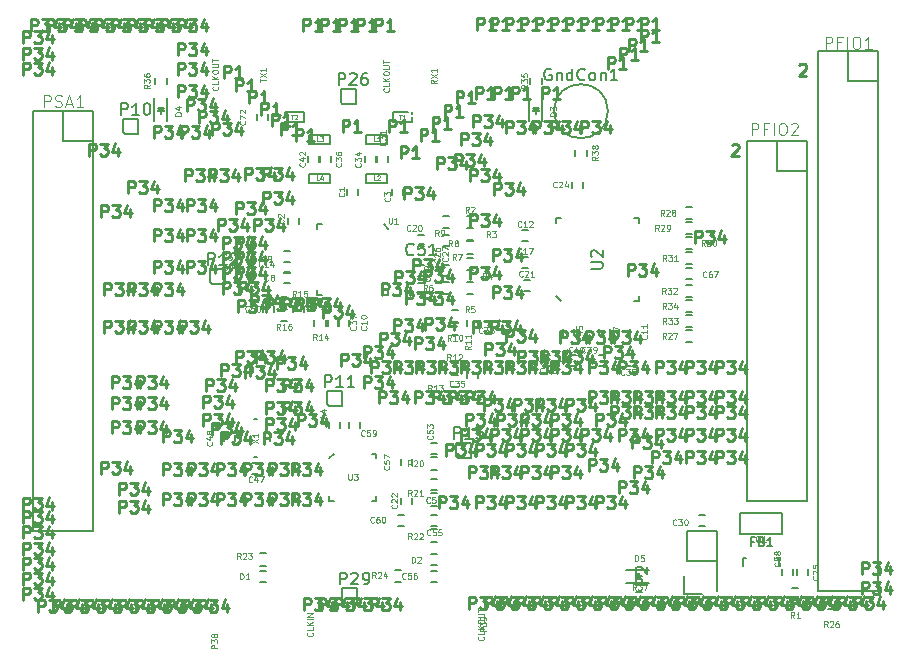
<source format=gto>
G04 #@! TF.FileFunction,Legend,Top*
%FSLAX46Y46*%
G04 Gerber Fmt 4.6, Leading zero omitted, Abs format (unit mm)*
G04 Created by KiCad (PCBNEW 4.0.0-rc1-stable) date 25/07/2016 14:35:55*
%MOMM*%
G01*
G04 APERTURE LIST*
%ADD10C,0.100000*%
%ADD11C,0.250000*%
%ADD12C,0.150000*%
%ADD13C,0.203200*%
%ADD14C,0.254000*%
%ADD15C,0.124460*%
%ADD16C,0.110000*%
%ADD17C,0.120000*%
%ADD18C,0.095250*%
%ADD19C,0.096520*%
%ADD20C,0.190500*%
%ADD21C,0.101600*%
G04 APERTURE END LIST*
D10*
D11*
X85817286Y-68466619D02*
X85864905Y-68419000D01*
X85960143Y-68371381D01*
X86198239Y-68371381D01*
X86293477Y-68419000D01*
X86341096Y-68466619D01*
X86388715Y-68561857D01*
X86388715Y-68657095D01*
X86341096Y-68799952D01*
X85769667Y-69371381D01*
X86388715Y-69371381D01*
X80097286Y-75266619D02*
X80144905Y-75219000D01*
X80240143Y-75171381D01*
X80478239Y-75171381D01*
X80573477Y-75219000D01*
X80621096Y-75266619D01*
X80668715Y-75361857D01*
X80668715Y-75457095D01*
X80621096Y-75599952D01*
X80049667Y-76171381D01*
X80668715Y-76171381D01*
D12*
X56130000Y-82837000D02*
X55630000Y-82837000D01*
X55630000Y-83787000D02*
X56130000Y-83787000D01*
X55630000Y-86327000D02*
X56130000Y-86327000D01*
X56130000Y-85377000D02*
X55630000Y-85377000D01*
D13*
X46405800Y-101379020D02*
X46007020Y-101777800D01*
X50004980Y-101777800D02*
X50004980Y-101379020D01*
X50004980Y-101379020D02*
X49606200Y-101379020D01*
X49606200Y-105376980D02*
X50004980Y-105376980D01*
X50004980Y-105376980D02*
X50004980Y-104978200D01*
X46007020Y-104978200D02*
X46007020Y-105376980D01*
X46007020Y-105376980D02*
X46405800Y-105376980D01*
X50606960Y-81963260D02*
X51005740Y-82362040D01*
X45006260Y-82362040D02*
X45006260Y-81963260D01*
X45006260Y-81963260D02*
X45405040Y-81963260D01*
X45405040Y-87962740D02*
X45006260Y-87962740D01*
X45006260Y-87962740D02*
X45006260Y-87563960D01*
X51005740Y-87563960D02*
X51005740Y-87962740D01*
X51005740Y-87962740D02*
X50606960Y-87962740D01*
X65206880Y-88061800D02*
X65608200Y-88463120D01*
X65608200Y-81462880D02*
X65206880Y-81462880D01*
X65206880Y-81462880D02*
X65206880Y-81864200D01*
X72207120Y-81864200D02*
X72207120Y-81462880D01*
X72207120Y-81462880D02*
X71805800Y-81462880D01*
X71805800Y-88463120D02*
X72207120Y-88463120D01*
X72207120Y-88463120D02*
X72207120Y-88061800D01*
D12*
X49055000Y-76204000D02*
X49055000Y-76704000D01*
X50005000Y-76704000D02*
X50005000Y-76204000D01*
X87403000Y-67329000D02*
X87403000Y-113049000D01*
X92483000Y-113049000D02*
X92483000Y-69869000D01*
X87403000Y-113049000D02*
X92483000Y-113049000D01*
X87403000Y-67329000D02*
X89943000Y-67329000D01*
X92483000Y-67329000D02*
X92483000Y-69869000D01*
X89943000Y-67329000D02*
X89943000Y-69869000D01*
X89943000Y-69869000D02*
X92483000Y-69869000D01*
X92483000Y-67329000D02*
X89943000Y-67329000D01*
X81403000Y-105429000D02*
X81403000Y-74949000D01*
X86483000Y-77489000D02*
X86483000Y-105429000D01*
X81403000Y-105429000D02*
X86483000Y-105429000D01*
X81403000Y-74949000D02*
X83943000Y-74949000D01*
X86483000Y-74949000D02*
X86483000Y-77489000D01*
X83943000Y-74949000D02*
X83943000Y-77489000D01*
X83943000Y-77489000D02*
X86483000Y-77489000D01*
X86483000Y-74949000D02*
X83943000Y-74949000D01*
X20903000Y-107969000D02*
X20903000Y-72409000D01*
X25983000Y-74949000D02*
X25983000Y-107969000D01*
X20903000Y-107969000D02*
X25983000Y-107969000D01*
X20903000Y-72409000D02*
X23443000Y-72409000D01*
X25983000Y-72409000D02*
X25983000Y-74949000D01*
X23443000Y-72409000D02*
X23443000Y-74949000D01*
X23443000Y-74949000D02*
X25983000Y-74949000D01*
X25983000Y-72409000D02*
X23443000Y-72409000D01*
X83849160Y-110220760D02*
X83800900Y-110220760D01*
X81050180Y-110921800D02*
X81050180Y-110220760D01*
X81050180Y-110220760D02*
X81299100Y-110220760D01*
X83849160Y-110220760D02*
X84049820Y-110220760D01*
X84049820Y-110220760D02*
X84049820Y-110921800D01*
D13*
X51396900Y-72499220D02*
X52697380Y-72499220D01*
X52997100Y-73296780D02*
X51396900Y-73296780D01*
X52997100Y-73296780D02*
X52997100Y-72898000D01*
X52997100Y-72499220D02*
X52997100Y-72598280D01*
X51396900Y-73296780D02*
X51396900Y-72499220D01*
X43853100Y-73296780D02*
X42552620Y-73296780D01*
X42252900Y-72499220D02*
X43853100Y-72499220D01*
X42252900Y-72499220D02*
X42252900Y-72898000D01*
X42252900Y-73296780D02*
X42252900Y-73197720D01*
X43853100Y-72499220D02*
X43853100Y-73296780D01*
X39850060Y-101676200D02*
X39651940Y-101676200D01*
X39850060Y-98475800D02*
X39651940Y-98475800D01*
X41000680Y-100324920D02*
X41000680Y-99827080D01*
X38501320Y-100324920D02*
X38501320Y-99827080D01*
X84328000Y-108229400D02*
X80772000Y-108229400D01*
X80772000Y-108229400D02*
X80772000Y-106400600D01*
X80772000Y-106400600D02*
X84328000Y-106400600D01*
X84328000Y-106400600D02*
X84328000Y-108229400D01*
X49149000Y-75184000D02*
X49149000Y-74422000D01*
X49149000Y-74422000D02*
X50927000Y-74422000D01*
X50927000Y-74422000D02*
X50927000Y-75184000D01*
X50927000Y-75184000D02*
X49149000Y-75184000D01*
X49149000Y-78486000D02*
X49149000Y-77724000D01*
X49149000Y-77724000D02*
X50927000Y-77724000D01*
X50927000Y-77724000D02*
X50927000Y-78486000D01*
X50927000Y-78486000D02*
X49149000Y-78486000D01*
X44323000Y-75184000D02*
X44323000Y-74422000D01*
X44323000Y-74422000D02*
X46101000Y-74422000D01*
X46101000Y-74422000D02*
X46101000Y-75184000D01*
X46101000Y-75184000D02*
X44323000Y-75184000D01*
X44323000Y-78486000D02*
X44323000Y-77724000D01*
X44323000Y-77724000D02*
X46101000Y-77724000D01*
X46101000Y-77724000D02*
X46101000Y-78486000D01*
X46101000Y-78486000D02*
X44323000Y-78486000D01*
D12*
X47531000Y-78998000D02*
X47531000Y-79498000D01*
X48481000Y-79498000D02*
X48481000Y-78998000D01*
X42514500Y-81474500D02*
X42514500Y-81974500D01*
X43464500Y-81974500D02*
X43464500Y-81474500D01*
X51341000Y-78998000D02*
X51341000Y-79498000D01*
X52291000Y-79498000D02*
X52291000Y-78998000D01*
X69817000Y-91309000D02*
X69817000Y-90809000D01*
X68867000Y-90809000D02*
X68867000Y-91309000D01*
X42168000Y-86962000D02*
X42668000Y-86962000D01*
X42668000Y-86012000D02*
X42168000Y-86012000D01*
X42168000Y-85184000D02*
X42668000Y-85184000D01*
X42668000Y-84234000D02*
X42168000Y-84234000D01*
X47719000Y-90547000D02*
X47719000Y-90047000D01*
X46769000Y-90047000D02*
X46769000Y-90547000D01*
X71468000Y-91309000D02*
X71468000Y-90809000D01*
X70518000Y-90809000D02*
X70518000Y-91309000D01*
X62361000Y-83406000D02*
X62861000Y-83406000D01*
X62861000Y-82456000D02*
X62361000Y-82456000D01*
X42168000Y-86073000D02*
X42668000Y-86073000D01*
X42668000Y-85123000D02*
X42168000Y-85123000D01*
X62361000Y-85692000D02*
X62861000Y-85692000D01*
X62861000Y-84742000D02*
X62361000Y-84742000D01*
X54034500Y-82837000D02*
X53534500Y-82837000D01*
X53534500Y-83787000D02*
X54034500Y-83787000D01*
X62488000Y-87597000D02*
X62988000Y-87597000D01*
X62988000Y-86647000D02*
X62488000Y-86647000D01*
X53053000Y-105660000D02*
X53053000Y-105160000D01*
X52103000Y-105160000D02*
X52103000Y-105660000D01*
X66581000Y-78363000D02*
X66581000Y-78863000D01*
X67531000Y-78863000D02*
X67531000Y-78363000D01*
X85631000Y-111129000D02*
X85631000Y-111629000D01*
X86581000Y-111629000D02*
X86581000Y-111129000D01*
X77347000Y-107536000D02*
X77847000Y-107536000D01*
X77847000Y-106586000D02*
X77347000Y-106586000D01*
X50071000Y-76204000D02*
X50071000Y-76704000D01*
X51021000Y-76704000D02*
X51021000Y-76204000D01*
X58641000Y-90547000D02*
X58641000Y-90047000D01*
X57691000Y-90047000D02*
X57691000Y-90547000D01*
X58641000Y-94992000D02*
X58641000Y-94492000D01*
X57691000Y-94492000D02*
X57691000Y-94992000D01*
X45245000Y-76204000D02*
X45245000Y-76704000D01*
X46195000Y-76704000D02*
X46195000Y-76204000D01*
X46830000Y-90547000D02*
X46830000Y-90047000D01*
X45880000Y-90047000D02*
X45880000Y-90547000D01*
X71560500Y-92997000D02*
X71060500Y-92997000D01*
X71060500Y-93947000D02*
X71560500Y-93947000D01*
X68838000Y-93947000D02*
X69338000Y-93947000D01*
X69338000Y-92997000D02*
X68838000Y-92997000D01*
X66925000Y-92997000D02*
X66425000Y-92997000D01*
X66425000Y-93947000D02*
X66925000Y-93947000D01*
X64202500Y-93947000D02*
X64702500Y-93947000D01*
X64702500Y-92997000D02*
X64202500Y-92997000D01*
X44229000Y-76204000D02*
X44229000Y-76704000D01*
X45179000Y-76704000D02*
X45179000Y-76204000D01*
X42959000Y-88904000D02*
X42959000Y-89404000D01*
X43909000Y-89404000D02*
X43909000Y-88904000D01*
X46007000Y-98683000D02*
X46007000Y-99183000D01*
X46957000Y-99183000D02*
X46957000Y-98683000D01*
X66769000Y-91309000D02*
X66769000Y-90809000D01*
X65819000Y-90809000D02*
X65819000Y-91309000D01*
X40001000Y-102141000D02*
X39501000Y-102141000D01*
X39501000Y-103091000D02*
X40001000Y-103091000D01*
X37117000Y-99826000D02*
X37117000Y-100326000D01*
X38067000Y-100326000D02*
X38067000Y-99826000D01*
X39620000Y-85123000D02*
X39120000Y-85123000D01*
X39120000Y-86073000D02*
X39620000Y-86073000D01*
X40419000Y-88904000D02*
X40419000Y-89404000D01*
X41369000Y-89404000D02*
X41369000Y-88904000D01*
X39120000Y-85184000D02*
X39620000Y-85184000D01*
X39620000Y-84234000D02*
X39120000Y-84234000D01*
X54614000Y-101440000D02*
X55114000Y-101440000D01*
X55114000Y-100490000D02*
X54614000Y-100490000D01*
X54614000Y-104488000D02*
X55114000Y-104488000D01*
X55114000Y-103538000D02*
X54614000Y-103538000D01*
X54614000Y-107536000D02*
X55114000Y-107536000D01*
X55114000Y-106586000D02*
X54614000Y-106586000D01*
X55114000Y-111285000D02*
X54614000Y-111285000D01*
X54614000Y-112235000D02*
X55114000Y-112235000D01*
X52103000Y-101858000D02*
X52103000Y-102358000D01*
X53053000Y-102358000D02*
X53053000Y-101858000D01*
X84361000Y-111129000D02*
X84361000Y-111629000D01*
X85311000Y-111629000D02*
X85311000Y-111129000D01*
X47658000Y-98683000D02*
X47658000Y-99183000D01*
X48608000Y-99183000D02*
X48608000Y-98683000D01*
X52320000Y-106586000D02*
X51820000Y-106586000D01*
X51820000Y-107536000D02*
X52320000Y-107536000D01*
X40136000Y-112235000D02*
X40636000Y-112235000D01*
X40636000Y-111285000D02*
X40136000Y-111285000D01*
X54614000Y-110838000D02*
X55114000Y-110838000D01*
X55114000Y-109888000D02*
X54614000Y-109888000D01*
X85221000Y-113809000D02*
X85721000Y-113809000D01*
X85721000Y-112759000D02*
X85221000Y-112759000D01*
X57662000Y-82313000D02*
X58162000Y-82313000D01*
X58162000Y-81263000D02*
X57662000Y-81263000D01*
X57662000Y-83329000D02*
X58162000Y-83329000D01*
X58162000Y-82279000D02*
X57662000Y-82279000D01*
X57662000Y-86885000D02*
X58162000Y-86885000D01*
X58162000Y-85835000D02*
X57662000Y-85835000D01*
X57662000Y-87901000D02*
X58162000Y-87901000D01*
X58162000Y-86851000D02*
X57662000Y-86851000D01*
X55630000Y-87901000D02*
X56130000Y-87901000D01*
X56130000Y-86851000D02*
X55630000Y-86851000D01*
X58162000Y-84819000D02*
X57662000Y-84819000D01*
X57662000Y-85869000D02*
X58162000Y-85869000D01*
X58162000Y-83422000D02*
X57662000Y-83422000D01*
X57662000Y-84472000D02*
X58162000Y-84472000D01*
X55630000Y-82313000D02*
X56130000Y-82313000D01*
X56130000Y-81263000D02*
X55630000Y-81263000D01*
X56392000Y-90314000D02*
X56892000Y-90314000D01*
X56892000Y-89264000D02*
X56392000Y-89264000D01*
X56392000Y-91330000D02*
X56892000Y-91330000D01*
X56892000Y-90280000D02*
X56392000Y-90280000D01*
X56392000Y-94759000D02*
X56892000Y-94759000D01*
X56892000Y-93709000D02*
X56392000Y-93709000D01*
X56392000Y-95775000D02*
X56892000Y-95775000D01*
X56892000Y-94725000D02*
X56392000Y-94725000D01*
X44687000Y-90047000D02*
X44687000Y-90547000D01*
X45737000Y-90547000D02*
X45737000Y-90047000D01*
X41914000Y-89171000D02*
X42414000Y-89171000D01*
X42414000Y-88121000D02*
X41914000Y-88121000D01*
X41914000Y-90187000D02*
X42414000Y-90187000D01*
X42414000Y-89137000D02*
X41914000Y-89137000D01*
X54614000Y-102760000D02*
X55114000Y-102760000D01*
X55114000Y-101710000D02*
X54614000Y-101710000D01*
X54614000Y-105808000D02*
X55114000Y-105808000D01*
X55114000Y-104758000D02*
X54614000Y-104758000D01*
X54614000Y-108856000D02*
X55114000Y-108856000D01*
X55114000Y-107806000D02*
X54614000Y-107806000D01*
X40636000Y-109838000D02*
X40136000Y-109838000D01*
X40136000Y-110888000D02*
X40636000Y-110888000D01*
X51566000Y-112285000D02*
X52066000Y-112285000D01*
X52066000Y-111235000D02*
X51566000Y-111235000D01*
X88269000Y-114571000D02*
X88769000Y-114571000D01*
X88769000Y-113521000D02*
X88269000Y-113521000D01*
X76204000Y-91965000D02*
X76704000Y-91965000D01*
X76704000Y-90915000D02*
X76204000Y-90915000D01*
X76204000Y-81551000D02*
X76704000Y-81551000D01*
X76704000Y-80501000D02*
X76204000Y-80501000D01*
X76704000Y-81771000D02*
X76204000Y-81771000D01*
X76204000Y-82821000D02*
X76704000Y-82821000D01*
X76204000Y-84091000D02*
X76704000Y-84091000D01*
X76704000Y-83041000D02*
X76204000Y-83041000D01*
X76704000Y-84311000D02*
X76204000Y-84311000D01*
X76204000Y-85361000D02*
X76704000Y-85361000D01*
X76704000Y-87105000D02*
X76204000Y-87105000D01*
X76204000Y-88155000D02*
X76704000Y-88155000D01*
X76704000Y-89645000D02*
X76204000Y-89645000D01*
X76204000Y-90695000D02*
X76704000Y-90695000D01*
X76704000Y-88375000D02*
X76204000Y-88375000D01*
X76204000Y-89425000D02*
X76704000Y-89425000D01*
X62975000Y-69600000D02*
X62975000Y-70100000D01*
X64025000Y-70100000D02*
X64025000Y-69600000D01*
X31225000Y-69600000D02*
X31225000Y-70100000D01*
X32275000Y-70100000D02*
X32275000Y-69600000D01*
X72513000Y-113140000D02*
X72013000Y-113140000D01*
X72013000Y-114190000D02*
X72513000Y-114190000D01*
X62950000Y-71290000D02*
X62950000Y-73190000D01*
X64050000Y-71290000D02*
X64050000Y-73190000D01*
X63500000Y-72190000D02*
X63500000Y-72640000D01*
X63750000Y-72140000D02*
X63250000Y-72140000D01*
X63500000Y-72140000D02*
X63750000Y-72390000D01*
X63750000Y-72390000D02*
X63250000Y-72390000D01*
X63250000Y-72390000D02*
X63500000Y-72140000D01*
X31200000Y-71290000D02*
X31200000Y-73190000D01*
X32300000Y-71290000D02*
X32300000Y-73190000D01*
X31750000Y-72190000D02*
X31750000Y-72640000D01*
X32000000Y-72140000D02*
X31500000Y-72140000D01*
X31750000Y-72140000D02*
X32000000Y-72390000D01*
X32000000Y-72390000D02*
X31500000Y-72390000D01*
X31500000Y-72390000D02*
X31750000Y-72140000D01*
X71163000Y-112310000D02*
X73063000Y-112310000D01*
X71163000Y-111210000D02*
X73063000Y-111210000D01*
X72063000Y-111760000D02*
X72513000Y-111760000D01*
X72013000Y-111510000D02*
X72013000Y-112010000D01*
X72013000Y-111760000D02*
X72263000Y-111510000D01*
X72263000Y-111510000D02*
X72263000Y-112010000D01*
X72263000Y-112010000D02*
X72013000Y-111760000D01*
X76704000Y-85631000D02*
X76204000Y-85631000D01*
X76204000Y-86581000D02*
X76704000Y-86581000D01*
X67835000Y-76145200D02*
X67835000Y-75645200D01*
X66785000Y-75645200D02*
X66785000Y-76145200D01*
X54034500Y-86901000D02*
X53534500Y-86901000D01*
X53534500Y-87851000D02*
X54034500Y-87851000D01*
X39911000Y-72648000D02*
X39911000Y-73148000D01*
X40861000Y-73148000D02*
X40861000Y-72648000D01*
X28702000Y-73025000D02*
X29845000Y-73025000D01*
X29845000Y-73025000D02*
X29845000Y-74168000D01*
X29845000Y-74168000D02*
X29845000Y-74295000D01*
X29845000Y-74295000D02*
X28702000Y-74295000D01*
X28702000Y-74295000D02*
X28575000Y-74168000D01*
X28575000Y-74168000D02*
X28575000Y-73025000D01*
X28575000Y-73025000D02*
X28702000Y-73025000D01*
X45974000Y-96075500D02*
X47117000Y-96075500D01*
X47117000Y-96075500D02*
X47117000Y-97218500D01*
X47117000Y-97218500D02*
X47117000Y-97345500D01*
X47117000Y-97345500D02*
X45974000Y-97345500D01*
X45974000Y-97345500D02*
X45847000Y-97218500D01*
X45847000Y-97218500D02*
X45847000Y-96075500D01*
X45847000Y-96075500D02*
X45974000Y-96075500D01*
X47117000Y-70485000D02*
X48260000Y-70485000D01*
X48260000Y-70485000D02*
X48260000Y-71628000D01*
X48260000Y-71628000D02*
X48260000Y-71755000D01*
X48260000Y-71755000D02*
X47117000Y-71755000D01*
X47117000Y-71755000D02*
X46990000Y-71628000D01*
X46990000Y-71628000D02*
X46990000Y-70485000D01*
X46990000Y-70485000D02*
X47117000Y-70485000D01*
X47244000Y-112776000D02*
X48387000Y-112776000D01*
X48387000Y-112776000D02*
X48387000Y-113919000D01*
X48387000Y-113919000D02*
X48387000Y-114046000D01*
X48387000Y-114046000D02*
X47244000Y-114046000D01*
X47244000Y-114046000D02*
X47117000Y-113919000D01*
X47117000Y-113919000D02*
X47117000Y-112776000D01*
X47117000Y-112776000D02*
X47244000Y-112776000D01*
X69596000Y-72390000D02*
G75*
G03X69596000Y-72390000I-2286000J0D01*
G01*
X77597000Y-113310000D02*
X76047000Y-113310000D01*
X76047000Y-111760000D02*
X76047000Y-113310000D01*
X78867000Y-113030000D02*
X78867000Y-110490000D01*
X76327000Y-107950000D02*
X76327000Y-110490000D01*
X76327000Y-110490000D02*
X78867000Y-110490000D01*
X78867000Y-110490000D02*
X78867000Y-107950000D01*
X78867000Y-107950000D02*
X76327000Y-107950000D01*
X54034500Y-85377000D02*
X53534500Y-85377000D01*
X53534500Y-86327000D02*
X54034500Y-86327000D01*
X36068000Y-85725000D02*
X37211000Y-85725000D01*
X37211000Y-85725000D02*
X37211000Y-86868000D01*
X37211000Y-86868000D02*
X37211000Y-86995000D01*
X37211000Y-86995000D02*
X36068000Y-86995000D01*
X36068000Y-86995000D02*
X35941000Y-86868000D01*
X35941000Y-86868000D02*
X35941000Y-85725000D01*
X35941000Y-85725000D02*
X36068000Y-85725000D01*
X56896000Y-100457000D02*
X58039000Y-100457000D01*
X58039000Y-100457000D02*
X58039000Y-101600000D01*
X58039000Y-101600000D02*
X58039000Y-101727000D01*
X58039000Y-101727000D02*
X56896000Y-101727000D01*
X56896000Y-101727000D02*
X56769000Y-101600000D01*
X56769000Y-101600000D02*
X56769000Y-100457000D01*
X56769000Y-100457000D02*
X56896000Y-100457000D01*
D14*
X76998286Y-83517619D02*
X76998286Y-82501619D01*
X77385333Y-82501619D01*
X77482095Y-82550000D01*
X77530476Y-82598381D01*
X77578857Y-82695143D01*
X77578857Y-82840286D01*
X77530476Y-82937048D01*
X77482095Y-82985429D01*
X77385333Y-83033810D01*
X76998286Y-83033810D01*
X77917524Y-82501619D02*
X78546476Y-82501619D01*
X78207810Y-82888667D01*
X78352952Y-82888667D01*
X78449714Y-82937048D01*
X78498095Y-82985429D01*
X78546476Y-83082190D01*
X78546476Y-83324095D01*
X78498095Y-83420857D01*
X78449714Y-83469238D01*
X78352952Y-83517619D01*
X78062667Y-83517619D01*
X77965905Y-83469238D01*
X77917524Y-83420857D01*
X79417333Y-82840286D02*
X79417333Y-83517619D01*
X79175429Y-82453238D02*
X78933524Y-83178952D01*
X79562476Y-83178952D01*
X52360286Y-79834619D02*
X52360286Y-78818619D01*
X52747333Y-78818619D01*
X52844095Y-78867000D01*
X52892476Y-78915381D01*
X52940857Y-79012143D01*
X52940857Y-79157286D01*
X52892476Y-79254048D01*
X52844095Y-79302429D01*
X52747333Y-79350810D01*
X52360286Y-79350810D01*
X53279524Y-78818619D02*
X53908476Y-78818619D01*
X53569810Y-79205667D01*
X53714952Y-79205667D01*
X53811714Y-79254048D01*
X53860095Y-79302429D01*
X53908476Y-79399190D01*
X53908476Y-79641095D01*
X53860095Y-79737857D01*
X53811714Y-79786238D01*
X53714952Y-79834619D01*
X53424667Y-79834619D01*
X53327905Y-79786238D01*
X53279524Y-79737857D01*
X54779333Y-79157286D02*
X54779333Y-79834619D01*
X54537429Y-78770238D02*
X54295524Y-79495952D01*
X54924476Y-79495952D01*
X57186286Y-75262619D02*
X57186286Y-74246619D01*
X57573333Y-74246619D01*
X57670095Y-74295000D01*
X57718476Y-74343381D01*
X57766857Y-74440143D01*
X57766857Y-74585286D01*
X57718476Y-74682048D01*
X57670095Y-74730429D01*
X57573333Y-74778810D01*
X57186286Y-74778810D01*
X58105524Y-74246619D02*
X58734476Y-74246619D01*
X58395810Y-74633667D01*
X58540952Y-74633667D01*
X58637714Y-74682048D01*
X58686095Y-74730429D01*
X58734476Y-74827190D01*
X58734476Y-75069095D01*
X58686095Y-75165857D01*
X58637714Y-75214238D01*
X58540952Y-75262619D01*
X58250667Y-75262619D01*
X58153905Y-75214238D01*
X58105524Y-75165857D01*
X59605333Y-74585286D02*
X59605333Y-75262619D01*
X59363429Y-74198238D02*
X59121524Y-74923952D01*
X59750476Y-74923952D01*
X55154286Y-77294619D02*
X55154286Y-76278619D01*
X55541333Y-76278619D01*
X55638095Y-76327000D01*
X55686476Y-76375381D01*
X55734857Y-76472143D01*
X55734857Y-76617286D01*
X55686476Y-76714048D01*
X55638095Y-76762429D01*
X55541333Y-76810810D01*
X55154286Y-76810810D01*
X56073524Y-76278619D02*
X56702476Y-76278619D01*
X56363810Y-76665667D01*
X56508952Y-76665667D01*
X56605714Y-76714048D01*
X56654095Y-76762429D01*
X56702476Y-76859190D01*
X56702476Y-77101095D01*
X56654095Y-77197857D01*
X56605714Y-77246238D01*
X56508952Y-77294619D01*
X56218667Y-77294619D01*
X56121905Y-77246238D01*
X56073524Y-77197857D01*
X57573333Y-76617286D02*
X57573333Y-77294619D01*
X57331429Y-76230238D02*
X57089524Y-76955952D01*
X57718476Y-76955952D01*
X57948286Y-78310619D02*
X57948286Y-77294619D01*
X58335333Y-77294619D01*
X58432095Y-77343000D01*
X58480476Y-77391381D01*
X58528857Y-77488143D01*
X58528857Y-77633286D01*
X58480476Y-77730048D01*
X58432095Y-77778429D01*
X58335333Y-77826810D01*
X57948286Y-77826810D01*
X58867524Y-77294619D02*
X59496476Y-77294619D01*
X59157810Y-77681667D01*
X59302952Y-77681667D01*
X59399714Y-77730048D01*
X59448095Y-77778429D01*
X59496476Y-77875190D01*
X59496476Y-78117095D01*
X59448095Y-78213857D01*
X59399714Y-78262238D01*
X59302952Y-78310619D01*
X59012667Y-78310619D01*
X58915905Y-78262238D01*
X58867524Y-78213857D01*
X60367333Y-77633286D02*
X60367333Y-78310619D01*
X60125429Y-77246238D02*
X59883524Y-77971952D01*
X60512476Y-77971952D01*
X56678286Y-77040619D02*
X56678286Y-76024619D01*
X57065333Y-76024619D01*
X57162095Y-76073000D01*
X57210476Y-76121381D01*
X57258857Y-76218143D01*
X57258857Y-76363286D01*
X57210476Y-76460048D01*
X57162095Y-76508429D01*
X57065333Y-76556810D01*
X56678286Y-76556810D01*
X57597524Y-76024619D02*
X58226476Y-76024619D01*
X57887810Y-76411667D01*
X58032952Y-76411667D01*
X58129714Y-76460048D01*
X58178095Y-76508429D01*
X58226476Y-76605190D01*
X58226476Y-76847095D01*
X58178095Y-76943857D01*
X58129714Y-76992238D01*
X58032952Y-77040619D01*
X57742667Y-77040619D01*
X57645905Y-76992238D01*
X57597524Y-76943857D01*
X59097333Y-76363286D02*
X59097333Y-77040619D01*
X58855429Y-75976238D02*
X58613524Y-76701952D01*
X59242476Y-76701952D01*
X43192096Y-74881619D02*
X43192096Y-73865619D01*
X43579143Y-73865619D01*
X43675905Y-73914000D01*
X43724286Y-73962381D01*
X43772667Y-74059143D01*
X43772667Y-74204286D01*
X43724286Y-74301048D01*
X43675905Y-74349429D01*
X43579143Y-74397810D01*
X43192096Y-74397810D01*
X44740286Y-74881619D02*
X44159715Y-74881619D01*
X44450001Y-74881619D02*
X44450001Y-73865619D01*
X44353239Y-74010762D01*
X44256477Y-74107524D01*
X44159715Y-74155905D01*
X41922096Y-74373619D02*
X41922096Y-73357619D01*
X42309143Y-73357619D01*
X42405905Y-73406000D01*
X42454286Y-73454381D01*
X42502667Y-73551143D01*
X42502667Y-73696286D01*
X42454286Y-73793048D01*
X42405905Y-73841429D01*
X42309143Y-73889810D01*
X41922096Y-73889810D01*
X43470286Y-74373619D02*
X42889715Y-74373619D01*
X43180001Y-74373619D02*
X43180001Y-73357619D01*
X43083239Y-73502762D01*
X42986477Y-73599524D01*
X42889715Y-73647905D01*
X59956096Y-71325619D02*
X59956096Y-70309619D01*
X60343143Y-70309619D01*
X60439905Y-70358000D01*
X60488286Y-70406381D01*
X60536667Y-70503143D01*
X60536667Y-70648286D01*
X60488286Y-70745048D01*
X60439905Y-70793429D01*
X60343143Y-70841810D01*
X59956096Y-70841810D01*
X61504286Y-71325619D02*
X60923715Y-71325619D01*
X61214001Y-71325619D02*
X61214001Y-70309619D01*
X61117239Y-70454762D01*
X61020477Y-70551524D01*
X60923715Y-70599905D01*
X58432096Y-71325619D02*
X58432096Y-70309619D01*
X58819143Y-70309619D01*
X58915905Y-70358000D01*
X58964286Y-70406381D01*
X59012667Y-70503143D01*
X59012667Y-70648286D01*
X58964286Y-70745048D01*
X58915905Y-70793429D01*
X58819143Y-70841810D01*
X58432096Y-70841810D01*
X59980286Y-71325619D02*
X59399715Y-71325619D01*
X59690001Y-71325619D02*
X59690001Y-70309619D01*
X59593239Y-70454762D01*
X59496477Y-70551524D01*
X59399715Y-70599905D01*
X61480096Y-71325619D02*
X61480096Y-70309619D01*
X61867143Y-70309619D01*
X61963905Y-70358000D01*
X62012286Y-70406381D01*
X62060667Y-70503143D01*
X62060667Y-70648286D01*
X62012286Y-70745048D01*
X61963905Y-70793429D01*
X61867143Y-70841810D01*
X61480096Y-70841810D01*
X63028286Y-71325619D02*
X62447715Y-71325619D01*
X62738001Y-71325619D02*
X62738001Y-70309619D01*
X62641239Y-70454762D01*
X62544477Y-70551524D01*
X62447715Y-70599905D01*
X64020096Y-71325619D02*
X64020096Y-70309619D01*
X64407143Y-70309619D01*
X64503905Y-70358000D01*
X64552286Y-70406381D01*
X64600667Y-70503143D01*
X64600667Y-70648286D01*
X64552286Y-70745048D01*
X64503905Y-70793429D01*
X64407143Y-70841810D01*
X64020096Y-70841810D01*
X65568286Y-71325619D02*
X64987715Y-71325619D01*
X65278001Y-71325619D02*
X65278001Y-70309619D01*
X65181239Y-70454762D01*
X65084477Y-70551524D01*
X64987715Y-70599905D01*
X69608096Y-68785619D02*
X69608096Y-67769619D01*
X69995143Y-67769619D01*
X70091905Y-67818000D01*
X70140286Y-67866381D01*
X70188667Y-67963143D01*
X70188667Y-68108286D01*
X70140286Y-68205048D01*
X70091905Y-68253429D01*
X69995143Y-68301810D01*
X69608096Y-68301810D01*
X71156286Y-68785619D02*
X70575715Y-68785619D01*
X70866001Y-68785619D02*
X70866001Y-67769619D01*
X70769239Y-67914762D01*
X70672477Y-68011524D01*
X70575715Y-68059905D01*
X70624096Y-68023619D02*
X70624096Y-67007619D01*
X71011143Y-67007619D01*
X71107905Y-67056000D01*
X71156286Y-67104381D01*
X71204667Y-67201143D01*
X71204667Y-67346286D01*
X71156286Y-67443048D01*
X71107905Y-67491429D01*
X71011143Y-67539810D01*
X70624096Y-67539810D01*
X72172286Y-68023619D02*
X71591715Y-68023619D01*
X71882001Y-68023619D02*
X71882001Y-67007619D01*
X71785239Y-67152762D01*
X71688477Y-67249524D01*
X71591715Y-67297905D01*
X71386096Y-67261619D02*
X71386096Y-66245619D01*
X71773143Y-66245619D01*
X71869905Y-66294000D01*
X71918286Y-66342381D01*
X71966667Y-66439143D01*
X71966667Y-66584286D01*
X71918286Y-66681048D01*
X71869905Y-66729429D01*
X71773143Y-66777810D01*
X71386096Y-66777810D01*
X72934286Y-67261619D02*
X72353715Y-67261619D01*
X72644001Y-67261619D02*
X72644001Y-66245619D01*
X72547239Y-66390762D01*
X72450477Y-66487524D01*
X72353715Y-66535905D01*
X72402096Y-66499619D02*
X72402096Y-65483619D01*
X72789143Y-65483619D01*
X72885905Y-65532000D01*
X72934286Y-65580381D01*
X72982667Y-65677143D01*
X72982667Y-65822286D01*
X72934286Y-65919048D01*
X72885905Y-65967429D01*
X72789143Y-66015810D01*
X72402096Y-66015810D01*
X73950286Y-66499619D02*
X73369715Y-66499619D01*
X73660001Y-66499619D02*
X73660001Y-65483619D01*
X73563239Y-65628762D01*
X73466477Y-65725524D01*
X73369715Y-65773905D01*
X72402096Y-65483619D02*
X72402096Y-64467619D01*
X72789143Y-64467619D01*
X72885905Y-64516000D01*
X72934286Y-64564381D01*
X72982667Y-64661143D01*
X72982667Y-64806286D01*
X72934286Y-64903048D01*
X72885905Y-64951429D01*
X72789143Y-64999810D01*
X72402096Y-64999810D01*
X73950286Y-65483619D02*
X73369715Y-65483619D01*
X73660001Y-65483619D02*
X73660001Y-64467619D01*
X73563239Y-64612762D01*
X73466477Y-64709524D01*
X73369715Y-64757905D01*
X71132096Y-65483619D02*
X71132096Y-64467619D01*
X71519143Y-64467619D01*
X71615905Y-64516000D01*
X71664286Y-64564381D01*
X71712667Y-64661143D01*
X71712667Y-64806286D01*
X71664286Y-64903048D01*
X71615905Y-64951429D01*
X71519143Y-64999810D01*
X71132096Y-64999810D01*
X72680286Y-65483619D02*
X72099715Y-65483619D01*
X72390001Y-65483619D02*
X72390001Y-64467619D01*
X72293239Y-64612762D01*
X72196477Y-64709524D01*
X72099715Y-64757905D01*
X69862096Y-65483619D02*
X69862096Y-64467619D01*
X70249143Y-64467619D01*
X70345905Y-64516000D01*
X70394286Y-64564381D01*
X70442667Y-64661143D01*
X70442667Y-64806286D01*
X70394286Y-64903048D01*
X70345905Y-64951429D01*
X70249143Y-64999810D01*
X69862096Y-64999810D01*
X71410286Y-65483619D02*
X70829715Y-65483619D01*
X71120001Y-65483619D02*
X71120001Y-64467619D01*
X71023239Y-64612762D01*
X70926477Y-64709524D01*
X70829715Y-64757905D01*
X68592096Y-65483619D02*
X68592096Y-64467619D01*
X68979143Y-64467619D01*
X69075905Y-64516000D01*
X69124286Y-64564381D01*
X69172667Y-64661143D01*
X69172667Y-64806286D01*
X69124286Y-64903048D01*
X69075905Y-64951429D01*
X68979143Y-64999810D01*
X68592096Y-64999810D01*
X70140286Y-65483619D02*
X69559715Y-65483619D01*
X69850001Y-65483619D02*
X69850001Y-64467619D01*
X69753239Y-64612762D01*
X69656477Y-64709524D01*
X69559715Y-64757905D01*
X67322096Y-65483619D02*
X67322096Y-64467619D01*
X67709143Y-64467619D01*
X67805905Y-64516000D01*
X67854286Y-64564381D01*
X67902667Y-64661143D01*
X67902667Y-64806286D01*
X67854286Y-64903048D01*
X67805905Y-64951429D01*
X67709143Y-64999810D01*
X67322096Y-64999810D01*
X68870286Y-65483619D02*
X68289715Y-65483619D01*
X68580001Y-65483619D02*
X68580001Y-64467619D01*
X68483239Y-64612762D01*
X68386477Y-64709524D01*
X68289715Y-64757905D01*
X66052096Y-65483619D02*
X66052096Y-64467619D01*
X66439143Y-64467619D01*
X66535905Y-64516000D01*
X66584286Y-64564381D01*
X66632667Y-64661143D01*
X66632667Y-64806286D01*
X66584286Y-64903048D01*
X66535905Y-64951429D01*
X66439143Y-64999810D01*
X66052096Y-64999810D01*
X67600286Y-65483619D02*
X67019715Y-65483619D01*
X67310001Y-65483619D02*
X67310001Y-64467619D01*
X67213239Y-64612762D01*
X67116477Y-64709524D01*
X67019715Y-64757905D01*
X64782096Y-65483619D02*
X64782096Y-64467619D01*
X65169143Y-64467619D01*
X65265905Y-64516000D01*
X65314286Y-64564381D01*
X65362667Y-64661143D01*
X65362667Y-64806286D01*
X65314286Y-64903048D01*
X65265905Y-64951429D01*
X65169143Y-64999810D01*
X64782096Y-64999810D01*
X66330286Y-65483619D02*
X65749715Y-65483619D01*
X66040001Y-65483619D02*
X66040001Y-64467619D01*
X65943239Y-64612762D01*
X65846477Y-64709524D01*
X65749715Y-64757905D01*
X63512096Y-65483619D02*
X63512096Y-64467619D01*
X63899143Y-64467619D01*
X63995905Y-64516000D01*
X64044286Y-64564381D01*
X64092667Y-64661143D01*
X64092667Y-64806286D01*
X64044286Y-64903048D01*
X63995905Y-64951429D01*
X63899143Y-64999810D01*
X63512096Y-64999810D01*
X65060286Y-65483619D02*
X64479715Y-65483619D01*
X64770001Y-65483619D02*
X64770001Y-64467619D01*
X64673239Y-64612762D01*
X64576477Y-64709524D01*
X64479715Y-64757905D01*
X62242096Y-65483619D02*
X62242096Y-64467619D01*
X62629143Y-64467619D01*
X62725905Y-64516000D01*
X62774286Y-64564381D01*
X62822667Y-64661143D01*
X62822667Y-64806286D01*
X62774286Y-64903048D01*
X62725905Y-64951429D01*
X62629143Y-64999810D01*
X62242096Y-64999810D01*
X63790286Y-65483619D02*
X63209715Y-65483619D01*
X63500001Y-65483619D02*
X63500001Y-64467619D01*
X63403239Y-64612762D01*
X63306477Y-64709524D01*
X63209715Y-64757905D01*
X60972096Y-65483619D02*
X60972096Y-64467619D01*
X61359143Y-64467619D01*
X61455905Y-64516000D01*
X61504286Y-64564381D01*
X61552667Y-64661143D01*
X61552667Y-64806286D01*
X61504286Y-64903048D01*
X61455905Y-64951429D01*
X61359143Y-64999810D01*
X60972096Y-64999810D01*
X62520286Y-65483619D02*
X61939715Y-65483619D01*
X62230001Y-65483619D02*
X62230001Y-64467619D01*
X62133239Y-64612762D01*
X62036477Y-64709524D01*
X61939715Y-64757905D01*
X39229696Y-71681219D02*
X39229696Y-70665219D01*
X39616743Y-70665219D01*
X39713505Y-70713600D01*
X39761886Y-70761981D01*
X39810267Y-70858743D01*
X39810267Y-71003886D01*
X39761886Y-71100648D01*
X39713505Y-71149029D01*
X39616743Y-71197410D01*
X39229696Y-71197410D01*
X40777886Y-71681219D02*
X40197315Y-71681219D01*
X40487601Y-71681219D02*
X40487601Y-70665219D01*
X40390839Y-70810362D01*
X40294077Y-70907124D01*
X40197315Y-70955505D01*
X27595286Y-99646619D02*
X27595286Y-98630619D01*
X27982333Y-98630619D01*
X28079095Y-98679000D01*
X28127476Y-98727381D01*
X28175857Y-98824143D01*
X28175857Y-98969286D01*
X28127476Y-99066048D01*
X28079095Y-99114429D01*
X27982333Y-99162810D01*
X27595286Y-99162810D01*
X28514524Y-98630619D02*
X29143476Y-98630619D01*
X28804810Y-99017667D01*
X28949952Y-99017667D01*
X29046714Y-99066048D01*
X29095095Y-99114429D01*
X29143476Y-99211190D01*
X29143476Y-99453095D01*
X29095095Y-99549857D01*
X29046714Y-99598238D01*
X28949952Y-99646619D01*
X28659667Y-99646619D01*
X28562905Y-99598238D01*
X28514524Y-99549857D01*
X30014333Y-98969286D02*
X30014333Y-99646619D01*
X29772429Y-98582238D02*
X29530524Y-99307952D01*
X30159476Y-99307952D01*
X29754286Y-99646619D02*
X29754286Y-98630619D01*
X30141333Y-98630619D01*
X30238095Y-98679000D01*
X30286476Y-98727381D01*
X30334857Y-98824143D01*
X30334857Y-98969286D01*
X30286476Y-99066048D01*
X30238095Y-99114429D01*
X30141333Y-99162810D01*
X29754286Y-99162810D01*
X30673524Y-98630619D02*
X31302476Y-98630619D01*
X30963810Y-99017667D01*
X31108952Y-99017667D01*
X31205714Y-99066048D01*
X31254095Y-99114429D01*
X31302476Y-99211190D01*
X31302476Y-99453095D01*
X31254095Y-99549857D01*
X31205714Y-99598238D01*
X31108952Y-99646619D01*
X30818667Y-99646619D01*
X30721905Y-99598238D01*
X30673524Y-99549857D01*
X32173333Y-98969286D02*
X32173333Y-99646619D01*
X31931429Y-98582238D02*
X31689524Y-99307952D01*
X32318476Y-99307952D01*
X29754286Y-97614619D02*
X29754286Y-96598619D01*
X30141333Y-96598619D01*
X30238095Y-96647000D01*
X30286476Y-96695381D01*
X30334857Y-96792143D01*
X30334857Y-96937286D01*
X30286476Y-97034048D01*
X30238095Y-97082429D01*
X30141333Y-97130810D01*
X29754286Y-97130810D01*
X30673524Y-96598619D02*
X31302476Y-96598619D01*
X30963810Y-96985667D01*
X31108952Y-96985667D01*
X31205714Y-97034048D01*
X31254095Y-97082429D01*
X31302476Y-97179190D01*
X31302476Y-97421095D01*
X31254095Y-97517857D01*
X31205714Y-97566238D01*
X31108952Y-97614619D01*
X30818667Y-97614619D01*
X30721905Y-97566238D01*
X30673524Y-97517857D01*
X32173333Y-96937286D02*
X32173333Y-97614619D01*
X31931429Y-96550238D02*
X31689524Y-97275952D01*
X32318476Y-97275952D01*
X27595286Y-97614619D02*
X27595286Y-96598619D01*
X27982333Y-96598619D01*
X28079095Y-96647000D01*
X28127476Y-96695381D01*
X28175857Y-96792143D01*
X28175857Y-96937286D01*
X28127476Y-97034048D01*
X28079095Y-97082429D01*
X27982333Y-97130810D01*
X27595286Y-97130810D01*
X28514524Y-96598619D02*
X29143476Y-96598619D01*
X28804810Y-96985667D01*
X28949952Y-96985667D01*
X29046714Y-97034048D01*
X29095095Y-97082429D01*
X29143476Y-97179190D01*
X29143476Y-97421095D01*
X29095095Y-97517857D01*
X29046714Y-97566238D01*
X28949952Y-97614619D01*
X28659667Y-97614619D01*
X28562905Y-97566238D01*
X28514524Y-97517857D01*
X30014333Y-96937286D02*
X30014333Y-97614619D01*
X29772429Y-96550238D02*
X29530524Y-97275952D01*
X30159476Y-97275952D01*
X29754286Y-95836619D02*
X29754286Y-94820619D01*
X30141333Y-94820619D01*
X30238095Y-94869000D01*
X30286476Y-94917381D01*
X30334857Y-95014143D01*
X30334857Y-95159286D01*
X30286476Y-95256048D01*
X30238095Y-95304429D01*
X30141333Y-95352810D01*
X29754286Y-95352810D01*
X30673524Y-94820619D02*
X31302476Y-94820619D01*
X30963810Y-95207667D01*
X31108952Y-95207667D01*
X31205714Y-95256048D01*
X31254095Y-95304429D01*
X31302476Y-95401190D01*
X31302476Y-95643095D01*
X31254095Y-95739857D01*
X31205714Y-95788238D01*
X31108952Y-95836619D01*
X30818667Y-95836619D01*
X30721905Y-95788238D01*
X30673524Y-95739857D01*
X32173333Y-95159286D02*
X32173333Y-95836619D01*
X31931429Y-94772238D02*
X31689524Y-95497952D01*
X32318476Y-95497952D01*
X27595286Y-95836619D02*
X27595286Y-94820619D01*
X27982333Y-94820619D01*
X28079095Y-94869000D01*
X28127476Y-94917381D01*
X28175857Y-95014143D01*
X28175857Y-95159286D01*
X28127476Y-95256048D01*
X28079095Y-95304429D01*
X27982333Y-95352810D01*
X27595286Y-95352810D01*
X28514524Y-94820619D02*
X29143476Y-94820619D01*
X28804810Y-95207667D01*
X28949952Y-95207667D01*
X29046714Y-95256048D01*
X29095095Y-95304429D01*
X29143476Y-95401190D01*
X29143476Y-95643095D01*
X29095095Y-95739857D01*
X29046714Y-95788238D01*
X28949952Y-95836619D01*
X28659667Y-95836619D01*
X28562905Y-95788238D01*
X28514524Y-95739857D01*
X30014333Y-95159286D02*
X30014333Y-95836619D01*
X29772429Y-94772238D02*
X29530524Y-95497952D01*
X30159476Y-95497952D01*
X25690286Y-76151619D02*
X25690286Y-75135619D01*
X26077333Y-75135619D01*
X26174095Y-75184000D01*
X26222476Y-75232381D01*
X26270857Y-75329143D01*
X26270857Y-75474286D01*
X26222476Y-75571048D01*
X26174095Y-75619429D01*
X26077333Y-75667810D01*
X25690286Y-75667810D01*
X26609524Y-75135619D02*
X27238476Y-75135619D01*
X26899810Y-75522667D01*
X27044952Y-75522667D01*
X27141714Y-75571048D01*
X27190095Y-75619429D01*
X27238476Y-75716190D01*
X27238476Y-75958095D01*
X27190095Y-76054857D01*
X27141714Y-76103238D01*
X27044952Y-76151619D01*
X26754667Y-76151619D01*
X26657905Y-76103238D01*
X26609524Y-76054857D01*
X28109333Y-75474286D02*
X28109333Y-76151619D01*
X27867429Y-75087238D02*
X27625524Y-75812952D01*
X28254476Y-75812952D01*
X28992286Y-79326619D02*
X28992286Y-78310619D01*
X29379333Y-78310619D01*
X29476095Y-78359000D01*
X29524476Y-78407381D01*
X29572857Y-78504143D01*
X29572857Y-78649286D01*
X29524476Y-78746048D01*
X29476095Y-78794429D01*
X29379333Y-78842810D01*
X28992286Y-78842810D01*
X29911524Y-78310619D02*
X30540476Y-78310619D01*
X30201810Y-78697667D01*
X30346952Y-78697667D01*
X30443714Y-78746048D01*
X30492095Y-78794429D01*
X30540476Y-78891190D01*
X30540476Y-79133095D01*
X30492095Y-79229857D01*
X30443714Y-79278238D01*
X30346952Y-79326619D01*
X30056667Y-79326619D01*
X29959905Y-79278238D01*
X29911524Y-79229857D01*
X31411333Y-78649286D02*
X31411333Y-79326619D01*
X31169429Y-78262238D02*
X30927524Y-78987952D01*
X31556476Y-78987952D01*
X26706286Y-81358619D02*
X26706286Y-80342619D01*
X27093333Y-80342619D01*
X27190095Y-80391000D01*
X27238476Y-80439381D01*
X27286857Y-80536143D01*
X27286857Y-80681286D01*
X27238476Y-80778048D01*
X27190095Y-80826429D01*
X27093333Y-80874810D01*
X26706286Y-80874810D01*
X27625524Y-80342619D02*
X28254476Y-80342619D01*
X27915810Y-80729667D01*
X28060952Y-80729667D01*
X28157714Y-80778048D01*
X28206095Y-80826429D01*
X28254476Y-80923190D01*
X28254476Y-81165095D01*
X28206095Y-81261857D01*
X28157714Y-81310238D01*
X28060952Y-81358619D01*
X27770667Y-81358619D01*
X27673905Y-81310238D01*
X27625524Y-81261857D01*
X29125333Y-80681286D02*
X29125333Y-81358619D01*
X28883429Y-80294238D02*
X28641524Y-81019952D01*
X29270476Y-81019952D01*
X35850286Y-78310619D02*
X35850286Y-77294619D01*
X36237333Y-77294619D01*
X36334095Y-77343000D01*
X36382476Y-77391381D01*
X36430857Y-77488143D01*
X36430857Y-77633286D01*
X36382476Y-77730048D01*
X36334095Y-77778429D01*
X36237333Y-77826810D01*
X35850286Y-77826810D01*
X36769524Y-77294619D02*
X37398476Y-77294619D01*
X37059810Y-77681667D01*
X37204952Y-77681667D01*
X37301714Y-77730048D01*
X37350095Y-77778429D01*
X37398476Y-77875190D01*
X37398476Y-78117095D01*
X37350095Y-78213857D01*
X37301714Y-78262238D01*
X37204952Y-78310619D01*
X36914667Y-78310619D01*
X36817905Y-78262238D01*
X36769524Y-78213857D01*
X38269333Y-77633286D02*
X38269333Y-78310619D01*
X38027429Y-77246238D02*
X37785524Y-77971952D01*
X38414476Y-77971952D01*
X33437286Y-74627619D02*
X33437286Y-73611619D01*
X33824333Y-73611619D01*
X33921095Y-73660000D01*
X33969476Y-73708381D01*
X34017857Y-73805143D01*
X34017857Y-73950286D01*
X33969476Y-74047048D01*
X33921095Y-74095429D01*
X33824333Y-74143810D01*
X33437286Y-74143810D01*
X34356524Y-73611619D02*
X34985476Y-73611619D01*
X34646810Y-73998667D01*
X34791952Y-73998667D01*
X34888714Y-74047048D01*
X34937095Y-74095429D01*
X34985476Y-74192190D01*
X34985476Y-74434095D01*
X34937095Y-74530857D01*
X34888714Y-74579238D01*
X34791952Y-74627619D01*
X34501667Y-74627619D01*
X34404905Y-74579238D01*
X34356524Y-74530857D01*
X35856333Y-73950286D02*
X35856333Y-74627619D01*
X35614429Y-73563238D02*
X35372524Y-74288952D01*
X36001476Y-74288952D01*
X33818286Y-78310619D02*
X33818286Y-77294619D01*
X34205333Y-77294619D01*
X34302095Y-77343000D01*
X34350476Y-77391381D01*
X34398857Y-77488143D01*
X34398857Y-77633286D01*
X34350476Y-77730048D01*
X34302095Y-77778429D01*
X34205333Y-77826810D01*
X33818286Y-77826810D01*
X34737524Y-77294619D02*
X35366476Y-77294619D01*
X35027810Y-77681667D01*
X35172952Y-77681667D01*
X35269714Y-77730048D01*
X35318095Y-77778429D01*
X35366476Y-77875190D01*
X35366476Y-78117095D01*
X35318095Y-78213857D01*
X35269714Y-78262238D01*
X35172952Y-78310619D01*
X34882667Y-78310619D01*
X34785905Y-78262238D01*
X34737524Y-78213857D01*
X36237333Y-77633286D02*
X36237333Y-78310619D01*
X35995429Y-77246238D02*
X35753524Y-77971952D01*
X36382476Y-77971952D01*
X31151286Y-74627619D02*
X31151286Y-73611619D01*
X31538333Y-73611619D01*
X31635095Y-73660000D01*
X31683476Y-73708381D01*
X31731857Y-73805143D01*
X31731857Y-73950286D01*
X31683476Y-74047048D01*
X31635095Y-74095429D01*
X31538333Y-74143810D01*
X31151286Y-74143810D01*
X32070524Y-73611619D02*
X32699476Y-73611619D01*
X32360810Y-73998667D01*
X32505952Y-73998667D01*
X32602714Y-74047048D01*
X32651095Y-74095429D01*
X32699476Y-74192190D01*
X32699476Y-74434095D01*
X32651095Y-74530857D01*
X32602714Y-74579238D01*
X32505952Y-74627619D01*
X32215667Y-74627619D01*
X32118905Y-74579238D01*
X32070524Y-74530857D01*
X33570333Y-73950286D02*
X33570333Y-74627619D01*
X33328429Y-73563238D02*
X33086524Y-74288952D01*
X33715476Y-74288952D01*
X33945286Y-86057619D02*
X33945286Y-85041619D01*
X34332333Y-85041619D01*
X34429095Y-85090000D01*
X34477476Y-85138381D01*
X34525857Y-85235143D01*
X34525857Y-85380286D01*
X34477476Y-85477048D01*
X34429095Y-85525429D01*
X34332333Y-85573810D01*
X33945286Y-85573810D01*
X34864524Y-85041619D02*
X35493476Y-85041619D01*
X35154810Y-85428667D01*
X35299952Y-85428667D01*
X35396714Y-85477048D01*
X35445095Y-85525429D01*
X35493476Y-85622190D01*
X35493476Y-85864095D01*
X35445095Y-85960857D01*
X35396714Y-86009238D01*
X35299952Y-86057619D01*
X35009667Y-86057619D01*
X34912905Y-86009238D01*
X34864524Y-85960857D01*
X36364333Y-85380286D02*
X36364333Y-86057619D01*
X36122429Y-84993238D02*
X35880524Y-85718952D01*
X36509476Y-85718952D01*
X33945286Y-83390619D02*
X33945286Y-82374619D01*
X34332333Y-82374619D01*
X34429095Y-82423000D01*
X34477476Y-82471381D01*
X34525857Y-82568143D01*
X34525857Y-82713286D01*
X34477476Y-82810048D01*
X34429095Y-82858429D01*
X34332333Y-82906810D01*
X33945286Y-82906810D01*
X34864524Y-82374619D02*
X35493476Y-82374619D01*
X35154810Y-82761667D01*
X35299952Y-82761667D01*
X35396714Y-82810048D01*
X35445095Y-82858429D01*
X35493476Y-82955190D01*
X35493476Y-83197095D01*
X35445095Y-83293857D01*
X35396714Y-83342238D01*
X35299952Y-83390619D01*
X35009667Y-83390619D01*
X34912905Y-83342238D01*
X34864524Y-83293857D01*
X36364333Y-82713286D02*
X36364333Y-83390619D01*
X36122429Y-82326238D02*
X35880524Y-83051952D01*
X36509476Y-83051952D01*
X33945286Y-80850619D02*
X33945286Y-79834619D01*
X34332333Y-79834619D01*
X34429095Y-79883000D01*
X34477476Y-79931381D01*
X34525857Y-80028143D01*
X34525857Y-80173286D01*
X34477476Y-80270048D01*
X34429095Y-80318429D01*
X34332333Y-80366810D01*
X33945286Y-80366810D01*
X34864524Y-79834619D02*
X35493476Y-79834619D01*
X35154810Y-80221667D01*
X35299952Y-80221667D01*
X35396714Y-80270048D01*
X35445095Y-80318429D01*
X35493476Y-80415190D01*
X35493476Y-80657095D01*
X35445095Y-80753857D01*
X35396714Y-80802238D01*
X35299952Y-80850619D01*
X35009667Y-80850619D01*
X34912905Y-80802238D01*
X34864524Y-80753857D01*
X36364333Y-80173286D02*
X36364333Y-80850619D01*
X36122429Y-79786238D02*
X35880524Y-80511952D01*
X36509476Y-80511952D01*
X31151286Y-86057619D02*
X31151286Y-85041619D01*
X31538333Y-85041619D01*
X31635095Y-85090000D01*
X31683476Y-85138381D01*
X31731857Y-85235143D01*
X31731857Y-85380286D01*
X31683476Y-85477048D01*
X31635095Y-85525429D01*
X31538333Y-85573810D01*
X31151286Y-85573810D01*
X32070524Y-85041619D02*
X32699476Y-85041619D01*
X32360810Y-85428667D01*
X32505952Y-85428667D01*
X32602714Y-85477048D01*
X32651095Y-85525429D01*
X32699476Y-85622190D01*
X32699476Y-85864095D01*
X32651095Y-85960857D01*
X32602714Y-86009238D01*
X32505952Y-86057619D01*
X32215667Y-86057619D01*
X32118905Y-86009238D01*
X32070524Y-85960857D01*
X33570333Y-85380286D02*
X33570333Y-86057619D01*
X33328429Y-84993238D02*
X33086524Y-85718952D01*
X33715476Y-85718952D01*
X31151286Y-83390619D02*
X31151286Y-82374619D01*
X31538333Y-82374619D01*
X31635095Y-82423000D01*
X31683476Y-82471381D01*
X31731857Y-82568143D01*
X31731857Y-82713286D01*
X31683476Y-82810048D01*
X31635095Y-82858429D01*
X31538333Y-82906810D01*
X31151286Y-82906810D01*
X32070524Y-82374619D02*
X32699476Y-82374619D01*
X32360810Y-82761667D01*
X32505952Y-82761667D01*
X32602714Y-82810048D01*
X32651095Y-82858429D01*
X32699476Y-82955190D01*
X32699476Y-83197095D01*
X32651095Y-83293857D01*
X32602714Y-83342238D01*
X32505952Y-83390619D01*
X32215667Y-83390619D01*
X32118905Y-83342238D01*
X32070524Y-83293857D01*
X33570333Y-82713286D02*
X33570333Y-83390619D01*
X33328429Y-82326238D02*
X33086524Y-83051952D01*
X33715476Y-83051952D01*
X31151286Y-80850619D02*
X31151286Y-79834619D01*
X31538333Y-79834619D01*
X31635095Y-79883000D01*
X31683476Y-79931381D01*
X31731857Y-80028143D01*
X31731857Y-80173286D01*
X31683476Y-80270048D01*
X31635095Y-80318429D01*
X31538333Y-80366810D01*
X31151286Y-80366810D01*
X32070524Y-79834619D02*
X32699476Y-79834619D01*
X32360810Y-80221667D01*
X32505952Y-80221667D01*
X32602714Y-80270048D01*
X32651095Y-80318429D01*
X32699476Y-80415190D01*
X32699476Y-80657095D01*
X32651095Y-80753857D01*
X32602714Y-80802238D01*
X32505952Y-80850619D01*
X32215667Y-80850619D01*
X32118905Y-80802238D01*
X32070524Y-80753857D01*
X33570333Y-80173286D02*
X33570333Y-80850619D01*
X33328429Y-79786238D02*
X33086524Y-80511952D01*
X33715476Y-80511952D01*
X31151286Y-87962619D02*
X31151286Y-86946619D01*
X31538333Y-86946619D01*
X31635095Y-86995000D01*
X31683476Y-87043381D01*
X31731857Y-87140143D01*
X31731857Y-87285286D01*
X31683476Y-87382048D01*
X31635095Y-87430429D01*
X31538333Y-87478810D01*
X31151286Y-87478810D01*
X32070524Y-86946619D02*
X32699476Y-86946619D01*
X32360810Y-87333667D01*
X32505952Y-87333667D01*
X32602714Y-87382048D01*
X32651095Y-87430429D01*
X32699476Y-87527190D01*
X32699476Y-87769095D01*
X32651095Y-87865857D01*
X32602714Y-87914238D01*
X32505952Y-87962619D01*
X32215667Y-87962619D01*
X32118905Y-87914238D01*
X32070524Y-87865857D01*
X33570333Y-87285286D02*
X33570333Y-87962619D01*
X33328429Y-86898238D02*
X33086524Y-87623952D01*
X33715476Y-87623952D01*
X28992286Y-87962619D02*
X28992286Y-86946619D01*
X29379333Y-86946619D01*
X29476095Y-86995000D01*
X29524476Y-87043381D01*
X29572857Y-87140143D01*
X29572857Y-87285286D01*
X29524476Y-87382048D01*
X29476095Y-87430429D01*
X29379333Y-87478810D01*
X28992286Y-87478810D01*
X29911524Y-86946619D02*
X30540476Y-86946619D01*
X30201810Y-87333667D01*
X30346952Y-87333667D01*
X30443714Y-87382048D01*
X30492095Y-87430429D01*
X30540476Y-87527190D01*
X30540476Y-87769095D01*
X30492095Y-87865857D01*
X30443714Y-87914238D01*
X30346952Y-87962619D01*
X30056667Y-87962619D01*
X29959905Y-87914238D01*
X29911524Y-87865857D01*
X31411333Y-87285286D02*
X31411333Y-87962619D01*
X31169429Y-86898238D02*
X30927524Y-87623952D01*
X31556476Y-87623952D01*
X26960286Y-87962619D02*
X26960286Y-86946619D01*
X27347333Y-86946619D01*
X27444095Y-86995000D01*
X27492476Y-87043381D01*
X27540857Y-87140143D01*
X27540857Y-87285286D01*
X27492476Y-87382048D01*
X27444095Y-87430429D01*
X27347333Y-87478810D01*
X26960286Y-87478810D01*
X27879524Y-86946619D02*
X28508476Y-86946619D01*
X28169810Y-87333667D01*
X28314952Y-87333667D01*
X28411714Y-87382048D01*
X28460095Y-87430429D01*
X28508476Y-87527190D01*
X28508476Y-87769095D01*
X28460095Y-87865857D01*
X28411714Y-87914238D01*
X28314952Y-87962619D01*
X28024667Y-87962619D01*
X27927905Y-87914238D01*
X27879524Y-87865857D01*
X29379333Y-87285286D02*
X29379333Y-87962619D01*
X29137429Y-86898238D02*
X28895524Y-87623952D01*
X29524476Y-87623952D01*
X33310286Y-91137619D02*
X33310286Y-90121619D01*
X33697333Y-90121619D01*
X33794095Y-90170000D01*
X33842476Y-90218381D01*
X33890857Y-90315143D01*
X33890857Y-90460286D01*
X33842476Y-90557048D01*
X33794095Y-90605429D01*
X33697333Y-90653810D01*
X33310286Y-90653810D01*
X34229524Y-90121619D02*
X34858476Y-90121619D01*
X34519810Y-90508667D01*
X34664952Y-90508667D01*
X34761714Y-90557048D01*
X34810095Y-90605429D01*
X34858476Y-90702190D01*
X34858476Y-90944095D01*
X34810095Y-91040857D01*
X34761714Y-91089238D01*
X34664952Y-91137619D01*
X34374667Y-91137619D01*
X34277905Y-91089238D01*
X34229524Y-91040857D01*
X35729333Y-90460286D02*
X35729333Y-91137619D01*
X35487429Y-90073238D02*
X35245524Y-90798952D01*
X35874476Y-90798952D01*
X31151286Y-91137619D02*
X31151286Y-90121619D01*
X31538333Y-90121619D01*
X31635095Y-90170000D01*
X31683476Y-90218381D01*
X31731857Y-90315143D01*
X31731857Y-90460286D01*
X31683476Y-90557048D01*
X31635095Y-90605429D01*
X31538333Y-90653810D01*
X31151286Y-90653810D01*
X32070524Y-90121619D02*
X32699476Y-90121619D01*
X32360810Y-90508667D01*
X32505952Y-90508667D01*
X32602714Y-90557048D01*
X32651095Y-90605429D01*
X32699476Y-90702190D01*
X32699476Y-90944095D01*
X32651095Y-91040857D01*
X32602714Y-91089238D01*
X32505952Y-91137619D01*
X32215667Y-91137619D01*
X32118905Y-91089238D01*
X32070524Y-91040857D01*
X33570333Y-90460286D02*
X33570333Y-91137619D01*
X33328429Y-90073238D02*
X33086524Y-90798952D01*
X33715476Y-90798952D01*
X28992286Y-91137619D02*
X28992286Y-90121619D01*
X29379333Y-90121619D01*
X29476095Y-90170000D01*
X29524476Y-90218381D01*
X29572857Y-90315143D01*
X29572857Y-90460286D01*
X29524476Y-90557048D01*
X29476095Y-90605429D01*
X29379333Y-90653810D01*
X28992286Y-90653810D01*
X29911524Y-90121619D02*
X30540476Y-90121619D01*
X30201810Y-90508667D01*
X30346952Y-90508667D01*
X30443714Y-90557048D01*
X30492095Y-90605429D01*
X30540476Y-90702190D01*
X30540476Y-90944095D01*
X30492095Y-91040857D01*
X30443714Y-91089238D01*
X30346952Y-91137619D01*
X30056667Y-91137619D01*
X29959905Y-91089238D01*
X29911524Y-91040857D01*
X31411333Y-90460286D02*
X31411333Y-91137619D01*
X31169429Y-90073238D02*
X30927524Y-90798952D01*
X31556476Y-90798952D01*
X26960286Y-91137619D02*
X26960286Y-90121619D01*
X27347333Y-90121619D01*
X27444095Y-90170000D01*
X27492476Y-90218381D01*
X27540857Y-90315143D01*
X27540857Y-90460286D01*
X27492476Y-90557048D01*
X27444095Y-90605429D01*
X27347333Y-90653810D01*
X26960286Y-90653810D01*
X27879524Y-90121619D02*
X28508476Y-90121619D01*
X28169810Y-90508667D01*
X28314952Y-90508667D01*
X28411714Y-90557048D01*
X28460095Y-90605429D01*
X28508476Y-90702190D01*
X28508476Y-90944095D01*
X28460095Y-91040857D01*
X28411714Y-91089238D01*
X28314952Y-91137619D01*
X28024667Y-91137619D01*
X27927905Y-91089238D01*
X27879524Y-91040857D01*
X29379333Y-90460286D02*
X29379333Y-91137619D01*
X29137429Y-90073238D02*
X28895524Y-90798952D01*
X29524476Y-90798952D01*
X59702096Y-65483619D02*
X59702096Y-64467619D01*
X60089143Y-64467619D01*
X60185905Y-64516000D01*
X60234286Y-64564381D01*
X60282667Y-64661143D01*
X60282667Y-64806286D01*
X60234286Y-64903048D01*
X60185905Y-64951429D01*
X60089143Y-64999810D01*
X59702096Y-64999810D01*
X61250286Y-65483619D02*
X60669715Y-65483619D01*
X60960001Y-65483619D02*
X60960001Y-64467619D01*
X60863239Y-64612762D01*
X60766477Y-64709524D01*
X60669715Y-64757905D01*
X58540096Y-65481619D02*
X58540096Y-64465619D01*
X58927143Y-64465619D01*
X59023905Y-64514000D01*
X59072286Y-64562381D01*
X59120667Y-64659143D01*
X59120667Y-64804286D01*
X59072286Y-64901048D01*
X59023905Y-64949429D01*
X58927143Y-64997810D01*
X58540096Y-64997810D01*
X60088286Y-65481619D02*
X59507715Y-65481619D01*
X59798001Y-65481619D02*
X59798001Y-64465619D01*
X59701239Y-64610762D01*
X59604477Y-64707524D01*
X59507715Y-64755905D01*
X52056696Y-76380219D02*
X52056696Y-75364219D01*
X52443743Y-75364219D01*
X52540505Y-75412600D01*
X52588886Y-75460981D01*
X52637267Y-75557743D01*
X52637267Y-75702886D01*
X52588886Y-75799648D01*
X52540505Y-75848029D01*
X52443743Y-75896410D01*
X52056696Y-75896410D01*
X53604886Y-76380219D02*
X53024315Y-76380219D01*
X53314601Y-76380219D02*
X53314601Y-75364219D01*
X53217839Y-75509362D01*
X53121077Y-75606124D01*
X53024315Y-75654505D01*
X38112096Y-70690619D02*
X38112096Y-69674619D01*
X38499143Y-69674619D01*
X38595905Y-69723000D01*
X38644286Y-69771381D01*
X38692667Y-69868143D01*
X38692667Y-70013286D01*
X38644286Y-70110048D01*
X38595905Y-70158429D01*
X38499143Y-70206810D01*
X38112096Y-70206810D01*
X39660286Y-70690619D02*
X39079715Y-70690619D01*
X39370001Y-70690619D02*
X39370001Y-69674619D01*
X39273239Y-69819762D01*
X39176477Y-69916524D01*
X39079715Y-69964905D01*
X40245696Y-72697219D02*
X40245696Y-71681219D01*
X40632743Y-71681219D01*
X40729505Y-71729600D01*
X40777886Y-71777981D01*
X40826267Y-71874743D01*
X40826267Y-72019886D01*
X40777886Y-72116648D01*
X40729505Y-72165029D01*
X40632743Y-72213410D01*
X40245696Y-72213410D01*
X41793886Y-72697219D02*
X41213315Y-72697219D01*
X41503601Y-72697219D02*
X41503601Y-71681219D01*
X41406839Y-71826362D01*
X41310077Y-71923124D01*
X41213315Y-71971505D01*
X37096096Y-69547619D02*
X37096096Y-68531619D01*
X37483143Y-68531619D01*
X37579905Y-68580000D01*
X37628286Y-68628381D01*
X37676667Y-68725143D01*
X37676667Y-68870286D01*
X37628286Y-68967048D01*
X37579905Y-69015429D01*
X37483143Y-69063810D01*
X37096096Y-69063810D01*
X38644286Y-69547619D02*
X38063715Y-69547619D01*
X38354001Y-69547619D02*
X38354001Y-68531619D01*
X38257239Y-68676762D01*
X38160477Y-68773524D01*
X38063715Y-68821905D01*
X33183286Y-67642619D02*
X33183286Y-66626619D01*
X33570333Y-66626619D01*
X33667095Y-66675000D01*
X33715476Y-66723381D01*
X33763857Y-66820143D01*
X33763857Y-66965286D01*
X33715476Y-67062048D01*
X33667095Y-67110429D01*
X33570333Y-67158810D01*
X33183286Y-67158810D01*
X34102524Y-66626619D02*
X34731476Y-66626619D01*
X34392810Y-67013667D01*
X34537952Y-67013667D01*
X34634714Y-67062048D01*
X34683095Y-67110429D01*
X34731476Y-67207190D01*
X34731476Y-67449095D01*
X34683095Y-67545857D01*
X34634714Y-67594238D01*
X34537952Y-67642619D01*
X34247667Y-67642619D01*
X34150905Y-67594238D01*
X34102524Y-67545857D01*
X35602333Y-66965286D02*
X35602333Y-67642619D01*
X35360429Y-66578238D02*
X35118524Y-67303952D01*
X35747476Y-67303952D01*
X33183286Y-69293619D02*
X33183286Y-68277619D01*
X33570333Y-68277619D01*
X33667095Y-68326000D01*
X33715476Y-68374381D01*
X33763857Y-68471143D01*
X33763857Y-68616286D01*
X33715476Y-68713048D01*
X33667095Y-68761429D01*
X33570333Y-68809810D01*
X33183286Y-68809810D01*
X34102524Y-68277619D02*
X34731476Y-68277619D01*
X34392810Y-68664667D01*
X34537952Y-68664667D01*
X34634714Y-68713048D01*
X34683095Y-68761429D01*
X34731476Y-68858190D01*
X34731476Y-69100095D01*
X34683095Y-69196857D01*
X34634714Y-69245238D01*
X34537952Y-69293619D01*
X34247667Y-69293619D01*
X34150905Y-69245238D01*
X34102524Y-69196857D01*
X35602333Y-68616286D02*
X35602333Y-69293619D01*
X35360429Y-68229238D02*
X35118524Y-68954952D01*
X35747476Y-68954952D01*
X33183286Y-71198619D02*
X33183286Y-70182619D01*
X33570333Y-70182619D01*
X33667095Y-70231000D01*
X33715476Y-70279381D01*
X33763857Y-70376143D01*
X33763857Y-70521286D01*
X33715476Y-70618048D01*
X33667095Y-70666429D01*
X33570333Y-70714810D01*
X33183286Y-70714810D01*
X34102524Y-70182619D02*
X34731476Y-70182619D01*
X34392810Y-70569667D01*
X34537952Y-70569667D01*
X34634714Y-70618048D01*
X34683095Y-70666429D01*
X34731476Y-70763190D01*
X34731476Y-71005095D01*
X34683095Y-71101857D01*
X34634714Y-71150238D01*
X34537952Y-71198619D01*
X34247667Y-71198619D01*
X34150905Y-71150238D01*
X34102524Y-71101857D01*
X35602333Y-70521286D02*
X35602333Y-71198619D01*
X35360429Y-70134238D02*
X35118524Y-70859952D01*
X35747476Y-70859952D01*
X33945286Y-72341619D02*
X33945286Y-71325619D01*
X34332333Y-71325619D01*
X34429095Y-71374000D01*
X34477476Y-71422381D01*
X34525857Y-71519143D01*
X34525857Y-71664286D01*
X34477476Y-71761048D01*
X34429095Y-71809429D01*
X34332333Y-71857810D01*
X33945286Y-71857810D01*
X34864524Y-71325619D02*
X35493476Y-71325619D01*
X35154810Y-71712667D01*
X35299952Y-71712667D01*
X35396714Y-71761048D01*
X35445095Y-71809429D01*
X35493476Y-71906190D01*
X35493476Y-72148095D01*
X35445095Y-72244857D01*
X35396714Y-72293238D01*
X35299952Y-72341619D01*
X35009667Y-72341619D01*
X34912905Y-72293238D01*
X34864524Y-72244857D01*
X36364333Y-71664286D02*
X36364333Y-72341619D01*
X36122429Y-71277238D02*
X35880524Y-72002952D01*
X36509476Y-72002952D01*
X47129096Y-74119619D02*
X47129096Y-73103619D01*
X47516143Y-73103619D01*
X47612905Y-73152000D01*
X47661286Y-73200381D01*
X47709667Y-73297143D01*
X47709667Y-73442286D01*
X47661286Y-73539048D01*
X47612905Y-73587429D01*
X47516143Y-73635810D01*
X47129096Y-73635810D01*
X48677286Y-74119619D02*
X48096715Y-74119619D01*
X48387001Y-74119619D02*
X48387001Y-73103619D01*
X48290239Y-73248762D01*
X48193477Y-73345524D01*
X48096715Y-73393905D01*
X41160096Y-73611619D02*
X41160096Y-72595619D01*
X41547143Y-72595619D01*
X41643905Y-72644000D01*
X41692286Y-72692381D01*
X41740667Y-72789143D01*
X41740667Y-72934286D01*
X41692286Y-73031048D01*
X41643905Y-73079429D01*
X41547143Y-73127810D01*
X41160096Y-73127810D01*
X42708286Y-73611619D02*
X42127715Y-73611619D01*
X42418001Y-73611619D02*
X42418001Y-72595619D01*
X42321239Y-72740762D01*
X42224477Y-72837524D01*
X42127715Y-72885905D01*
X53733096Y-74881619D02*
X53733096Y-73865619D01*
X54120143Y-73865619D01*
X54216905Y-73914000D01*
X54265286Y-73962381D01*
X54313667Y-74059143D01*
X54313667Y-74204286D01*
X54265286Y-74301048D01*
X54216905Y-74349429D01*
X54120143Y-74397810D01*
X53733096Y-74397810D01*
X55281286Y-74881619D02*
X54700715Y-74881619D01*
X54991001Y-74881619D02*
X54991001Y-73865619D01*
X54894239Y-74010762D01*
X54797477Y-74107524D01*
X54700715Y-74155905D01*
X54749096Y-73865619D02*
X54749096Y-72849619D01*
X55136143Y-72849619D01*
X55232905Y-72898000D01*
X55281286Y-72946381D01*
X55329667Y-73043143D01*
X55329667Y-73188286D01*
X55281286Y-73285048D01*
X55232905Y-73333429D01*
X55136143Y-73381810D01*
X54749096Y-73381810D01*
X56297286Y-73865619D02*
X55716715Y-73865619D01*
X56007001Y-73865619D02*
X56007001Y-72849619D01*
X55910239Y-72994762D01*
X55813477Y-73091524D01*
X55716715Y-73139905D01*
X55765096Y-72849619D02*
X55765096Y-71833619D01*
X56152143Y-71833619D01*
X56248905Y-71882000D01*
X56297286Y-71930381D01*
X56345667Y-72027143D01*
X56345667Y-72172286D01*
X56297286Y-72269048D01*
X56248905Y-72317429D01*
X56152143Y-72365810D01*
X55765096Y-72365810D01*
X57313286Y-72849619D02*
X56732715Y-72849619D01*
X57023001Y-72849619D02*
X57023001Y-71833619D01*
X56926239Y-71978762D01*
X56829477Y-72075524D01*
X56732715Y-72123905D01*
X56781096Y-71706619D02*
X56781096Y-70690619D01*
X57168143Y-70690619D01*
X57264905Y-70739000D01*
X57313286Y-70787381D01*
X57361667Y-70884143D01*
X57361667Y-71029286D01*
X57313286Y-71126048D01*
X57264905Y-71174429D01*
X57168143Y-71222810D01*
X56781096Y-71222810D01*
X58329286Y-71706619D02*
X57748715Y-71706619D01*
X58039001Y-71706619D02*
X58039001Y-70690619D01*
X57942239Y-70835762D01*
X57845477Y-70932524D01*
X57748715Y-70980905D01*
X20102286Y-113743619D02*
X20102286Y-112727619D01*
X20489333Y-112727619D01*
X20586095Y-112776000D01*
X20634476Y-112824381D01*
X20682857Y-112921143D01*
X20682857Y-113066286D01*
X20634476Y-113163048D01*
X20586095Y-113211429D01*
X20489333Y-113259810D01*
X20102286Y-113259810D01*
X21021524Y-112727619D02*
X21650476Y-112727619D01*
X21311810Y-113114667D01*
X21456952Y-113114667D01*
X21553714Y-113163048D01*
X21602095Y-113211429D01*
X21650476Y-113308190D01*
X21650476Y-113550095D01*
X21602095Y-113646857D01*
X21553714Y-113695238D01*
X21456952Y-113743619D01*
X21166667Y-113743619D01*
X21069905Y-113695238D01*
X21021524Y-113646857D01*
X22521333Y-113066286D02*
X22521333Y-113743619D01*
X22279429Y-112679238D02*
X22037524Y-113404952D01*
X22666476Y-113404952D01*
X20102286Y-112473619D02*
X20102286Y-111457619D01*
X20489333Y-111457619D01*
X20586095Y-111506000D01*
X20634476Y-111554381D01*
X20682857Y-111651143D01*
X20682857Y-111796286D01*
X20634476Y-111893048D01*
X20586095Y-111941429D01*
X20489333Y-111989810D01*
X20102286Y-111989810D01*
X21021524Y-111457619D02*
X21650476Y-111457619D01*
X21311810Y-111844667D01*
X21456952Y-111844667D01*
X21553714Y-111893048D01*
X21602095Y-111941429D01*
X21650476Y-112038190D01*
X21650476Y-112280095D01*
X21602095Y-112376857D01*
X21553714Y-112425238D01*
X21456952Y-112473619D01*
X21166667Y-112473619D01*
X21069905Y-112425238D01*
X21021524Y-112376857D01*
X22521333Y-111796286D02*
X22521333Y-112473619D01*
X22279429Y-111409238D02*
X22037524Y-112134952D01*
X22666476Y-112134952D01*
X20102286Y-111203619D02*
X20102286Y-110187619D01*
X20489333Y-110187619D01*
X20586095Y-110236000D01*
X20634476Y-110284381D01*
X20682857Y-110381143D01*
X20682857Y-110526286D01*
X20634476Y-110623048D01*
X20586095Y-110671429D01*
X20489333Y-110719810D01*
X20102286Y-110719810D01*
X21021524Y-110187619D02*
X21650476Y-110187619D01*
X21311810Y-110574667D01*
X21456952Y-110574667D01*
X21553714Y-110623048D01*
X21602095Y-110671429D01*
X21650476Y-110768190D01*
X21650476Y-111010095D01*
X21602095Y-111106857D01*
X21553714Y-111155238D01*
X21456952Y-111203619D01*
X21166667Y-111203619D01*
X21069905Y-111155238D01*
X21021524Y-111106857D01*
X22521333Y-110526286D02*
X22521333Y-111203619D01*
X22279429Y-110139238D02*
X22037524Y-110864952D01*
X22666476Y-110864952D01*
X20102286Y-109933619D02*
X20102286Y-108917619D01*
X20489333Y-108917619D01*
X20586095Y-108966000D01*
X20634476Y-109014381D01*
X20682857Y-109111143D01*
X20682857Y-109256286D01*
X20634476Y-109353048D01*
X20586095Y-109401429D01*
X20489333Y-109449810D01*
X20102286Y-109449810D01*
X21021524Y-108917619D02*
X21650476Y-108917619D01*
X21311810Y-109304667D01*
X21456952Y-109304667D01*
X21553714Y-109353048D01*
X21602095Y-109401429D01*
X21650476Y-109498190D01*
X21650476Y-109740095D01*
X21602095Y-109836857D01*
X21553714Y-109885238D01*
X21456952Y-109933619D01*
X21166667Y-109933619D01*
X21069905Y-109885238D01*
X21021524Y-109836857D01*
X22521333Y-109256286D02*
X22521333Y-109933619D01*
X22279429Y-108869238D02*
X22037524Y-109594952D01*
X22666476Y-109594952D01*
X20102286Y-108536619D02*
X20102286Y-107520619D01*
X20489333Y-107520619D01*
X20586095Y-107569000D01*
X20634476Y-107617381D01*
X20682857Y-107714143D01*
X20682857Y-107859286D01*
X20634476Y-107956048D01*
X20586095Y-108004429D01*
X20489333Y-108052810D01*
X20102286Y-108052810D01*
X21021524Y-107520619D02*
X21650476Y-107520619D01*
X21311810Y-107907667D01*
X21456952Y-107907667D01*
X21553714Y-107956048D01*
X21602095Y-108004429D01*
X21650476Y-108101190D01*
X21650476Y-108343095D01*
X21602095Y-108439857D01*
X21553714Y-108488238D01*
X21456952Y-108536619D01*
X21166667Y-108536619D01*
X21069905Y-108488238D01*
X21021524Y-108439857D01*
X22521333Y-107859286D02*
X22521333Y-108536619D01*
X22279429Y-107472238D02*
X22037524Y-108197952D01*
X22666476Y-108197952D01*
X20102286Y-107266619D02*
X20102286Y-106250619D01*
X20489333Y-106250619D01*
X20586095Y-106299000D01*
X20634476Y-106347381D01*
X20682857Y-106444143D01*
X20682857Y-106589286D01*
X20634476Y-106686048D01*
X20586095Y-106734429D01*
X20489333Y-106782810D01*
X20102286Y-106782810D01*
X21021524Y-106250619D02*
X21650476Y-106250619D01*
X21311810Y-106637667D01*
X21456952Y-106637667D01*
X21553714Y-106686048D01*
X21602095Y-106734429D01*
X21650476Y-106831190D01*
X21650476Y-107073095D01*
X21602095Y-107169857D01*
X21553714Y-107218238D01*
X21456952Y-107266619D01*
X21166667Y-107266619D01*
X21069905Y-107218238D01*
X21021524Y-107169857D01*
X22521333Y-106589286D02*
X22521333Y-107266619D01*
X22279429Y-106202238D02*
X22037524Y-106927952D01*
X22666476Y-106927952D01*
X20102286Y-106123619D02*
X20102286Y-105107619D01*
X20489333Y-105107619D01*
X20586095Y-105156000D01*
X20634476Y-105204381D01*
X20682857Y-105301143D01*
X20682857Y-105446286D01*
X20634476Y-105543048D01*
X20586095Y-105591429D01*
X20489333Y-105639810D01*
X20102286Y-105639810D01*
X21021524Y-105107619D02*
X21650476Y-105107619D01*
X21311810Y-105494667D01*
X21456952Y-105494667D01*
X21553714Y-105543048D01*
X21602095Y-105591429D01*
X21650476Y-105688190D01*
X21650476Y-105930095D01*
X21602095Y-106026857D01*
X21553714Y-106075238D01*
X21456952Y-106123619D01*
X21166667Y-106123619D01*
X21069905Y-106075238D01*
X21021524Y-106026857D01*
X22521333Y-105446286D02*
X22521333Y-106123619D01*
X22279429Y-105059238D02*
X22037524Y-105784952D01*
X22666476Y-105784952D01*
X20102286Y-69293619D02*
X20102286Y-68277619D01*
X20489333Y-68277619D01*
X20586095Y-68326000D01*
X20634476Y-68374381D01*
X20682857Y-68471143D01*
X20682857Y-68616286D01*
X20634476Y-68713048D01*
X20586095Y-68761429D01*
X20489333Y-68809810D01*
X20102286Y-68809810D01*
X21021524Y-68277619D02*
X21650476Y-68277619D01*
X21311810Y-68664667D01*
X21456952Y-68664667D01*
X21553714Y-68713048D01*
X21602095Y-68761429D01*
X21650476Y-68858190D01*
X21650476Y-69100095D01*
X21602095Y-69196857D01*
X21553714Y-69245238D01*
X21456952Y-69293619D01*
X21166667Y-69293619D01*
X21069905Y-69245238D01*
X21021524Y-69196857D01*
X22521333Y-68616286D02*
X22521333Y-69293619D01*
X22279429Y-68229238D02*
X22037524Y-68954952D01*
X22666476Y-68954952D01*
X20102286Y-68023619D02*
X20102286Y-67007619D01*
X20489333Y-67007619D01*
X20586095Y-67056000D01*
X20634476Y-67104381D01*
X20682857Y-67201143D01*
X20682857Y-67346286D01*
X20634476Y-67443048D01*
X20586095Y-67491429D01*
X20489333Y-67539810D01*
X20102286Y-67539810D01*
X21021524Y-67007619D02*
X21650476Y-67007619D01*
X21311810Y-67394667D01*
X21456952Y-67394667D01*
X21553714Y-67443048D01*
X21602095Y-67491429D01*
X21650476Y-67588190D01*
X21650476Y-67830095D01*
X21602095Y-67926857D01*
X21553714Y-67975238D01*
X21456952Y-68023619D01*
X21166667Y-68023619D01*
X21069905Y-67975238D01*
X21021524Y-67926857D01*
X22521333Y-67346286D02*
X22521333Y-68023619D01*
X22279429Y-66959238D02*
X22037524Y-67684952D01*
X22666476Y-67684952D01*
X20102286Y-66626619D02*
X20102286Y-65610619D01*
X20489333Y-65610619D01*
X20586095Y-65659000D01*
X20634476Y-65707381D01*
X20682857Y-65804143D01*
X20682857Y-65949286D01*
X20634476Y-66046048D01*
X20586095Y-66094429D01*
X20489333Y-66142810D01*
X20102286Y-66142810D01*
X21021524Y-65610619D02*
X21650476Y-65610619D01*
X21311810Y-65997667D01*
X21456952Y-65997667D01*
X21553714Y-66046048D01*
X21602095Y-66094429D01*
X21650476Y-66191190D01*
X21650476Y-66433095D01*
X21602095Y-66529857D01*
X21553714Y-66578238D01*
X21456952Y-66626619D01*
X21166667Y-66626619D01*
X21069905Y-66578238D01*
X21021524Y-66529857D01*
X22521333Y-65949286D02*
X22521333Y-66626619D01*
X22279429Y-65562238D02*
X22037524Y-66287952D01*
X22666476Y-66287952D01*
X20737286Y-65610619D02*
X20737286Y-64594619D01*
X21124333Y-64594619D01*
X21221095Y-64643000D01*
X21269476Y-64691381D01*
X21317857Y-64788143D01*
X21317857Y-64933286D01*
X21269476Y-65030048D01*
X21221095Y-65078429D01*
X21124333Y-65126810D01*
X20737286Y-65126810D01*
X21656524Y-64594619D02*
X22285476Y-64594619D01*
X21946810Y-64981667D01*
X22091952Y-64981667D01*
X22188714Y-65030048D01*
X22237095Y-65078429D01*
X22285476Y-65175190D01*
X22285476Y-65417095D01*
X22237095Y-65513857D01*
X22188714Y-65562238D01*
X22091952Y-65610619D01*
X21801667Y-65610619D01*
X21704905Y-65562238D01*
X21656524Y-65513857D01*
X23156333Y-64933286D02*
X23156333Y-65610619D01*
X22914429Y-64546238D02*
X22672524Y-65271952D01*
X23301476Y-65271952D01*
X22134286Y-65610619D02*
X22134286Y-64594619D01*
X22521333Y-64594619D01*
X22618095Y-64643000D01*
X22666476Y-64691381D01*
X22714857Y-64788143D01*
X22714857Y-64933286D01*
X22666476Y-65030048D01*
X22618095Y-65078429D01*
X22521333Y-65126810D01*
X22134286Y-65126810D01*
X23053524Y-64594619D02*
X23682476Y-64594619D01*
X23343810Y-64981667D01*
X23488952Y-64981667D01*
X23585714Y-65030048D01*
X23634095Y-65078429D01*
X23682476Y-65175190D01*
X23682476Y-65417095D01*
X23634095Y-65513857D01*
X23585714Y-65562238D01*
X23488952Y-65610619D01*
X23198667Y-65610619D01*
X23101905Y-65562238D01*
X23053524Y-65513857D01*
X24553333Y-64933286D02*
X24553333Y-65610619D01*
X24311429Y-64546238D02*
X24069524Y-65271952D01*
X24698476Y-65271952D01*
X23531286Y-65610619D02*
X23531286Y-64594619D01*
X23918333Y-64594619D01*
X24015095Y-64643000D01*
X24063476Y-64691381D01*
X24111857Y-64788143D01*
X24111857Y-64933286D01*
X24063476Y-65030048D01*
X24015095Y-65078429D01*
X23918333Y-65126810D01*
X23531286Y-65126810D01*
X24450524Y-64594619D02*
X25079476Y-64594619D01*
X24740810Y-64981667D01*
X24885952Y-64981667D01*
X24982714Y-65030048D01*
X25031095Y-65078429D01*
X25079476Y-65175190D01*
X25079476Y-65417095D01*
X25031095Y-65513857D01*
X24982714Y-65562238D01*
X24885952Y-65610619D01*
X24595667Y-65610619D01*
X24498905Y-65562238D01*
X24450524Y-65513857D01*
X25950333Y-64933286D02*
X25950333Y-65610619D01*
X25708429Y-64546238D02*
X25466524Y-65271952D01*
X26095476Y-65271952D01*
X24801286Y-65610619D02*
X24801286Y-64594619D01*
X25188333Y-64594619D01*
X25285095Y-64643000D01*
X25333476Y-64691381D01*
X25381857Y-64788143D01*
X25381857Y-64933286D01*
X25333476Y-65030048D01*
X25285095Y-65078429D01*
X25188333Y-65126810D01*
X24801286Y-65126810D01*
X25720524Y-64594619D02*
X26349476Y-64594619D01*
X26010810Y-64981667D01*
X26155952Y-64981667D01*
X26252714Y-65030048D01*
X26301095Y-65078429D01*
X26349476Y-65175190D01*
X26349476Y-65417095D01*
X26301095Y-65513857D01*
X26252714Y-65562238D01*
X26155952Y-65610619D01*
X25865667Y-65610619D01*
X25768905Y-65562238D01*
X25720524Y-65513857D01*
X27220333Y-64933286D02*
X27220333Y-65610619D01*
X26978429Y-64546238D02*
X26736524Y-65271952D01*
X27365476Y-65271952D01*
X26198286Y-65610619D02*
X26198286Y-64594619D01*
X26585333Y-64594619D01*
X26682095Y-64643000D01*
X26730476Y-64691381D01*
X26778857Y-64788143D01*
X26778857Y-64933286D01*
X26730476Y-65030048D01*
X26682095Y-65078429D01*
X26585333Y-65126810D01*
X26198286Y-65126810D01*
X27117524Y-64594619D02*
X27746476Y-64594619D01*
X27407810Y-64981667D01*
X27552952Y-64981667D01*
X27649714Y-65030048D01*
X27698095Y-65078429D01*
X27746476Y-65175190D01*
X27746476Y-65417095D01*
X27698095Y-65513857D01*
X27649714Y-65562238D01*
X27552952Y-65610619D01*
X27262667Y-65610619D01*
X27165905Y-65562238D01*
X27117524Y-65513857D01*
X28617333Y-64933286D02*
X28617333Y-65610619D01*
X28375429Y-64546238D02*
X28133524Y-65271952D01*
X28762476Y-65271952D01*
X27595286Y-65610619D02*
X27595286Y-64594619D01*
X27982333Y-64594619D01*
X28079095Y-64643000D01*
X28127476Y-64691381D01*
X28175857Y-64788143D01*
X28175857Y-64933286D01*
X28127476Y-65030048D01*
X28079095Y-65078429D01*
X27982333Y-65126810D01*
X27595286Y-65126810D01*
X28514524Y-64594619D02*
X29143476Y-64594619D01*
X28804810Y-64981667D01*
X28949952Y-64981667D01*
X29046714Y-65030048D01*
X29095095Y-65078429D01*
X29143476Y-65175190D01*
X29143476Y-65417095D01*
X29095095Y-65513857D01*
X29046714Y-65562238D01*
X28949952Y-65610619D01*
X28659667Y-65610619D01*
X28562905Y-65562238D01*
X28514524Y-65513857D01*
X30014333Y-64933286D02*
X30014333Y-65610619D01*
X29772429Y-64546238D02*
X29530524Y-65271952D01*
X30159476Y-65271952D01*
X28992286Y-65610619D02*
X28992286Y-64594619D01*
X29379333Y-64594619D01*
X29476095Y-64643000D01*
X29524476Y-64691381D01*
X29572857Y-64788143D01*
X29572857Y-64933286D01*
X29524476Y-65030048D01*
X29476095Y-65078429D01*
X29379333Y-65126810D01*
X28992286Y-65126810D01*
X29911524Y-64594619D02*
X30540476Y-64594619D01*
X30201810Y-64981667D01*
X30346952Y-64981667D01*
X30443714Y-65030048D01*
X30492095Y-65078429D01*
X30540476Y-65175190D01*
X30540476Y-65417095D01*
X30492095Y-65513857D01*
X30443714Y-65562238D01*
X30346952Y-65610619D01*
X30056667Y-65610619D01*
X29959905Y-65562238D01*
X29911524Y-65513857D01*
X31411333Y-64933286D02*
X31411333Y-65610619D01*
X31169429Y-64546238D02*
X30927524Y-65271952D01*
X31556476Y-65271952D01*
X30389286Y-65610619D02*
X30389286Y-64594619D01*
X30776333Y-64594619D01*
X30873095Y-64643000D01*
X30921476Y-64691381D01*
X30969857Y-64788143D01*
X30969857Y-64933286D01*
X30921476Y-65030048D01*
X30873095Y-65078429D01*
X30776333Y-65126810D01*
X30389286Y-65126810D01*
X31308524Y-64594619D02*
X31937476Y-64594619D01*
X31598810Y-64981667D01*
X31743952Y-64981667D01*
X31840714Y-65030048D01*
X31889095Y-65078429D01*
X31937476Y-65175190D01*
X31937476Y-65417095D01*
X31889095Y-65513857D01*
X31840714Y-65562238D01*
X31743952Y-65610619D01*
X31453667Y-65610619D01*
X31356905Y-65562238D01*
X31308524Y-65513857D01*
X32808333Y-64933286D02*
X32808333Y-65610619D01*
X32566429Y-64546238D02*
X32324524Y-65271952D01*
X32953476Y-65271952D01*
X31786286Y-65610619D02*
X31786286Y-64594619D01*
X32173333Y-64594619D01*
X32270095Y-64643000D01*
X32318476Y-64691381D01*
X32366857Y-64788143D01*
X32366857Y-64933286D01*
X32318476Y-65030048D01*
X32270095Y-65078429D01*
X32173333Y-65126810D01*
X31786286Y-65126810D01*
X32705524Y-64594619D02*
X33334476Y-64594619D01*
X32995810Y-64981667D01*
X33140952Y-64981667D01*
X33237714Y-65030048D01*
X33286095Y-65078429D01*
X33334476Y-65175190D01*
X33334476Y-65417095D01*
X33286095Y-65513857D01*
X33237714Y-65562238D01*
X33140952Y-65610619D01*
X32850667Y-65610619D01*
X32753905Y-65562238D01*
X32705524Y-65513857D01*
X34205333Y-64933286D02*
X34205333Y-65610619D01*
X33963429Y-64546238D02*
X33721524Y-65271952D01*
X34350476Y-65271952D01*
X33183286Y-65610619D02*
X33183286Y-64594619D01*
X33570333Y-64594619D01*
X33667095Y-64643000D01*
X33715476Y-64691381D01*
X33763857Y-64788143D01*
X33763857Y-64933286D01*
X33715476Y-65030048D01*
X33667095Y-65078429D01*
X33570333Y-65126810D01*
X33183286Y-65126810D01*
X34102524Y-64594619D02*
X34731476Y-64594619D01*
X34392810Y-64981667D01*
X34537952Y-64981667D01*
X34634714Y-65030048D01*
X34683095Y-65078429D01*
X34731476Y-65175190D01*
X34731476Y-65417095D01*
X34683095Y-65513857D01*
X34634714Y-65562238D01*
X34537952Y-65610619D01*
X34247667Y-65610619D01*
X34150905Y-65562238D01*
X34102524Y-65513857D01*
X35602333Y-64933286D02*
X35602333Y-65610619D01*
X35360429Y-64546238D02*
X35118524Y-65271952D01*
X35747476Y-65271952D01*
X33183286Y-65610619D02*
X33183286Y-64594619D01*
X33570333Y-64594619D01*
X33667095Y-64643000D01*
X33715476Y-64691381D01*
X33763857Y-64788143D01*
X33763857Y-64933286D01*
X33715476Y-65030048D01*
X33667095Y-65078429D01*
X33570333Y-65126810D01*
X33183286Y-65126810D01*
X34102524Y-64594619D02*
X34731476Y-64594619D01*
X34392810Y-64981667D01*
X34537952Y-64981667D01*
X34634714Y-65030048D01*
X34683095Y-65078429D01*
X34731476Y-65175190D01*
X34731476Y-65417095D01*
X34683095Y-65513857D01*
X34634714Y-65562238D01*
X34537952Y-65610619D01*
X34247667Y-65610619D01*
X34150905Y-65562238D01*
X34102524Y-65513857D01*
X35602333Y-64933286D02*
X35602333Y-65610619D01*
X35360429Y-64546238D02*
X35118524Y-65271952D01*
X35747476Y-65271952D01*
X31786286Y-65610619D02*
X31786286Y-64594619D01*
X32173333Y-64594619D01*
X32270095Y-64643000D01*
X32318476Y-64691381D01*
X32366857Y-64788143D01*
X32366857Y-64933286D01*
X32318476Y-65030048D01*
X32270095Y-65078429D01*
X32173333Y-65126810D01*
X31786286Y-65126810D01*
X32705524Y-64594619D02*
X33334476Y-64594619D01*
X32995810Y-64981667D01*
X33140952Y-64981667D01*
X33237714Y-65030048D01*
X33286095Y-65078429D01*
X33334476Y-65175190D01*
X33334476Y-65417095D01*
X33286095Y-65513857D01*
X33237714Y-65562238D01*
X33140952Y-65610619D01*
X32850667Y-65610619D01*
X32753905Y-65562238D01*
X32705524Y-65513857D01*
X34205333Y-64933286D02*
X34205333Y-65610619D01*
X33963429Y-64546238D02*
X33721524Y-65271952D01*
X34350476Y-65271952D01*
X30389286Y-65610619D02*
X30389286Y-64594619D01*
X30776333Y-64594619D01*
X30873095Y-64643000D01*
X30921476Y-64691381D01*
X30969857Y-64788143D01*
X30969857Y-64933286D01*
X30921476Y-65030048D01*
X30873095Y-65078429D01*
X30776333Y-65126810D01*
X30389286Y-65126810D01*
X31308524Y-64594619D02*
X31937476Y-64594619D01*
X31598810Y-64981667D01*
X31743952Y-64981667D01*
X31840714Y-65030048D01*
X31889095Y-65078429D01*
X31937476Y-65175190D01*
X31937476Y-65417095D01*
X31889095Y-65513857D01*
X31840714Y-65562238D01*
X31743952Y-65610619D01*
X31453667Y-65610619D01*
X31356905Y-65562238D01*
X31308524Y-65513857D01*
X32808333Y-64933286D02*
X32808333Y-65610619D01*
X32566429Y-64546238D02*
X32324524Y-65271952D01*
X32953476Y-65271952D01*
X28992286Y-65610619D02*
X28992286Y-64594619D01*
X29379333Y-64594619D01*
X29476095Y-64643000D01*
X29524476Y-64691381D01*
X29572857Y-64788143D01*
X29572857Y-64933286D01*
X29524476Y-65030048D01*
X29476095Y-65078429D01*
X29379333Y-65126810D01*
X28992286Y-65126810D01*
X29911524Y-64594619D02*
X30540476Y-64594619D01*
X30201810Y-64981667D01*
X30346952Y-64981667D01*
X30443714Y-65030048D01*
X30492095Y-65078429D01*
X30540476Y-65175190D01*
X30540476Y-65417095D01*
X30492095Y-65513857D01*
X30443714Y-65562238D01*
X30346952Y-65610619D01*
X30056667Y-65610619D01*
X29959905Y-65562238D01*
X29911524Y-65513857D01*
X31411333Y-64933286D02*
X31411333Y-65610619D01*
X31169429Y-64546238D02*
X30927524Y-65271952D01*
X31556476Y-65271952D01*
X27595286Y-65610619D02*
X27595286Y-64594619D01*
X27982333Y-64594619D01*
X28079095Y-64643000D01*
X28127476Y-64691381D01*
X28175857Y-64788143D01*
X28175857Y-64933286D01*
X28127476Y-65030048D01*
X28079095Y-65078429D01*
X27982333Y-65126810D01*
X27595286Y-65126810D01*
X28514524Y-64594619D02*
X29143476Y-64594619D01*
X28804810Y-64981667D01*
X28949952Y-64981667D01*
X29046714Y-65030048D01*
X29095095Y-65078429D01*
X29143476Y-65175190D01*
X29143476Y-65417095D01*
X29095095Y-65513857D01*
X29046714Y-65562238D01*
X28949952Y-65610619D01*
X28659667Y-65610619D01*
X28562905Y-65562238D01*
X28514524Y-65513857D01*
X30014333Y-64933286D02*
X30014333Y-65610619D01*
X29772429Y-64546238D02*
X29530524Y-65271952D01*
X30159476Y-65271952D01*
X26198286Y-65610619D02*
X26198286Y-64594619D01*
X26585333Y-64594619D01*
X26682095Y-64643000D01*
X26730476Y-64691381D01*
X26778857Y-64788143D01*
X26778857Y-64933286D01*
X26730476Y-65030048D01*
X26682095Y-65078429D01*
X26585333Y-65126810D01*
X26198286Y-65126810D01*
X27117524Y-64594619D02*
X27746476Y-64594619D01*
X27407810Y-64981667D01*
X27552952Y-64981667D01*
X27649714Y-65030048D01*
X27698095Y-65078429D01*
X27746476Y-65175190D01*
X27746476Y-65417095D01*
X27698095Y-65513857D01*
X27649714Y-65562238D01*
X27552952Y-65610619D01*
X27262667Y-65610619D01*
X27165905Y-65562238D01*
X27117524Y-65513857D01*
X28617333Y-64933286D02*
X28617333Y-65610619D01*
X28375429Y-64546238D02*
X28133524Y-65271952D01*
X28762476Y-65271952D01*
X24801286Y-65610619D02*
X24801286Y-64594619D01*
X25188333Y-64594619D01*
X25285095Y-64643000D01*
X25333476Y-64691381D01*
X25381857Y-64788143D01*
X25381857Y-64933286D01*
X25333476Y-65030048D01*
X25285095Y-65078429D01*
X25188333Y-65126810D01*
X24801286Y-65126810D01*
X25720524Y-64594619D02*
X26349476Y-64594619D01*
X26010810Y-64981667D01*
X26155952Y-64981667D01*
X26252714Y-65030048D01*
X26301095Y-65078429D01*
X26349476Y-65175190D01*
X26349476Y-65417095D01*
X26301095Y-65513857D01*
X26252714Y-65562238D01*
X26155952Y-65610619D01*
X25865667Y-65610619D01*
X25768905Y-65562238D01*
X25720524Y-65513857D01*
X27220333Y-64933286D02*
X27220333Y-65610619D01*
X26978429Y-64546238D02*
X26736524Y-65271952D01*
X27365476Y-65271952D01*
X23531286Y-65610619D02*
X23531286Y-64594619D01*
X23918333Y-64594619D01*
X24015095Y-64643000D01*
X24063476Y-64691381D01*
X24111857Y-64788143D01*
X24111857Y-64933286D01*
X24063476Y-65030048D01*
X24015095Y-65078429D01*
X23918333Y-65126810D01*
X23531286Y-65126810D01*
X24450524Y-64594619D02*
X25079476Y-64594619D01*
X24740810Y-64981667D01*
X24885952Y-64981667D01*
X24982714Y-65030048D01*
X25031095Y-65078429D01*
X25079476Y-65175190D01*
X25079476Y-65417095D01*
X25031095Y-65513857D01*
X24982714Y-65562238D01*
X24885952Y-65610619D01*
X24595667Y-65610619D01*
X24498905Y-65562238D01*
X24450524Y-65513857D01*
X25950333Y-64933286D02*
X25950333Y-65610619D01*
X25708429Y-64546238D02*
X25466524Y-65271952D01*
X26095476Y-65271952D01*
X22134286Y-65610619D02*
X22134286Y-64594619D01*
X22521333Y-64594619D01*
X22618095Y-64643000D01*
X22666476Y-64691381D01*
X22714857Y-64788143D01*
X22714857Y-64933286D01*
X22666476Y-65030048D01*
X22618095Y-65078429D01*
X22521333Y-65126810D01*
X22134286Y-65126810D01*
X23053524Y-64594619D02*
X23682476Y-64594619D01*
X23343810Y-64981667D01*
X23488952Y-64981667D01*
X23585714Y-65030048D01*
X23634095Y-65078429D01*
X23682476Y-65175190D01*
X23682476Y-65417095D01*
X23634095Y-65513857D01*
X23585714Y-65562238D01*
X23488952Y-65610619D01*
X23198667Y-65610619D01*
X23101905Y-65562238D01*
X23053524Y-65513857D01*
X24553333Y-64933286D02*
X24553333Y-65610619D01*
X24311429Y-64546238D02*
X24069524Y-65271952D01*
X24698476Y-65271952D01*
X22134286Y-65610619D02*
X22134286Y-64594619D01*
X22521333Y-64594619D01*
X22618095Y-64643000D01*
X22666476Y-64691381D01*
X22714857Y-64788143D01*
X22714857Y-64933286D01*
X22666476Y-65030048D01*
X22618095Y-65078429D01*
X22521333Y-65126810D01*
X22134286Y-65126810D01*
X23053524Y-64594619D02*
X23682476Y-64594619D01*
X23343810Y-64981667D01*
X23488952Y-64981667D01*
X23585714Y-65030048D01*
X23634095Y-65078429D01*
X23682476Y-65175190D01*
X23682476Y-65417095D01*
X23634095Y-65513857D01*
X23585714Y-65562238D01*
X23488952Y-65610619D01*
X23198667Y-65610619D01*
X23101905Y-65562238D01*
X23053524Y-65513857D01*
X24553333Y-64933286D02*
X24553333Y-65610619D01*
X24311429Y-64546238D02*
X24069524Y-65271952D01*
X24698476Y-65271952D01*
X23531286Y-65610619D02*
X23531286Y-64594619D01*
X23918333Y-64594619D01*
X24015095Y-64643000D01*
X24063476Y-64691381D01*
X24111857Y-64788143D01*
X24111857Y-64933286D01*
X24063476Y-65030048D01*
X24015095Y-65078429D01*
X23918333Y-65126810D01*
X23531286Y-65126810D01*
X24450524Y-64594619D02*
X25079476Y-64594619D01*
X24740810Y-64981667D01*
X24885952Y-64981667D01*
X24982714Y-65030048D01*
X25031095Y-65078429D01*
X25079476Y-65175190D01*
X25079476Y-65417095D01*
X25031095Y-65513857D01*
X24982714Y-65562238D01*
X24885952Y-65610619D01*
X24595667Y-65610619D01*
X24498905Y-65562238D01*
X24450524Y-65513857D01*
X25950333Y-64933286D02*
X25950333Y-65610619D01*
X25708429Y-64546238D02*
X25466524Y-65271952D01*
X26095476Y-65271952D01*
X24801286Y-65610619D02*
X24801286Y-64594619D01*
X25188333Y-64594619D01*
X25285095Y-64643000D01*
X25333476Y-64691381D01*
X25381857Y-64788143D01*
X25381857Y-64933286D01*
X25333476Y-65030048D01*
X25285095Y-65078429D01*
X25188333Y-65126810D01*
X24801286Y-65126810D01*
X25720524Y-64594619D02*
X26349476Y-64594619D01*
X26010810Y-64981667D01*
X26155952Y-64981667D01*
X26252714Y-65030048D01*
X26301095Y-65078429D01*
X26349476Y-65175190D01*
X26349476Y-65417095D01*
X26301095Y-65513857D01*
X26252714Y-65562238D01*
X26155952Y-65610619D01*
X25865667Y-65610619D01*
X25768905Y-65562238D01*
X25720524Y-65513857D01*
X27220333Y-64933286D02*
X27220333Y-65610619D01*
X26978429Y-64546238D02*
X26736524Y-65271952D01*
X27365476Y-65271952D01*
X26198286Y-65610619D02*
X26198286Y-64594619D01*
X26585333Y-64594619D01*
X26682095Y-64643000D01*
X26730476Y-64691381D01*
X26778857Y-64788143D01*
X26778857Y-64933286D01*
X26730476Y-65030048D01*
X26682095Y-65078429D01*
X26585333Y-65126810D01*
X26198286Y-65126810D01*
X27117524Y-64594619D02*
X27746476Y-64594619D01*
X27407810Y-64981667D01*
X27552952Y-64981667D01*
X27649714Y-65030048D01*
X27698095Y-65078429D01*
X27746476Y-65175190D01*
X27746476Y-65417095D01*
X27698095Y-65513857D01*
X27649714Y-65562238D01*
X27552952Y-65610619D01*
X27262667Y-65610619D01*
X27165905Y-65562238D01*
X27117524Y-65513857D01*
X28617333Y-64933286D02*
X28617333Y-65610619D01*
X28375429Y-64546238D02*
X28133524Y-65271952D01*
X28762476Y-65271952D01*
X27595286Y-65610619D02*
X27595286Y-64594619D01*
X27982333Y-64594619D01*
X28079095Y-64643000D01*
X28127476Y-64691381D01*
X28175857Y-64788143D01*
X28175857Y-64933286D01*
X28127476Y-65030048D01*
X28079095Y-65078429D01*
X27982333Y-65126810D01*
X27595286Y-65126810D01*
X28514524Y-64594619D02*
X29143476Y-64594619D01*
X28804810Y-64981667D01*
X28949952Y-64981667D01*
X29046714Y-65030048D01*
X29095095Y-65078429D01*
X29143476Y-65175190D01*
X29143476Y-65417095D01*
X29095095Y-65513857D01*
X29046714Y-65562238D01*
X28949952Y-65610619D01*
X28659667Y-65610619D01*
X28562905Y-65562238D01*
X28514524Y-65513857D01*
X30014333Y-64933286D02*
X30014333Y-65610619D01*
X29772429Y-64546238D02*
X29530524Y-65271952D01*
X30159476Y-65271952D01*
X28992286Y-65610619D02*
X28992286Y-64594619D01*
X29379333Y-64594619D01*
X29476095Y-64643000D01*
X29524476Y-64691381D01*
X29572857Y-64788143D01*
X29572857Y-64933286D01*
X29524476Y-65030048D01*
X29476095Y-65078429D01*
X29379333Y-65126810D01*
X28992286Y-65126810D01*
X29911524Y-64594619D02*
X30540476Y-64594619D01*
X30201810Y-64981667D01*
X30346952Y-64981667D01*
X30443714Y-65030048D01*
X30492095Y-65078429D01*
X30540476Y-65175190D01*
X30540476Y-65417095D01*
X30492095Y-65513857D01*
X30443714Y-65562238D01*
X30346952Y-65610619D01*
X30056667Y-65610619D01*
X29959905Y-65562238D01*
X29911524Y-65513857D01*
X31411333Y-64933286D02*
X31411333Y-65610619D01*
X31169429Y-64546238D02*
X30927524Y-65271952D01*
X31556476Y-65271952D01*
X30389286Y-65610619D02*
X30389286Y-64594619D01*
X30776333Y-64594619D01*
X30873095Y-64643000D01*
X30921476Y-64691381D01*
X30969857Y-64788143D01*
X30969857Y-64933286D01*
X30921476Y-65030048D01*
X30873095Y-65078429D01*
X30776333Y-65126810D01*
X30389286Y-65126810D01*
X31308524Y-64594619D02*
X31937476Y-64594619D01*
X31598810Y-64981667D01*
X31743952Y-64981667D01*
X31840714Y-65030048D01*
X31889095Y-65078429D01*
X31937476Y-65175190D01*
X31937476Y-65417095D01*
X31889095Y-65513857D01*
X31840714Y-65562238D01*
X31743952Y-65610619D01*
X31453667Y-65610619D01*
X31356905Y-65562238D01*
X31308524Y-65513857D01*
X32808333Y-64933286D02*
X32808333Y-65610619D01*
X32566429Y-64546238D02*
X32324524Y-65271952D01*
X32953476Y-65271952D01*
X31786286Y-65610619D02*
X31786286Y-64594619D01*
X32173333Y-64594619D01*
X32270095Y-64643000D01*
X32318476Y-64691381D01*
X32366857Y-64788143D01*
X32366857Y-64933286D01*
X32318476Y-65030048D01*
X32270095Y-65078429D01*
X32173333Y-65126810D01*
X31786286Y-65126810D01*
X32705524Y-64594619D02*
X33334476Y-64594619D01*
X32995810Y-64981667D01*
X33140952Y-64981667D01*
X33237714Y-65030048D01*
X33286095Y-65078429D01*
X33334476Y-65175190D01*
X33334476Y-65417095D01*
X33286095Y-65513857D01*
X33237714Y-65562238D01*
X33140952Y-65610619D01*
X32850667Y-65610619D01*
X32753905Y-65562238D01*
X32705524Y-65513857D01*
X34205333Y-64933286D02*
X34205333Y-65610619D01*
X33963429Y-64546238D02*
X33721524Y-65271952D01*
X34350476Y-65271952D01*
X33183286Y-65610619D02*
X33183286Y-64594619D01*
X33570333Y-64594619D01*
X33667095Y-64643000D01*
X33715476Y-64691381D01*
X33763857Y-64788143D01*
X33763857Y-64933286D01*
X33715476Y-65030048D01*
X33667095Y-65078429D01*
X33570333Y-65126810D01*
X33183286Y-65126810D01*
X34102524Y-64594619D02*
X34731476Y-64594619D01*
X34392810Y-64981667D01*
X34537952Y-64981667D01*
X34634714Y-65030048D01*
X34683095Y-65078429D01*
X34731476Y-65175190D01*
X34731476Y-65417095D01*
X34683095Y-65513857D01*
X34634714Y-65562238D01*
X34537952Y-65610619D01*
X34247667Y-65610619D01*
X34150905Y-65562238D01*
X34102524Y-65513857D01*
X35602333Y-64933286D02*
X35602333Y-65610619D01*
X35360429Y-64546238D02*
X35118524Y-65271952D01*
X35747476Y-65271952D01*
X33183286Y-65610619D02*
X33183286Y-64594619D01*
X33570333Y-64594619D01*
X33667095Y-64643000D01*
X33715476Y-64691381D01*
X33763857Y-64788143D01*
X33763857Y-64933286D01*
X33715476Y-65030048D01*
X33667095Y-65078429D01*
X33570333Y-65126810D01*
X33183286Y-65126810D01*
X34102524Y-64594619D02*
X34731476Y-64594619D01*
X34392810Y-64981667D01*
X34537952Y-64981667D01*
X34634714Y-65030048D01*
X34683095Y-65078429D01*
X34731476Y-65175190D01*
X34731476Y-65417095D01*
X34683095Y-65513857D01*
X34634714Y-65562238D01*
X34537952Y-65610619D01*
X34247667Y-65610619D01*
X34150905Y-65562238D01*
X34102524Y-65513857D01*
X35602333Y-64933286D02*
X35602333Y-65610619D01*
X35360429Y-64546238D02*
X35118524Y-65271952D01*
X35747476Y-65271952D01*
X31786286Y-65610619D02*
X31786286Y-64594619D01*
X32173333Y-64594619D01*
X32270095Y-64643000D01*
X32318476Y-64691381D01*
X32366857Y-64788143D01*
X32366857Y-64933286D01*
X32318476Y-65030048D01*
X32270095Y-65078429D01*
X32173333Y-65126810D01*
X31786286Y-65126810D01*
X32705524Y-64594619D02*
X33334476Y-64594619D01*
X32995810Y-64981667D01*
X33140952Y-64981667D01*
X33237714Y-65030048D01*
X33286095Y-65078429D01*
X33334476Y-65175190D01*
X33334476Y-65417095D01*
X33286095Y-65513857D01*
X33237714Y-65562238D01*
X33140952Y-65610619D01*
X32850667Y-65610619D01*
X32753905Y-65562238D01*
X32705524Y-65513857D01*
X34205333Y-64933286D02*
X34205333Y-65610619D01*
X33963429Y-64546238D02*
X33721524Y-65271952D01*
X34350476Y-65271952D01*
X30389286Y-65610619D02*
X30389286Y-64594619D01*
X30776333Y-64594619D01*
X30873095Y-64643000D01*
X30921476Y-64691381D01*
X30969857Y-64788143D01*
X30969857Y-64933286D01*
X30921476Y-65030048D01*
X30873095Y-65078429D01*
X30776333Y-65126810D01*
X30389286Y-65126810D01*
X31308524Y-64594619D02*
X31937476Y-64594619D01*
X31598810Y-64981667D01*
X31743952Y-64981667D01*
X31840714Y-65030048D01*
X31889095Y-65078429D01*
X31937476Y-65175190D01*
X31937476Y-65417095D01*
X31889095Y-65513857D01*
X31840714Y-65562238D01*
X31743952Y-65610619D01*
X31453667Y-65610619D01*
X31356905Y-65562238D01*
X31308524Y-65513857D01*
X32808333Y-64933286D02*
X32808333Y-65610619D01*
X32566429Y-64546238D02*
X32324524Y-65271952D01*
X32953476Y-65271952D01*
X28992286Y-65610619D02*
X28992286Y-64594619D01*
X29379333Y-64594619D01*
X29476095Y-64643000D01*
X29524476Y-64691381D01*
X29572857Y-64788143D01*
X29572857Y-64933286D01*
X29524476Y-65030048D01*
X29476095Y-65078429D01*
X29379333Y-65126810D01*
X28992286Y-65126810D01*
X29911524Y-64594619D02*
X30540476Y-64594619D01*
X30201810Y-64981667D01*
X30346952Y-64981667D01*
X30443714Y-65030048D01*
X30492095Y-65078429D01*
X30540476Y-65175190D01*
X30540476Y-65417095D01*
X30492095Y-65513857D01*
X30443714Y-65562238D01*
X30346952Y-65610619D01*
X30056667Y-65610619D01*
X29959905Y-65562238D01*
X29911524Y-65513857D01*
X31411333Y-64933286D02*
X31411333Y-65610619D01*
X31169429Y-64546238D02*
X30927524Y-65271952D01*
X31556476Y-65271952D01*
X27595286Y-65610619D02*
X27595286Y-64594619D01*
X27982333Y-64594619D01*
X28079095Y-64643000D01*
X28127476Y-64691381D01*
X28175857Y-64788143D01*
X28175857Y-64933286D01*
X28127476Y-65030048D01*
X28079095Y-65078429D01*
X27982333Y-65126810D01*
X27595286Y-65126810D01*
X28514524Y-64594619D02*
X29143476Y-64594619D01*
X28804810Y-64981667D01*
X28949952Y-64981667D01*
X29046714Y-65030048D01*
X29095095Y-65078429D01*
X29143476Y-65175190D01*
X29143476Y-65417095D01*
X29095095Y-65513857D01*
X29046714Y-65562238D01*
X28949952Y-65610619D01*
X28659667Y-65610619D01*
X28562905Y-65562238D01*
X28514524Y-65513857D01*
X30014333Y-64933286D02*
X30014333Y-65610619D01*
X29772429Y-64546238D02*
X29530524Y-65271952D01*
X30159476Y-65271952D01*
X26198286Y-65610619D02*
X26198286Y-64594619D01*
X26585333Y-64594619D01*
X26682095Y-64643000D01*
X26730476Y-64691381D01*
X26778857Y-64788143D01*
X26778857Y-64933286D01*
X26730476Y-65030048D01*
X26682095Y-65078429D01*
X26585333Y-65126810D01*
X26198286Y-65126810D01*
X27117524Y-64594619D02*
X27746476Y-64594619D01*
X27407810Y-64981667D01*
X27552952Y-64981667D01*
X27649714Y-65030048D01*
X27698095Y-65078429D01*
X27746476Y-65175190D01*
X27746476Y-65417095D01*
X27698095Y-65513857D01*
X27649714Y-65562238D01*
X27552952Y-65610619D01*
X27262667Y-65610619D01*
X27165905Y-65562238D01*
X27117524Y-65513857D01*
X28617333Y-64933286D02*
X28617333Y-65610619D01*
X28375429Y-64546238D02*
X28133524Y-65271952D01*
X28762476Y-65271952D01*
X24801286Y-65610619D02*
X24801286Y-64594619D01*
X25188333Y-64594619D01*
X25285095Y-64643000D01*
X25333476Y-64691381D01*
X25381857Y-64788143D01*
X25381857Y-64933286D01*
X25333476Y-65030048D01*
X25285095Y-65078429D01*
X25188333Y-65126810D01*
X24801286Y-65126810D01*
X25720524Y-64594619D02*
X26349476Y-64594619D01*
X26010810Y-64981667D01*
X26155952Y-64981667D01*
X26252714Y-65030048D01*
X26301095Y-65078429D01*
X26349476Y-65175190D01*
X26349476Y-65417095D01*
X26301095Y-65513857D01*
X26252714Y-65562238D01*
X26155952Y-65610619D01*
X25865667Y-65610619D01*
X25768905Y-65562238D01*
X25720524Y-65513857D01*
X27220333Y-64933286D02*
X27220333Y-65610619D01*
X26978429Y-64546238D02*
X26736524Y-65271952D01*
X27365476Y-65271952D01*
X23531286Y-65610619D02*
X23531286Y-64594619D01*
X23918333Y-64594619D01*
X24015095Y-64643000D01*
X24063476Y-64691381D01*
X24111857Y-64788143D01*
X24111857Y-64933286D01*
X24063476Y-65030048D01*
X24015095Y-65078429D01*
X23918333Y-65126810D01*
X23531286Y-65126810D01*
X24450524Y-64594619D02*
X25079476Y-64594619D01*
X24740810Y-64981667D01*
X24885952Y-64981667D01*
X24982714Y-65030048D01*
X25031095Y-65078429D01*
X25079476Y-65175190D01*
X25079476Y-65417095D01*
X25031095Y-65513857D01*
X24982714Y-65562238D01*
X24885952Y-65610619D01*
X24595667Y-65610619D01*
X24498905Y-65562238D01*
X24450524Y-65513857D01*
X25950333Y-64933286D02*
X25950333Y-65610619D01*
X25708429Y-64546238D02*
X25466524Y-65271952D01*
X26095476Y-65271952D01*
X22134286Y-65610619D02*
X22134286Y-64594619D01*
X22521333Y-64594619D01*
X22618095Y-64643000D01*
X22666476Y-64691381D01*
X22714857Y-64788143D01*
X22714857Y-64933286D01*
X22666476Y-65030048D01*
X22618095Y-65078429D01*
X22521333Y-65126810D01*
X22134286Y-65126810D01*
X23053524Y-64594619D02*
X23682476Y-64594619D01*
X23343810Y-64981667D01*
X23488952Y-64981667D01*
X23585714Y-65030048D01*
X23634095Y-65078429D01*
X23682476Y-65175190D01*
X23682476Y-65417095D01*
X23634095Y-65513857D01*
X23585714Y-65562238D01*
X23488952Y-65610619D01*
X23198667Y-65610619D01*
X23101905Y-65562238D01*
X23053524Y-65513857D01*
X24553333Y-64933286D02*
X24553333Y-65610619D01*
X24311429Y-64546238D02*
X24069524Y-65271952D01*
X24698476Y-65271952D01*
X22134286Y-65610619D02*
X22134286Y-64594619D01*
X22521333Y-64594619D01*
X22618095Y-64643000D01*
X22666476Y-64691381D01*
X22714857Y-64788143D01*
X22714857Y-64933286D01*
X22666476Y-65030048D01*
X22618095Y-65078429D01*
X22521333Y-65126810D01*
X22134286Y-65126810D01*
X23053524Y-64594619D02*
X23682476Y-64594619D01*
X23343810Y-64981667D01*
X23488952Y-64981667D01*
X23585714Y-65030048D01*
X23634095Y-65078429D01*
X23682476Y-65175190D01*
X23682476Y-65417095D01*
X23634095Y-65513857D01*
X23585714Y-65562238D01*
X23488952Y-65610619D01*
X23198667Y-65610619D01*
X23101905Y-65562238D01*
X23053524Y-65513857D01*
X24553333Y-64933286D02*
X24553333Y-65610619D01*
X24311429Y-64546238D02*
X24069524Y-65271952D01*
X24698476Y-65271952D01*
X23531286Y-65610619D02*
X23531286Y-64594619D01*
X23918333Y-64594619D01*
X24015095Y-64643000D01*
X24063476Y-64691381D01*
X24111857Y-64788143D01*
X24111857Y-64933286D01*
X24063476Y-65030048D01*
X24015095Y-65078429D01*
X23918333Y-65126810D01*
X23531286Y-65126810D01*
X24450524Y-64594619D02*
X25079476Y-64594619D01*
X24740810Y-64981667D01*
X24885952Y-64981667D01*
X24982714Y-65030048D01*
X25031095Y-65078429D01*
X25079476Y-65175190D01*
X25079476Y-65417095D01*
X25031095Y-65513857D01*
X24982714Y-65562238D01*
X24885952Y-65610619D01*
X24595667Y-65610619D01*
X24498905Y-65562238D01*
X24450524Y-65513857D01*
X25950333Y-64933286D02*
X25950333Y-65610619D01*
X25708429Y-64546238D02*
X25466524Y-65271952D01*
X26095476Y-65271952D01*
X24801286Y-65610619D02*
X24801286Y-64594619D01*
X25188333Y-64594619D01*
X25285095Y-64643000D01*
X25333476Y-64691381D01*
X25381857Y-64788143D01*
X25381857Y-64933286D01*
X25333476Y-65030048D01*
X25285095Y-65078429D01*
X25188333Y-65126810D01*
X24801286Y-65126810D01*
X25720524Y-64594619D02*
X26349476Y-64594619D01*
X26010810Y-64981667D01*
X26155952Y-64981667D01*
X26252714Y-65030048D01*
X26301095Y-65078429D01*
X26349476Y-65175190D01*
X26349476Y-65417095D01*
X26301095Y-65513857D01*
X26252714Y-65562238D01*
X26155952Y-65610619D01*
X25865667Y-65610619D01*
X25768905Y-65562238D01*
X25720524Y-65513857D01*
X27220333Y-64933286D02*
X27220333Y-65610619D01*
X26978429Y-64546238D02*
X26736524Y-65271952D01*
X27365476Y-65271952D01*
X26198286Y-65610619D02*
X26198286Y-64594619D01*
X26585333Y-64594619D01*
X26682095Y-64643000D01*
X26730476Y-64691381D01*
X26778857Y-64788143D01*
X26778857Y-64933286D01*
X26730476Y-65030048D01*
X26682095Y-65078429D01*
X26585333Y-65126810D01*
X26198286Y-65126810D01*
X27117524Y-64594619D02*
X27746476Y-64594619D01*
X27407810Y-64981667D01*
X27552952Y-64981667D01*
X27649714Y-65030048D01*
X27698095Y-65078429D01*
X27746476Y-65175190D01*
X27746476Y-65417095D01*
X27698095Y-65513857D01*
X27649714Y-65562238D01*
X27552952Y-65610619D01*
X27262667Y-65610619D01*
X27165905Y-65562238D01*
X27117524Y-65513857D01*
X28617333Y-64933286D02*
X28617333Y-65610619D01*
X28375429Y-64546238D02*
X28133524Y-65271952D01*
X28762476Y-65271952D01*
X27595286Y-65610619D02*
X27595286Y-64594619D01*
X27982333Y-64594619D01*
X28079095Y-64643000D01*
X28127476Y-64691381D01*
X28175857Y-64788143D01*
X28175857Y-64933286D01*
X28127476Y-65030048D01*
X28079095Y-65078429D01*
X27982333Y-65126810D01*
X27595286Y-65126810D01*
X28514524Y-64594619D02*
X29143476Y-64594619D01*
X28804810Y-64981667D01*
X28949952Y-64981667D01*
X29046714Y-65030048D01*
X29095095Y-65078429D01*
X29143476Y-65175190D01*
X29143476Y-65417095D01*
X29095095Y-65513857D01*
X29046714Y-65562238D01*
X28949952Y-65610619D01*
X28659667Y-65610619D01*
X28562905Y-65562238D01*
X28514524Y-65513857D01*
X30014333Y-64933286D02*
X30014333Y-65610619D01*
X29772429Y-64546238D02*
X29530524Y-65271952D01*
X30159476Y-65271952D01*
X28992286Y-65610619D02*
X28992286Y-64594619D01*
X29379333Y-64594619D01*
X29476095Y-64643000D01*
X29524476Y-64691381D01*
X29572857Y-64788143D01*
X29572857Y-64933286D01*
X29524476Y-65030048D01*
X29476095Y-65078429D01*
X29379333Y-65126810D01*
X28992286Y-65126810D01*
X29911524Y-64594619D02*
X30540476Y-64594619D01*
X30201810Y-64981667D01*
X30346952Y-64981667D01*
X30443714Y-65030048D01*
X30492095Y-65078429D01*
X30540476Y-65175190D01*
X30540476Y-65417095D01*
X30492095Y-65513857D01*
X30443714Y-65562238D01*
X30346952Y-65610619D01*
X30056667Y-65610619D01*
X29959905Y-65562238D01*
X29911524Y-65513857D01*
X31411333Y-64933286D02*
X31411333Y-65610619D01*
X31169429Y-64546238D02*
X30927524Y-65271952D01*
X31556476Y-65271952D01*
X30389286Y-65610619D02*
X30389286Y-64594619D01*
X30776333Y-64594619D01*
X30873095Y-64643000D01*
X30921476Y-64691381D01*
X30969857Y-64788143D01*
X30969857Y-64933286D01*
X30921476Y-65030048D01*
X30873095Y-65078429D01*
X30776333Y-65126810D01*
X30389286Y-65126810D01*
X31308524Y-64594619D02*
X31937476Y-64594619D01*
X31598810Y-64981667D01*
X31743952Y-64981667D01*
X31840714Y-65030048D01*
X31889095Y-65078429D01*
X31937476Y-65175190D01*
X31937476Y-65417095D01*
X31889095Y-65513857D01*
X31840714Y-65562238D01*
X31743952Y-65610619D01*
X31453667Y-65610619D01*
X31356905Y-65562238D01*
X31308524Y-65513857D01*
X32808333Y-64933286D02*
X32808333Y-65610619D01*
X32566429Y-64546238D02*
X32324524Y-65271952D01*
X32953476Y-65271952D01*
X31786286Y-65610619D02*
X31786286Y-64594619D01*
X32173333Y-64594619D01*
X32270095Y-64643000D01*
X32318476Y-64691381D01*
X32366857Y-64788143D01*
X32366857Y-64933286D01*
X32318476Y-65030048D01*
X32270095Y-65078429D01*
X32173333Y-65126810D01*
X31786286Y-65126810D01*
X32705524Y-64594619D02*
X33334476Y-64594619D01*
X32995810Y-64981667D01*
X33140952Y-64981667D01*
X33237714Y-65030048D01*
X33286095Y-65078429D01*
X33334476Y-65175190D01*
X33334476Y-65417095D01*
X33286095Y-65513857D01*
X33237714Y-65562238D01*
X33140952Y-65610619D01*
X32850667Y-65610619D01*
X32753905Y-65562238D01*
X32705524Y-65513857D01*
X34205333Y-64933286D02*
X34205333Y-65610619D01*
X33963429Y-64546238D02*
X33721524Y-65271952D01*
X34350476Y-65271952D01*
X33183286Y-65610619D02*
X33183286Y-64594619D01*
X33570333Y-64594619D01*
X33667095Y-64643000D01*
X33715476Y-64691381D01*
X33763857Y-64788143D01*
X33763857Y-64933286D01*
X33715476Y-65030048D01*
X33667095Y-65078429D01*
X33570333Y-65126810D01*
X33183286Y-65126810D01*
X34102524Y-64594619D02*
X34731476Y-64594619D01*
X34392810Y-64981667D01*
X34537952Y-64981667D01*
X34634714Y-65030048D01*
X34683095Y-65078429D01*
X34731476Y-65175190D01*
X34731476Y-65417095D01*
X34683095Y-65513857D01*
X34634714Y-65562238D01*
X34537952Y-65610619D01*
X34247667Y-65610619D01*
X34150905Y-65562238D01*
X34102524Y-65513857D01*
X35602333Y-64933286D02*
X35602333Y-65610619D01*
X35360429Y-64546238D02*
X35118524Y-65271952D01*
X35747476Y-65271952D01*
X33183286Y-65610619D02*
X33183286Y-64594619D01*
X33570333Y-64594619D01*
X33667095Y-64643000D01*
X33715476Y-64691381D01*
X33763857Y-64788143D01*
X33763857Y-64933286D01*
X33715476Y-65030048D01*
X33667095Y-65078429D01*
X33570333Y-65126810D01*
X33183286Y-65126810D01*
X34102524Y-64594619D02*
X34731476Y-64594619D01*
X34392810Y-64981667D01*
X34537952Y-64981667D01*
X34634714Y-65030048D01*
X34683095Y-65078429D01*
X34731476Y-65175190D01*
X34731476Y-65417095D01*
X34683095Y-65513857D01*
X34634714Y-65562238D01*
X34537952Y-65610619D01*
X34247667Y-65610619D01*
X34150905Y-65562238D01*
X34102524Y-65513857D01*
X35602333Y-64933286D02*
X35602333Y-65610619D01*
X35360429Y-64546238D02*
X35118524Y-65271952D01*
X35747476Y-65271952D01*
X31786286Y-65610619D02*
X31786286Y-64594619D01*
X32173333Y-64594619D01*
X32270095Y-64643000D01*
X32318476Y-64691381D01*
X32366857Y-64788143D01*
X32366857Y-64933286D01*
X32318476Y-65030048D01*
X32270095Y-65078429D01*
X32173333Y-65126810D01*
X31786286Y-65126810D01*
X32705524Y-64594619D02*
X33334476Y-64594619D01*
X32995810Y-64981667D01*
X33140952Y-64981667D01*
X33237714Y-65030048D01*
X33286095Y-65078429D01*
X33334476Y-65175190D01*
X33334476Y-65417095D01*
X33286095Y-65513857D01*
X33237714Y-65562238D01*
X33140952Y-65610619D01*
X32850667Y-65610619D01*
X32753905Y-65562238D01*
X32705524Y-65513857D01*
X34205333Y-64933286D02*
X34205333Y-65610619D01*
X33963429Y-64546238D02*
X33721524Y-65271952D01*
X34350476Y-65271952D01*
X30389286Y-65610619D02*
X30389286Y-64594619D01*
X30776333Y-64594619D01*
X30873095Y-64643000D01*
X30921476Y-64691381D01*
X30969857Y-64788143D01*
X30969857Y-64933286D01*
X30921476Y-65030048D01*
X30873095Y-65078429D01*
X30776333Y-65126810D01*
X30389286Y-65126810D01*
X31308524Y-64594619D02*
X31937476Y-64594619D01*
X31598810Y-64981667D01*
X31743952Y-64981667D01*
X31840714Y-65030048D01*
X31889095Y-65078429D01*
X31937476Y-65175190D01*
X31937476Y-65417095D01*
X31889095Y-65513857D01*
X31840714Y-65562238D01*
X31743952Y-65610619D01*
X31453667Y-65610619D01*
X31356905Y-65562238D01*
X31308524Y-65513857D01*
X32808333Y-64933286D02*
X32808333Y-65610619D01*
X32566429Y-64546238D02*
X32324524Y-65271952D01*
X32953476Y-65271952D01*
X28992286Y-65610619D02*
X28992286Y-64594619D01*
X29379333Y-64594619D01*
X29476095Y-64643000D01*
X29524476Y-64691381D01*
X29572857Y-64788143D01*
X29572857Y-64933286D01*
X29524476Y-65030048D01*
X29476095Y-65078429D01*
X29379333Y-65126810D01*
X28992286Y-65126810D01*
X29911524Y-64594619D02*
X30540476Y-64594619D01*
X30201810Y-64981667D01*
X30346952Y-64981667D01*
X30443714Y-65030048D01*
X30492095Y-65078429D01*
X30540476Y-65175190D01*
X30540476Y-65417095D01*
X30492095Y-65513857D01*
X30443714Y-65562238D01*
X30346952Y-65610619D01*
X30056667Y-65610619D01*
X29959905Y-65562238D01*
X29911524Y-65513857D01*
X31411333Y-64933286D02*
X31411333Y-65610619D01*
X31169429Y-64546238D02*
X30927524Y-65271952D01*
X31556476Y-65271952D01*
X27595286Y-65610619D02*
X27595286Y-64594619D01*
X27982333Y-64594619D01*
X28079095Y-64643000D01*
X28127476Y-64691381D01*
X28175857Y-64788143D01*
X28175857Y-64933286D01*
X28127476Y-65030048D01*
X28079095Y-65078429D01*
X27982333Y-65126810D01*
X27595286Y-65126810D01*
X28514524Y-64594619D02*
X29143476Y-64594619D01*
X28804810Y-64981667D01*
X28949952Y-64981667D01*
X29046714Y-65030048D01*
X29095095Y-65078429D01*
X29143476Y-65175190D01*
X29143476Y-65417095D01*
X29095095Y-65513857D01*
X29046714Y-65562238D01*
X28949952Y-65610619D01*
X28659667Y-65610619D01*
X28562905Y-65562238D01*
X28514524Y-65513857D01*
X30014333Y-64933286D02*
X30014333Y-65610619D01*
X29772429Y-64546238D02*
X29530524Y-65271952D01*
X30159476Y-65271952D01*
X26198286Y-65610619D02*
X26198286Y-64594619D01*
X26585333Y-64594619D01*
X26682095Y-64643000D01*
X26730476Y-64691381D01*
X26778857Y-64788143D01*
X26778857Y-64933286D01*
X26730476Y-65030048D01*
X26682095Y-65078429D01*
X26585333Y-65126810D01*
X26198286Y-65126810D01*
X27117524Y-64594619D02*
X27746476Y-64594619D01*
X27407810Y-64981667D01*
X27552952Y-64981667D01*
X27649714Y-65030048D01*
X27698095Y-65078429D01*
X27746476Y-65175190D01*
X27746476Y-65417095D01*
X27698095Y-65513857D01*
X27649714Y-65562238D01*
X27552952Y-65610619D01*
X27262667Y-65610619D01*
X27165905Y-65562238D01*
X27117524Y-65513857D01*
X28617333Y-64933286D02*
X28617333Y-65610619D01*
X28375429Y-64546238D02*
X28133524Y-65271952D01*
X28762476Y-65271952D01*
X24801286Y-65610619D02*
X24801286Y-64594619D01*
X25188333Y-64594619D01*
X25285095Y-64643000D01*
X25333476Y-64691381D01*
X25381857Y-64788143D01*
X25381857Y-64933286D01*
X25333476Y-65030048D01*
X25285095Y-65078429D01*
X25188333Y-65126810D01*
X24801286Y-65126810D01*
X25720524Y-64594619D02*
X26349476Y-64594619D01*
X26010810Y-64981667D01*
X26155952Y-64981667D01*
X26252714Y-65030048D01*
X26301095Y-65078429D01*
X26349476Y-65175190D01*
X26349476Y-65417095D01*
X26301095Y-65513857D01*
X26252714Y-65562238D01*
X26155952Y-65610619D01*
X25865667Y-65610619D01*
X25768905Y-65562238D01*
X25720524Y-65513857D01*
X27220333Y-64933286D02*
X27220333Y-65610619D01*
X26978429Y-64546238D02*
X26736524Y-65271952D01*
X27365476Y-65271952D01*
X23531286Y-65610619D02*
X23531286Y-64594619D01*
X23918333Y-64594619D01*
X24015095Y-64643000D01*
X24063476Y-64691381D01*
X24111857Y-64788143D01*
X24111857Y-64933286D01*
X24063476Y-65030048D01*
X24015095Y-65078429D01*
X23918333Y-65126810D01*
X23531286Y-65126810D01*
X24450524Y-64594619D02*
X25079476Y-64594619D01*
X24740810Y-64981667D01*
X24885952Y-64981667D01*
X24982714Y-65030048D01*
X25031095Y-65078429D01*
X25079476Y-65175190D01*
X25079476Y-65417095D01*
X25031095Y-65513857D01*
X24982714Y-65562238D01*
X24885952Y-65610619D01*
X24595667Y-65610619D01*
X24498905Y-65562238D01*
X24450524Y-65513857D01*
X25950333Y-64933286D02*
X25950333Y-65610619D01*
X25708429Y-64546238D02*
X25466524Y-65271952D01*
X26095476Y-65271952D01*
X22134286Y-65610619D02*
X22134286Y-64594619D01*
X22521333Y-64594619D01*
X22618095Y-64643000D01*
X22666476Y-64691381D01*
X22714857Y-64788143D01*
X22714857Y-64933286D01*
X22666476Y-65030048D01*
X22618095Y-65078429D01*
X22521333Y-65126810D01*
X22134286Y-65126810D01*
X23053524Y-64594619D02*
X23682476Y-64594619D01*
X23343810Y-64981667D01*
X23488952Y-64981667D01*
X23585714Y-65030048D01*
X23634095Y-65078429D01*
X23682476Y-65175190D01*
X23682476Y-65417095D01*
X23634095Y-65513857D01*
X23585714Y-65562238D01*
X23488952Y-65610619D01*
X23198667Y-65610619D01*
X23101905Y-65562238D01*
X23053524Y-65513857D01*
X24553333Y-64933286D02*
X24553333Y-65610619D01*
X24311429Y-64546238D02*
X24069524Y-65271952D01*
X24698476Y-65271952D01*
X22134286Y-65610619D02*
X22134286Y-64594619D01*
X22521333Y-64594619D01*
X22618095Y-64643000D01*
X22666476Y-64691381D01*
X22714857Y-64788143D01*
X22714857Y-64933286D01*
X22666476Y-65030048D01*
X22618095Y-65078429D01*
X22521333Y-65126810D01*
X22134286Y-65126810D01*
X23053524Y-64594619D02*
X23682476Y-64594619D01*
X23343810Y-64981667D01*
X23488952Y-64981667D01*
X23585714Y-65030048D01*
X23634095Y-65078429D01*
X23682476Y-65175190D01*
X23682476Y-65417095D01*
X23634095Y-65513857D01*
X23585714Y-65562238D01*
X23488952Y-65610619D01*
X23198667Y-65610619D01*
X23101905Y-65562238D01*
X23053524Y-65513857D01*
X24553333Y-64933286D02*
X24553333Y-65610619D01*
X24311429Y-64546238D02*
X24069524Y-65271952D01*
X24698476Y-65271952D01*
X23531286Y-65610619D02*
X23531286Y-64594619D01*
X23918333Y-64594619D01*
X24015095Y-64643000D01*
X24063476Y-64691381D01*
X24111857Y-64788143D01*
X24111857Y-64933286D01*
X24063476Y-65030048D01*
X24015095Y-65078429D01*
X23918333Y-65126810D01*
X23531286Y-65126810D01*
X24450524Y-64594619D02*
X25079476Y-64594619D01*
X24740810Y-64981667D01*
X24885952Y-64981667D01*
X24982714Y-65030048D01*
X25031095Y-65078429D01*
X25079476Y-65175190D01*
X25079476Y-65417095D01*
X25031095Y-65513857D01*
X24982714Y-65562238D01*
X24885952Y-65610619D01*
X24595667Y-65610619D01*
X24498905Y-65562238D01*
X24450524Y-65513857D01*
X25950333Y-64933286D02*
X25950333Y-65610619D01*
X25708429Y-64546238D02*
X25466524Y-65271952D01*
X26095476Y-65271952D01*
X24801286Y-65610619D02*
X24801286Y-64594619D01*
X25188333Y-64594619D01*
X25285095Y-64643000D01*
X25333476Y-64691381D01*
X25381857Y-64788143D01*
X25381857Y-64933286D01*
X25333476Y-65030048D01*
X25285095Y-65078429D01*
X25188333Y-65126810D01*
X24801286Y-65126810D01*
X25720524Y-64594619D02*
X26349476Y-64594619D01*
X26010810Y-64981667D01*
X26155952Y-64981667D01*
X26252714Y-65030048D01*
X26301095Y-65078429D01*
X26349476Y-65175190D01*
X26349476Y-65417095D01*
X26301095Y-65513857D01*
X26252714Y-65562238D01*
X26155952Y-65610619D01*
X25865667Y-65610619D01*
X25768905Y-65562238D01*
X25720524Y-65513857D01*
X27220333Y-64933286D02*
X27220333Y-65610619D01*
X26978429Y-64546238D02*
X26736524Y-65271952D01*
X27365476Y-65271952D01*
X26198286Y-65610619D02*
X26198286Y-64594619D01*
X26585333Y-64594619D01*
X26682095Y-64643000D01*
X26730476Y-64691381D01*
X26778857Y-64788143D01*
X26778857Y-64933286D01*
X26730476Y-65030048D01*
X26682095Y-65078429D01*
X26585333Y-65126810D01*
X26198286Y-65126810D01*
X27117524Y-64594619D02*
X27746476Y-64594619D01*
X27407810Y-64981667D01*
X27552952Y-64981667D01*
X27649714Y-65030048D01*
X27698095Y-65078429D01*
X27746476Y-65175190D01*
X27746476Y-65417095D01*
X27698095Y-65513857D01*
X27649714Y-65562238D01*
X27552952Y-65610619D01*
X27262667Y-65610619D01*
X27165905Y-65562238D01*
X27117524Y-65513857D01*
X28617333Y-64933286D02*
X28617333Y-65610619D01*
X28375429Y-64546238D02*
X28133524Y-65271952D01*
X28762476Y-65271952D01*
X27595286Y-65610619D02*
X27595286Y-64594619D01*
X27982333Y-64594619D01*
X28079095Y-64643000D01*
X28127476Y-64691381D01*
X28175857Y-64788143D01*
X28175857Y-64933286D01*
X28127476Y-65030048D01*
X28079095Y-65078429D01*
X27982333Y-65126810D01*
X27595286Y-65126810D01*
X28514524Y-64594619D02*
X29143476Y-64594619D01*
X28804810Y-64981667D01*
X28949952Y-64981667D01*
X29046714Y-65030048D01*
X29095095Y-65078429D01*
X29143476Y-65175190D01*
X29143476Y-65417095D01*
X29095095Y-65513857D01*
X29046714Y-65562238D01*
X28949952Y-65610619D01*
X28659667Y-65610619D01*
X28562905Y-65562238D01*
X28514524Y-65513857D01*
X30014333Y-64933286D02*
X30014333Y-65610619D01*
X29772429Y-64546238D02*
X29530524Y-65271952D01*
X30159476Y-65271952D01*
X28992286Y-65610619D02*
X28992286Y-64594619D01*
X29379333Y-64594619D01*
X29476095Y-64643000D01*
X29524476Y-64691381D01*
X29572857Y-64788143D01*
X29572857Y-64933286D01*
X29524476Y-65030048D01*
X29476095Y-65078429D01*
X29379333Y-65126810D01*
X28992286Y-65126810D01*
X29911524Y-64594619D02*
X30540476Y-64594619D01*
X30201810Y-64981667D01*
X30346952Y-64981667D01*
X30443714Y-65030048D01*
X30492095Y-65078429D01*
X30540476Y-65175190D01*
X30540476Y-65417095D01*
X30492095Y-65513857D01*
X30443714Y-65562238D01*
X30346952Y-65610619D01*
X30056667Y-65610619D01*
X29959905Y-65562238D01*
X29911524Y-65513857D01*
X31411333Y-64933286D02*
X31411333Y-65610619D01*
X31169429Y-64546238D02*
X30927524Y-65271952D01*
X31556476Y-65271952D01*
X30389286Y-65610619D02*
X30389286Y-64594619D01*
X30776333Y-64594619D01*
X30873095Y-64643000D01*
X30921476Y-64691381D01*
X30969857Y-64788143D01*
X30969857Y-64933286D01*
X30921476Y-65030048D01*
X30873095Y-65078429D01*
X30776333Y-65126810D01*
X30389286Y-65126810D01*
X31308524Y-64594619D02*
X31937476Y-64594619D01*
X31598810Y-64981667D01*
X31743952Y-64981667D01*
X31840714Y-65030048D01*
X31889095Y-65078429D01*
X31937476Y-65175190D01*
X31937476Y-65417095D01*
X31889095Y-65513857D01*
X31840714Y-65562238D01*
X31743952Y-65610619D01*
X31453667Y-65610619D01*
X31356905Y-65562238D01*
X31308524Y-65513857D01*
X32808333Y-64933286D02*
X32808333Y-65610619D01*
X32566429Y-64546238D02*
X32324524Y-65271952D01*
X32953476Y-65271952D01*
X31786286Y-65610619D02*
X31786286Y-64594619D01*
X32173333Y-64594619D01*
X32270095Y-64643000D01*
X32318476Y-64691381D01*
X32366857Y-64788143D01*
X32366857Y-64933286D01*
X32318476Y-65030048D01*
X32270095Y-65078429D01*
X32173333Y-65126810D01*
X31786286Y-65126810D01*
X32705524Y-64594619D02*
X33334476Y-64594619D01*
X32995810Y-64981667D01*
X33140952Y-64981667D01*
X33237714Y-65030048D01*
X33286095Y-65078429D01*
X33334476Y-65175190D01*
X33334476Y-65417095D01*
X33286095Y-65513857D01*
X33237714Y-65562238D01*
X33140952Y-65610619D01*
X32850667Y-65610619D01*
X32753905Y-65562238D01*
X32705524Y-65513857D01*
X34205333Y-64933286D02*
X34205333Y-65610619D01*
X33963429Y-64546238D02*
X33721524Y-65271952D01*
X34350476Y-65271952D01*
X33183286Y-65610619D02*
X33183286Y-64594619D01*
X33570333Y-64594619D01*
X33667095Y-64643000D01*
X33715476Y-64691381D01*
X33763857Y-64788143D01*
X33763857Y-64933286D01*
X33715476Y-65030048D01*
X33667095Y-65078429D01*
X33570333Y-65126810D01*
X33183286Y-65126810D01*
X34102524Y-64594619D02*
X34731476Y-64594619D01*
X34392810Y-64981667D01*
X34537952Y-64981667D01*
X34634714Y-65030048D01*
X34683095Y-65078429D01*
X34731476Y-65175190D01*
X34731476Y-65417095D01*
X34683095Y-65513857D01*
X34634714Y-65562238D01*
X34537952Y-65610619D01*
X34247667Y-65610619D01*
X34150905Y-65562238D01*
X34102524Y-65513857D01*
X35602333Y-64933286D02*
X35602333Y-65610619D01*
X35360429Y-64546238D02*
X35118524Y-65271952D01*
X35747476Y-65271952D01*
X33183286Y-65610619D02*
X33183286Y-64594619D01*
X33570333Y-64594619D01*
X33667095Y-64643000D01*
X33715476Y-64691381D01*
X33763857Y-64788143D01*
X33763857Y-64933286D01*
X33715476Y-65030048D01*
X33667095Y-65078429D01*
X33570333Y-65126810D01*
X33183286Y-65126810D01*
X34102524Y-64594619D02*
X34731476Y-64594619D01*
X34392810Y-64981667D01*
X34537952Y-64981667D01*
X34634714Y-65030048D01*
X34683095Y-65078429D01*
X34731476Y-65175190D01*
X34731476Y-65417095D01*
X34683095Y-65513857D01*
X34634714Y-65562238D01*
X34537952Y-65610619D01*
X34247667Y-65610619D01*
X34150905Y-65562238D01*
X34102524Y-65513857D01*
X35602333Y-64933286D02*
X35602333Y-65610619D01*
X35360429Y-64546238D02*
X35118524Y-65271952D01*
X35747476Y-65271952D01*
X31786286Y-65610619D02*
X31786286Y-64594619D01*
X32173333Y-64594619D01*
X32270095Y-64643000D01*
X32318476Y-64691381D01*
X32366857Y-64788143D01*
X32366857Y-64933286D01*
X32318476Y-65030048D01*
X32270095Y-65078429D01*
X32173333Y-65126810D01*
X31786286Y-65126810D01*
X32705524Y-64594619D02*
X33334476Y-64594619D01*
X32995810Y-64981667D01*
X33140952Y-64981667D01*
X33237714Y-65030048D01*
X33286095Y-65078429D01*
X33334476Y-65175190D01*
X33334476Y-65417095D01*
X33286095Y-65513857D01*
X33237714Y-65562238D01*
X33140952Y-65610619D01*
X32850667Y-65610619D01*
X32753905Y-65562238D01*
X32705524Y-65513857D01*
X34205333Y-64933286D02*
X34205333Y-65610619D01*
X33963429Y-64546238D02*
X33721524Y-65271952D01*
X34350476Y-65271952D01*
X30389286Y-65610619D02*
X30389286Y-64594619D01*
X30776333Y-64594619D01*
X30873095Y-64643000D01*
X30921476Y-64691381D01*
X30969857Y-64788143D01*
X30969857Y-64933286D01*
X30921476Y-65030048D01*
X30873095Y-65078429D01*
X30776333Y-65126810D01*
X30389286Y-65126810D01*
X31308524Y-64594619D02*
X31937476Y-64594619D01*
X31598810Y-64981667D01*
X31743952Y-64981667D01*
X31840714Y-65030048D01*
X31889095Y-65078429D01*
X31937476Y-65175190D01*
X31937476Y-65417095D01*
X31889095Y-65513857D01*
X31840714Y-65562238D01*
X31743952Y-65610619D01*
X31453667Y-65610619D01*
X31356905Y-65562238D01*
X31308524Y-65513857D01*
X32808333Y-64933286D02*
X32808333Y-65610619D01*
X32566429Y-64546238D02*
X32324524Y-65271952D01*
X32953476Y-65271952D01*
X28992286Y-65610619D02*
X28992286Y-64594619D01*
X29379333Y-64594619D01*
X29476095Y-64643000D01*
X29524476Y-64691381D01*
X29572857Y-64788143D01*
X29572857Y-64933286D01*
X29524476Y-65030048D01*
X29476095Y-65078429D01*
X29379333Y-65126810D01*
X28992286Y-65126810D01*
X29911524Y-64594619D02*
X30540476Y-64594619D01*
X30201810Y-64981667D01*
X30346952Y-64981667D01*
X30443714Y-65030048D01*
X30492095Y-65078429D01*
X30540476Y-65175190D01*
X30540476Y-65417095D01*
X30492095Y-65513857D01*
X30443714Y-65562238D01*
X30346952Y-65610619D01*
X30056667Y-65610619D01*
X29959905Y-65562238D01*
X29911524Y-65513857D01*
X31411333Y-64933286D02*
X31411333Y-65610619D01*
X31169429Y-64546238D02*
X30927524Y-65271952D01*
X31556476Y-65271952D01*
X27595286Y-65610619D02*
X27595286Y-64594619D01*
X27982333Y-64594619D01*
X28079095Y-64643000D01*
X28127476Y-64691381D01*
X28175857Y-64788143D01*
X28175857Y-64933286D01*
X28127476Y-65030048D01*
X28079095Y-65078429D01*
X27982333Y-65126810D01*
X27595286Y-65126810D01*
X28514524Y-64594619D02*
X29143476Y-64594619D01*
X28804810Y-64981667D01*
X28949952Y-64981667D01*
X29046714Y-65030048D01*
X29095095Y-65078429D01*
X29143476Y-65175190D01*
X29143476Y-65417095D01*
X29095095Y-65513857D01*
X29046714Y-65562238D01*
X28949952Y-65610619D01*
X28659667Y-65610619D01*
X28562905Y-65562238D01*
X28514524Y-65513857D01*
X30014333Y-64933286D02*
X30014333Y-65610619D01*
X29772429Y-64546238D02*
X29530524Y-65271952D01*
X30159476Y-65271952D01*
X26198286Y-65610619D02*
X26198286Y-64594619D01*
X26585333Y-64594619D01*
X26682095Y-64643000D01*
X26730476Y-64691381D01*
X26778857Y-64788143D01*
X26778857Y-64933286D01*
X26730476Y-65030048D01*
X26682095Y-65078429D01*
X26585333Y-65126810D01*
X26198286Y-65126810D01*
X27117524Y-64594619D02*
X27746476Y-64594619D01*
X27407810Y-64981667D01*
X27552952Y-64981667D01*
X27649714Y-65030048D01*
X27698095Y-65078429D01*
X27746476Y-65175190D01*
X27746476Y-65417095D01*
X27698095Y-65513857D01*
X27649714Y-65562238D01*
X27552952Y-65610619D01*
X27262667Y-65610619D01*
X27165905Y-65562238D01*
X27117524Y-65513857D01*
X28617333Y-64933286D02*
X28617333Y-65610619D01*
X28375429Y-64546238D02*
X28133524Y-65271952D01*
X28762476Y-65271952D01*
X24801286Y-65610619D02*
X24801286Y-64594619D01*
X25188333Y-64594619D01*
X25285095Y-64643000D01*
X25333476Y-64691381D01*
X25381857Y-64788143D01*
X25381857Y-64933286D01*
X25333476Y-65030048D01*
X25285095Y-65078429D01*
X25188333Y-65126810D01*
X24801286Y-65126810D01*
X25720524Y-64594619D02*
X26349476Y-64594619D01*
X26010810Y-64981667D01*
X26155952Y-64981667D01*
X26252714Y-65030048D01*
X26301095Y-65078429D01*
X26349476Y-65175190D01*
X26349476Y-65417095D01*
X26301095Y-65513857D01*
X26252714Y-65562238D01*
X26155952Y-65610619D01*
X25865667Y-65610619D01*
X25768905Y-65562238D01*
X25720524Y-65513857D01*
X27220333Y-64933286D02*
X27220333Y-65610619D01*
X26978429Y-64546238D02*
X26736524Y-65271952D01*
X27365476Y-65271952D01*
X23531286Y-65610619D02*
X23531286Y-64594619D01*
X23918333Y-64594619D01*
X24015095Y-64643000D01*
X24063476Y-64691381D01*
X24111857Y-64788143D01*
X24111857Y-64933286D01*
X24063476Y-65030048D01*
X24015095Y-65078429D01*
X23918333Y-65126810D01*
X23531286Y-65126810D01*
X24450524Y-64594619D02*
X25079476Y-64594619D01*
X24740810Y-64981667D01*
X24885952Y-64981667D01*
X24982714Y-65030048D01*
X25031095Y-65078429D01*
X25079476Y-65175190D01*
X25079476Y-65417095D01*
X25031095Y-65513857D01*
X24982714Y-65562238D01*
X24885952Y-65610619D01*
X24595667Y-65610619D01*
X24498905Y-65562238D01*
X24450524Y-65513857D01*
X25950333Y-64933286D02*
X25950333Y-65610619D01*
X25708429Y-64546238D02*
X25466524Y-65271952D01*
X26095476Y-65271952D01*
X22134286Y-65610619D02*
X22134286Y-64594619D01*
X22521333Y-64594619D01*
X22618095Y-64643000D01*
X22666476Y-64691381D01*
X22714857Y-64788143D01*
X22714857Y-64933286D01*
X22666476Y-65030048D01*
X22618095Y-65078429D01*
X22521333Y-65126810D01*
X22134286Y-65126810D01*
X23053524Y-64594619D02*
X23682476Y-64594619D01*
X23343810Y-64981667D01*
X23488952Y-64981667D01*
X23585714Y-65030048D01*
X23634095Y-65078429D01*
X23682476Y-65175190D01*
X23682476Y-65417095D01*
X23634095Y-65513857D01*
X23585714Y-65562238D01*
X23488952Y-65610619D01*
X23198667Y-65610619D01*
X23101905Y-65562238D01*
X23053524Y-65513857D01*
X24553333Y-64933286D02*
X24553333Y-65610619D01*
X24311429Y-64546238D02*
X24069524Y-65271952D01*
X24698476Y-65271952D01*
X22134286Y-65610619D02*
X22134286Y-64594619D01*
X22521333Y-64594619D01*
X22618095Y-64643000D01*
X22666476Y-64691381D01*
X22714857Y-64788143D01*
X22714857Y-64933286D01*
X22666476Y-65030048D01*
X22618095Y-65078429D01*
X22521333Y-65126810D01*
X22134286Y-65126810D01*
X23053524Y-64594619D02*
X23682476Y-64594619D01*
X23343810Y-64981667D01*
X23488952Y-64981667D01*
X23585714Y-65030048D01*
X23634095Y-65078429D01*
X23682476Y-65175190D01*
X23682476Y-65417095D01*
X23634095Y-65513857D01*
X23585714Y-65562238D01*
X23488952Y-65610619D01*
X23198667Y-65610619D01*
X23101905Y-65562238D01*
X23053524Y-65513857D01*
X24553333Y-64933286D02*
X24553333Y-65610619D01*
X24311429Y-64546238D02*
X24069524Y-65271952D01*
X24698476Y-65271952D01*
X23531286Y-65610619D02*
X23531286Y-64594619D01*
X23918333Y-64594619D01*
X24015095Y-64643000D01*
X24063476Y-64691381D01*
X24111857Y-64788143D01*
X24111857Y-64933286D01*
X24063476Y-65030048D01*
X24015095Y-65078429D01*
X23918333Y-65126810D01*
X23531286Y-65126810D01*
X24450524Y-64594619D02*
X25079476Y-64594619D01*
X24740810Y-64981667D01*
X24885952Y-64981667D01*
X24982714Y-65030048D01*
X25031095Y-65078429D01*
X25079476Y-65175190D01*
X25079476Y-65417095D01*
X25031095Y-65513857D01*
X24982714Y-65562238D01*
X24885952Y-65610619D01*
X24595667Y-65610619D01*
X24498905Y-65562238D01*
X24450524Y-65513857D01*
X25950333Y-64933286D02*
X25950333Y-65610619D01*
X25708429Y-64546238D02*
X25466524Y-65271952D01*
X26095476Y-65271952D01*
X24801286Y-65610619D02*
X24801286Y-64594619D01*
X25188333Y-64594619D01*
X25285095Y-64643000D01*
X25333476Y-64691381D01*
X25381857Y-64788143D01*
X25381857Y-64933286D01*
X25333476Y-65030048D01*
X25285095Y-65078429D01*
X25188333Y-65126810D01*
X24801286Y-65126810D01*
X25720524Y-64594619D02*
X26349476Y-64594619D01*
X26010810Y-64981667D01*
X26155952Y-64981667D01*
X26252714Y-65030048D01*
X26301095Y-65078429D01*
X26349476Y-65175190D01*
X26349476Y-65417095D01*
X26301095Y-65513857D01*
X26252714Y-65562238D01*
X26155952Y-65610619D01*
X25865667Y-65610619D01*
X25768905Y-65562238D01*
X25720524Y-65513857D01*
X27220333Y-64933286D02*
X27220333Y-65610619D01*
X26978429Y-64546238D02*
X26736524Y-65271952D01*
X27365476Y-65271952D01*
X26198286Y-65610619D02*
X26198286Y-64594619D01*
X26585333Y-64594619D01*
X26682095Y-64643000D01*
X26730476Y-64691381D01*
X26778857Y-64788143D01*
X26778857Y-64933286D01*
X26730476Y-65030048D01*
X26682095Y-65078429D01*
X26585333Y-65126810D01*
X26198286Y-65126810D01*
X27117524Y-64594619D02*
X27746476Y-64594619D01*
X27407810Y-64981667D01*
X27552952Y-64981667D01*
X27649714Y-65030048D01*
X27698095Y-65078429D01*
X27746476Y-65175190D01*
X27746476Y-65417095D01*
X27698095Y-65513857D01*
X27649714Y-65562238D01*
X27552952Y-65610619D01*
X27262667Y-65610619D01*
X27165905Y-65562238D01*
X27117524Y-65513857D01*
X28617333Y-64933286D02*
X28617333Y-65610619D01*
X28375429Y-64546238D02*
X28133524Y-65271952D01*
X28762476Y-65271952D01*
X27595286Y-65610619D02*
X27595286Y-64594619D01*
X27982333Y-64594619D01*
X28079095Y-64643000D01*
X28127476Y-64691381D01*
X28175857Y-64788143D01*
X28175857Y-64933286D01*
X28127476Y-65030048D01*
X28079095Y-65078429D01*
X27982333Y-65126810D01*
X27595286Y-65126810D01*
X28514524Y-64594619D02*
X29143476Y-64594619D01*
X28804810Y-64981667D01*
X28949952Y-64981667D01*
X29046714Y-65030048D01*
X29095095Y-65078429D01*
X29143476Y-65175190D01*
X29143476Y-65417095D01*
X29095095Y-65513857D01*
X29046714Y-65562238D01*
X28949952Y-65610619D01*
X28659667Y-65610619D01*
X28562905Y-65562238D01*
X28514524Y-65513857D01*
X30014333Y-64933286D02*
X30014333Y-65610619D01*
X29772429Y-64546238D02*
X29530524Y-65271952D01*
X30159476Y-65271952D01*
X28992286Y-65610619D02*
X28992286Y-64594619D01*
X29379333Y-64594619D01*
X29476095Y-64643000D01*
X29524476Y-64691381D01*
X29572857Y-64788143D01*
X29572857Y-64933286D01*
X29524476Y-65030048D01*
X29476095Y-65078429D01*
X29379333Y-65126810D01*
X28992286Y-65126810D01*
X29911524Y-64594619D02*
X30540476Y-64594619D01*
X30201810Y-64981667D01*
X30346952Y-64981667D01*
X30443714Y-65030048D01*
X30492095Y-65078429D01*
X30540476Y-65175190D01*
X30540476Y-65417095D01*
X30492095Y-65513857D01*
X30443714Y-65562238D01*
X30346952Y-65610619D01*
X30056667Y-65610619D01*
X29959905Y-65562238D01*
X29911524Y-65513857D01*
X31411333Y-64933286D02*
X31411333Y-65610619D01*
X31169429Y-64546238D02*
X30927524Y-65271952D01*
X31556476Y-65271952D01*
X30389286Y-65610619D02*
X30389286Y-64594619D01*
X30776333Y-64594619D01*
X30873095Y-64643000D01*
X30921476Y-64691381D01*
X30969857Y-64788143D01*
X30969857Y-64933286D01*
X30921476Y-65030048D01*
X30873095Y-65078429D01*
X30776333Y-65126810D01*
X30389286Y-65126810D01*
X31308524Y-64594619D02*
X31937476Y-64594619D01*
X31598810Y-64981667D01*
X31743952Y-64981667D01*
X31840714Y-65030048D01*
X31889095Y-65078429D01*
X31937476Y-65175190D01*
X31937476Y-65417095D01*
X31889095Y-65513857D01*
X31840714Y-65562238D01*
X31743952Y-65610619D01*
X31453667Y-65610619D01*
X31356905Y-65562238D01*
X31308524Y-65513857D01*
X32808333Y-64933286D02*
X32808333Y-65610619D01*
X32566429Y-64546238D02*
X32324524Y-65271952D01*
X32953476Y-65271952D01*
X31786286Y-65610619D02*
X31786286Y-64594619D01*
X32173333Y-64594619D01*
X32270095Y-64643000D01*
X32318476Y-64691381D01*
X32366857Y-64788143D01*
X32366857Y-64933286D01*
X32318476Y-65030048D01*
X32270095Y-65078429D01*
X32173333Y-65126810D01*
X31786286Y-65126810D01*
X32705524Y-64594619D02*
X33334476Y-64594619D01*
X32995810Y-64981667D01*
X33140952Y-64981667D01*
X33237714Y-65030048D01*
X33286095Y-65078429D01*
X33334476Y-65175190D01*
X33334476Y-65417095D01*
X33286095Y-65513857D01*
X33237714Y-65562238D01*
X33140952Y-65610619D01*
X32850667Y-65610619D01*
X32753905Y-65562238D01*
X32705524Y-65513857D01*
X34205333Y-64933286D02*
X34205333Y-65610619D01*
X33963429Y-64546238D02*
X33721524Y-65271952D01*
X34350476Y-65271952D01*
X33183286Y-65610619D02*
X33183286Y-64594619D01*
X33570333Y-64594619D01*
X33667095Y-64643000D01*
X33715476Y-64691381D01*
X33763857Y-64788143D01*
X33763857Y-64933286D01*
X33715476Y-65030048D01*
X33667095Y-65078429D01*
X33570333Y-65126810D01*
X33183286Y-65126810D01*
X34102524Y-64594619D02*
X34731476Y-64594619D01*
X34392810Y-64981667D01*
X34537952Y-64981667D01*
X34634714Y-65030048D01*
X34683095Y-65078429D01*
X34731476Y-65175190D01*
X34731476Y-65417095D01*
X34683095Y-65513857D01*
X34634714Y-65562238D01*
X34537952Y-65610619D01*
X34247667Y-65610619D01*
X34150905Y-65562238D01*
X34102524Y-65513857D01*
X35602333Y-64933286D02*
X35602333Y-65610619D01*
X35360429Y-64546238D02*
X35118524Y-65271952D01*
X35747476Y-65271952D01*
X33183286Y-65610619D02*
X33183286Y-64594619D01*
X33570333Y-64594619D01*
X33667095Y-64643000D01*
X33715476Y-64691381D01*
X33763857Y-64788143D01*
X33763857Y-64933286D01*
X33715476Y-65030048D01*
X33667095Y-65078429D01*
X33570333Y-65126810D01*
X33183286Y-65126810D01*
X34102524Y-64594619D02*
X34731476Y-64594619D01*
X34392810Y-64981667D01*
X34537952Y-64981667D01*
X34634714Y-65030048D01*
X34683095Y-65078429D01*
X34731476Y-65175190D01*
X34731476Y-65417095D01*
X34683095Y-65513857D01*
X34634714Y-65562238D01*
X34537952Y-65610619D01*
X34247667Y-65610619D01*
X34150905Y-65562238D01*
X34102524Y-65513857D01*
X35602333Y-64933286D02*
X35602333Y-65610619D01*
X35360429Y-64546238D02*
X35118524Y-65271952D01*
X35747476Y-65271952D01*
X31786286Y-65610619D02*
X31786286Y-64594619D01*
X32173333Y-64594619D01*
X32270095Y-64643000D01*
X32318476Y-64691381D01*
X32366857Y-64788143D01*
X32366857Y-64933286D01*
X32318476Y-65030048D01*
X32270095Y-65078429D01*
X32173333Y-65126810D01*
X31786286Y-65126810D01*
X32705524Y-64594619D02*
X33334476Y-64594619D01*
X32995810Y-64981667D01*
X33140952Y-64981667D01*
X33237714Y-65030048D01*
X33286095Y-65078429D01*
X33334476Y-65175190D01*
X33334476Y-65417095D01*
X33286095Y-65513857D01*
X33237714Y-65562238D01*
X33140952Y-65610619D01*
X32850667Y-65610619D01*
X32753905Y-65562238D01*
X32705524Y-65513857D01*
X34205333Y-64933286D02*
X34205333Y-65610619D01*
X33963429Y-64546238D02*
X33721524Y-65271952D01*
X34350476Y-65271952D01*
X30389286Y-65610619D02*
X30389286Y-64594619D01*
X30776333Y-64594619D01*
X30873095Y-64643000D01*
X30921476Y-64691381D01*
X30969857Y-64788143D01*
X30969857Y-64933286D01*
X30921476Y-65030048D01*
X30873095Y-65078429D01*
X30776333Y-65126810D01*
X30389286Y-65126810D01*
X31308524Y-64594619D02*
X31937476Y-64594619D01*
X31598810Y-64981667D01*
X31743952Y-64981667D01*
X31840714Y-65030048D01*
X31889095Y-65078429D01*
X31937476Y-65175190D01*
X31937476Y-65417095D01*
X31889095Y-65513857D01*
X31840714Y-65562238D01*
X31743952Y-65610619D01*
X31453667Y-65610619D01*
X31356905Y-65562238D01*
X31308524Y-65513857D01*
X32808333Y-64933286D02*
X32808333Y-65610619D01*
X32566429Y-64546238D02*
X32324524Y-65271952D01*
X32953476Y-65271952D01*
X28992286Y-65610619D02*
X28992286Y-64594619D01*
X29379333Y-64594619D01*
X29476095Y-64643000D01*
X29524476Y-64691381D01*
X29572857Y-64788143D01*
X29572857Y-64933286D01*
X29524476Y-65030048D01*
X29476095Y-65078429D01*
X29379333Y-65126810D01*
X28992286Y-65126810D01*
X29911524Y-64594619D02*
X30540476Y-64594619D01*
X30201810Y-64981667D01*
X30346952Y-64981667D01*
X30443714Y-65030048D01*
X30492095Y-65078429D01*
X30540476Y-65175190D01*
X30540476Y-65417095D01*
X30492095Y-65513857D01*
X30443714Y-65562238D01*
X30346952Y-65610619D01*
X30056667Y-65610619D01*
X29959905Y-65562238D01*
X29911524Y-65513857D01*
X31411333Y-64933286D02*
X31411333Y-65610619D01*
X31169429Y-64546238D02*
X30927524Y-65271952D01*
X31556476Y-65271952D01*
X27595286Y-65610619D02*
X27595286Y-64594619D01*
X27982333Y-64594619D01*
X28079095Y-64643000D01*
X28127476Y-64691381D01*
X28175857Y-64788143D01*
X28175857Y-64933286D01*
X28127476Y-65030048D01*
X28079095Y-65078429D01*
X27982333Y-65126810D01*
X27595286Y-65126810D01*
X28514524Y-64594619D02*
X29143476Y-64594619D01*
X28804810Y-64981667D01*
X28949952Y-64981667D01*
X29046714Y-65030048D01*
X29095095Y-65078429D01*
X29143476Y-65175190D01*
X29143476Y-65417095D01*
X29095095Y-65513857D01*
X29046714Y-65562238D01*
X28949952Y-65610619D01*
X28659667Y-65610619D01*
X28562905Y-65562238D01*
X28514524Y-65513857D01*
X30014333Y-64933286D02*
X30014333Y-65610619D01*
X29772429Y-64546238D02*
X29530524Y-65271952D01*
X30159476Y-65271952D01*
X26198286Y-65610619D02*
X26198286Y-64594619D01*
X26585333Y-64594619D01*
X26682095Y-64643000D01*
X26730476Y-64691381D01*
X26778857Y-64788143D01*
X26778857Y-64933286D01*
X26730476Y-65030048D01*
X26682095Y-65078429D01*
X26585333Y-65126810D01*
X26198286Y-65126810D01*
X27117524Y-64594619D02*
X27746476Y-64594619D01*
X27407810Y-64981667D01*
X27552952Y-64981667D01*
X27649714Y-65030048D01*
X27698095Y-65078429D01*
X27746476Y-65175190D01*
X27746476Y-65417095D01*
X27698095Y-65513857D01*
X27649714Y-65562238D01*
X27552952Y-65610619D01*
X27262667Y-65610619D01*
X27165905Y-65562238D01*
X27117524Y-65513857D01*
X28617333Y-64933286D02*
X28617333Y-65610619D01*
X28375429Y-64546238D02*
X28133524Y-65271952D01*
X28762476Y-65271952D01*
X24801286Y-65610619D02*
X24801286Y-64594619D01*
X25188333Y-64594619D01*
X25285095Y-64643000D01*
X25333476Y-64691381D01*
X25381857Y-64788143D01*
X25381857Y-64933286D01*
X25333476Y-65030048D01*
X25285095Y-65078429D01*
X25188333Y-65126810D01*
X24801286Y-65126810D01*
X25720524Y-64594619D02*
X26349476Y-64594619D01*
X26010810Y-64981667D01*
X26155952Y-64981667D01*
X26252714Y-65030048D01*
X26301095Y-65078429D01*
X26349476Y-65175190D01*
X26349476Y-65417095D01*
X26301095Y-65513857D01*
X26252714Y-65562238D01*
X26155952Y-65610619D01*
X25865667Y-65610619D01*
X25768905Y-65562238D01*
X25720524Y-65513857D01*
X27220333Y-64933286D02*
X27220333Y-65610619D01*
X26978429Y-64546238D02*
X26736524Y-65271952D01*
X27365476Y-65271952D01*
X23531286Y-65610619D02*
X23531286Y-64594619D01*
X23918333Y-64594619D01*
X24015095Y-64643000D01*
X24063476Y-64691381D01*
X24111857Y-64788143D01*
X24111857Y-64933286D01*
X24063476Y-65030048D01*
X24015095Y-65078429D01*
X23918333Y-65126810D01*
X23531286Y-65126810D01*
X24450524Y-64594619D02*
X25079476Y-64594619D01*
X24740810Y-64981667D01*
X24885952Y-64981667D01*
X24982714Y-65030048D01*
X25031095Y-65078429D01*
X25079476Y-65175190D01*
X25079476Y-65417095D01*
X25031095Y-65513857D01*
X24982714Y-65562238D01*
X24885952Y-65610619D01*
X24595667Y-65610619D01*
X24498905Y-65562238D01*
X24450524Y-65513857D01*
X25950333Y-64933286D02*
X25950333Y-65610619D01*
X25708429Y-64546238D02*
X25466524Y-65271952D01*
X26095476Y-65271952D01*
X22134286Y-65610619D02*
X22134286Y-64594619D01*
X22521333Y-64594619D01*
X22618095Y-64643000D01*
X22666476Y-64691381D01*
X22714857Y-64788143D01*
X22714857Y-64933286D01*
X22666476Y-65030048D01*
X22618095Y-65078429D01*
X22521333Y-65126810D01*
X22134286Y-65126810D01*
X23053524Y-64594619D02*
X23682476Y-64594619D01*
X23343810Y-64981667D01*
X23488952Y-64981667D01*
X23585714Y-65030048D01*
X23634095Y-65078429D01*
X23682476Y-65175190D01*
X23682476Y-65417095D01*
X23634095Y-65513857D01*
X23585714Y-65562238D01*
X23488952Y-65610619D01*
X23198667Y-65610619D01*
X23101905Y-65562238D01*
X23053524Y-65513857D01*
X24553333Y-64933286D02*
X24553333Y-65610619D01*
X24311429Y-64546238D02*
X24069524Y-65271952D01*
X24698476Y-65271952D01*
X22134286Y-65610619D02*
X22134286Y-64594619D01*
X22521333Y-64594619D01*
X22618095Y-64643000D01*
X22666476Y-64691381D01*
X22714857Y-64788143D01*
X22714857Y-64933286D01*
X22666476Y-65030048D01*
X22618095Y-65078429D01*
X22521333Y-65126810D01*
X22134286Y-65126810D01*
X23053524Y-64594619D02*
X23682476Y-64594619D01*
X23343810Y-64981667D01*
X23488952Y-64981667D01*
X23585714Y-65030048D01*
X23634095Y-65078429D01*
X23682476Y-65175190D01*
X23682476Y-65417095D01*
X23634095Y-65513857D01*
X23585714Y-65562238D01*
X23488952Y-65610619D01*
X23198667Y-65610619D01*
X23101905Y-65562238D01*
X23053524Y-65513857D01*
X24553333Y-64933286D02*
X24553333Y-65610619D01*
X24311429Y-64546238D02*
X24069524Y-65271952D01*
X24698476Y-65271952D01*
X23531286Y-65610619D02*
X23531286Y-64594619D01*
X23918333Y-64594619D01*
X24015095Y-64643000D01*
X24063476Y-64691381D01*
X24111857Y-64788143D01*
X24111857Y-64933286D01*
X24063476Y-65030048D01*
X24015095Y-65078429D01*
X23918333Y-65126810D01*
X23531286Y-65126810D01*
X24450524Y-64594619D02*
X25079476Y-64594619D01*
X24740810Y-64981667D01*
X24885952Y-64981667D01*
X24982714Y-65030048D01*
X25031095Y-65078429D01*
X25079476Y-65175190D01*
X25079476Y-65417095D01*
X25031095Y-65513857D01*
X24982714Y-65562238D01*
X24885952Y-65610619D01*
X24595667Y-65610619D01*
X24498905Y-65562238D01*
X24450524Y-65513857D01*
X25950333Y-64933286D02*
X25950333Y-65610619D01*
X25708429Y-64546238D02*
X25466524Y-65271952D01*
X26095476Y-65271952D01*
X24801286Y-65610619D02*
X24801286Y-64594619D01*
X25188333Y-64594619D01*
X25285095Y-64643000D01*
X25333476Y-64691381D01*
X25381857Y-64788143D01*
X25381857Y-64933286D01*
X25333476Y-65030048D01*
X25285095Y-65078429D01*
X25188333Y-65126810D01*
X24801286Y-65126810D01*
X25720524Y-64594619D02*
X26349476Y-64594619D01*
X26010810Y-64981667D01*
X26155952Y-64981667D01*
X26252714Y-65030048D01*
X26301095Y-65078429D01*
X26349476Y-65175190D01*
X26349476Y-65417095D01*
X26301095Y-65513857D01*
X26252714Y-65562238D01*
X26155952Y-65610619D01*
X25865667Y-65610619D01*
X25768905Y-65562238D01*
X25720524Y-65513857D01*
X27220333Y-64933286D02*
X27220333Y-65610619D01*
X26978429Y-64546238D02*
X26736524Y-65271952D01*
X27365476Y-65271952D01*
X26198286Y-65610619D02*
X26198286Y-64594619D01*
X26585333Y-64594619D01*
X26682095Y-64643000D01*
X26730476Y-64691381D01*
X26778857Y-64788143D01*
X26778857Y-64933286D01*
X26730476Y-65030048D01*
X26682095Y-65078429D01*
X26585333Y-65126810D01*
X26198286Y-65126810D01*
X27117524Y-64594619D02*
X27746476Y-64594619D01*
X27407810Y-64981667D01*
X27552952Y-64981667D01*
X27649714Y-65030048D01*
X27698095Y-65078429D01*
X27746476Y-65175190D01*
X27746476Y-65417095D01*
X27698095Y-65513857D01*
X27649714Y-65562238D01*
X27552952Y-65610619D01*
X27262667Y-65610619D01*
X27165905Y-65562238D01*
X27117524Y-65513857D01*
X28617333Y-64933286D02*
X28617333Y-65610619D01*
X28375429Y-64546238D02*
X28133524Y-65271952D01*
X28762476Y-65271952D01*
X27595286Y-65610619D02*
X27595286Y-64594619D01*
X27982333Y-64594619D01*
X28079095Y-64643000D01*
X28127476Y-64691381D01*
X28175857Y-64788143D01*
X28175857Y-64933286D01*
X28127476Y-65030048D01*
X28079095Y-65078429D01*
X27982333Y-65126810D01*
X27595286Y-65126810D01*
X28514524Y-64594619D02*
X29143476Y-64594619D01*
X28804810Y-64981667D01*
X28949952Y-64981667D01*
X29046714Y-65030048D01*
X29095095Y-65078429D01*
X29143476Y-65175190D01*
X29143476Y-65417095D01*
X29095095Y-65513857D01*
X29046714Y-65562238D01*
X28949952Y-65610619D01*
X28659667Y-65610619D01*
X28562905Y-65562238D01*
X28514524Y-65513857D01*
X30014333Y-64933286D02*
X30014333Y-65610619D01*
X29772429Y-64546238D02*
X29530524Y-65271952D01*
X30159476Y-65271952D01*
X28992286Y-65610619D02*
X28992286Y-64594619D01*
X29379333Y-64594619D01*
X29476095Y-64643000D01*
X29524476Y-64691381D01*
X29572857Y-64788143D01*
X29572857Y-64933286D01*
X29524476Y-65030048D01*
X29476095Y-65078429D01*
X29379333Y-65126810D01*
X28992286Y-65126810D01*
X29911524Y-64594619D02*
X30540476Y-64594619D01*
X30201810Y-64981667D01*
X30346952Y-64981667D01*
X30443714Y-65030048D01*
X30492095Y-65078429D01*
X30540476Y-65175190D01*
X30540476Y-65417095D01*
X30492095Y-65513857D01*
X30443714Y-65562238D01*
X30346952Y-65610619D01*
X30056667Y-65610619D01*
X29959905Y-65562238D01*
X29911524Y-65513857D01*
X31411333Y-64933286D02*
X31411333Y-65610619D01*
X31169429Y-64546238D02*
X30927524Y-65271952D01*
X31556476Y-65271952D01*
X30389286Y-65610619D02*
X30389286Y-64594619D01*
X30776333Y-64594619D01*
X30873095Y-64643000D01*
X30921476Y-64691381D01*
X30969857Y-64788143D01*
X30969857Y-64933286D01*
X30921476Y-65030048D01*
X30873095Y-65078429D01*
X30776333Y-65126810D01*
X30389286Y-65126810D01*
X31308524Y-64594619D02*
X31937476Y-64594619D01*
X31598810Y-64981667D01*
X31743952Y-64981667D01*
X31840714Y-65030048D01*
X31889095Y-65078429D01*
X31937476Y-65175190D01*
X31937476Y-65417095D01*
X31889095Y-65513857D01*
X31840714Y-65562238D01*
X31743952Y-65610619D01*
X31453667Y-65610619D01*
X31356905Y-65562238D01*
X31308524Y-65513857D01*
X32808333Y-64933286D02*
X32808333Y-65610619D01*
X32566429Y-64546238D02*
X32324524Y-65271952D01*
X32953476Y-65271952D01*
X31786286Y-65610619D02*
X31786286Y-64594619D01*
X32173333Y-64594619D01*
X32270095Y-64643000D01*
X32318476Y-64691381D01*
X32366857Y-64788143D01*
X32366857Y-64933286D01*
X32318476Y-65030048D01*
X32270095Y-65078429D01*
X32173333Y-65126810D01*
X31786286Y-65126810D01*
X32705524Y-64594619D02*
X33334476Y-64594619D01*
X32995810Y-64981667D01*
X33140952Y-64981667D01*
X33237714Y-65030048D01*
X33286095Y-65078429D01*
X33334476Y-65175190D01*
X33334476Y-65417095D01*
X33286095Y-65513857D01*
X33237714Y-65562238D01*
X33140952Y-65610619D01*
X32850667Y-65610619D01*
X32753905Y-65562238D01*
X32705524Y-65513857D01*
X34205333Y-64933286D02*
X34205333Y-65610619D01*
X33963429Y-64546238D02*
X33721524Y-65271952D01*
X34350476Y-65271952D01*
X33183286Y-65610619D02*
X33183286Y-64594619D01*
X33570333Y-64594619D01*
X33667095Y-64643000D01*
X33715476Y-64691381D01*
X33763857Y-64788143D01*
X33763857Y-64933286D01*
X33715476Y-65030048D01*
X33667095Y-65078429D01*
X33570333Y-65126810D01*
X33183286Y-65126810D01*
X34102524Y-64594619D02*
X34731476Y-64594619D01*
X34392810Y-64981667D01*
X34537952Y-64981667D01*
X34634714Y-65030048D01*
X34683095Y-65078429D01*
X34731476Y-65175190D01*
X34731476Y-65417095D01*
X34683095Y-65513857D01*
X34634714Y-65562238D01*
X34537952Y-65610619D01*
X34247667Y-65610619D01*
X34150905Y-65562238D01*
X34102524Y-65513857D01*
X35602333Y-64933286D02*
X35602333Y-65610619D01*
X35360429Y-64546238D02*
X35118524Y-65271952D01*
X35747476Y-65271952D01*
X33183286Y-65610619D02*
X33183286Y-64594619D01*
X33570333Y-64594619D01*
X33667095Y-64643000D01*
X33715476Y-64691381D01*
X33763857Y-64788143D01*
X33763857Y-64933286D01*
X33715476Y-65030048D01*
X33667095Y-65078429D01*
X33570333Y-65126810D01*
X33183286Y-65126810D01*
X34102524Y-64594619D02*
X34731476Y-64594619D01*
X34392810Y-64981667D01*
X34537952Y-64981667D01*
X34634714Y-65030048D01*
X34683095Y-65078429D01*
X34731476Y-65175190D01*
X34731476Y-65417095D01*
X34683095Y-65513857D01*
X34634714Y-65562238D01*
X34537952Y-65610619D01*
X34247667Y-65610619D01*
X34150905Y-65562238D01*
X34102524Y-65513857D01*
X35602333Y-64933286D02*
X35602333Y-65610619D01*
X35360429Y-64546238D02*
X35118524Y-65271952D01*
X35747476Y-65271952D01*
X31786286Y-65610619D02*
X31786286Y-64594619D01*
X32173333Y-64594619D01*
X32270095Y-64643000D01*
X32318476Y-64691381D01*
X32366857Y-64788143D01*
X32366857Y-64933286D01*
X32318476Y-65030048D01*
X32270095Y-65078429D01*
X32173333Y-65126810D01*
X31786286Y-65126810D01*
X32705524Y-64594619D02*
X33334476Y-64594619D01*
X32995810Y-64981667D01*
X33140952Y-64981667D01*
X33237714Y-65030048D01*
X33286095Y-65078429D01*
X33334476Y-65175190D01*
X33334476Y-65417095D01*
X33286095Y-65513857D01*
X33237714Y-65562238D01*
X33140952Y-65610619D01*
X32850667Y-65610619D01*
X32753905Y-65562238D01*
X32705524Y-65513857D01*
X34205333Y-64933286D02*
X34205333Y-65610619D01*
X33963429Y-64546238D02*
X33721524Y-65271952D01*
X34350476Y-65271952D01*
X30389286Y-65610619D02*
X30389286Y-64594619D01*
X30776333Y-64594619D01*
X30873095Y-64643000D01*
X30921476Y-64691381D01*
X30969857Y-64788143D01*
X30969857Y-64933286D01*
X30921476Y-65030048D01*
X30873095Y-65078429D01*
X30776333Y-65126810D01*
X30389286Y-65126810D01*
X31308524Y-64594619D02*
X31937476Y-64594619D01*
X31598810Y-64981667D01*
X31743952Y-64981667D01*
X31840714Y-65030048D01*
X31889095Y-65078429D01*
X31937476Y-65175190D01*
X31937476Y-65417095D01*
X31889095Y-65513857D01*
X31840714Y-65562238D01*
X31743952Y-65610619D01*
X31453667Y-65610619D01*
X31356905Y-65562238D01*
X31308524Y-65513857D01*
X32808333Y-64933286D02*
X32808333Y-65610619D01*
X32566429Y-64546238D02*
X32324524Y-65271952D01*
X32953476Y-65271952D01*
X28992286Y-65610619D02*
X28992286Y-64594619D01*
X29379333Y-64594619D01*
X29476095Y-64643000D01*
X29524476Y-64691381D01*
X29572857Y-64788143D01*
X29572857Y-64933286D01*
X29524476Y-65030048D01*
X29476095Y-65078429D01*
X29379333Y-65126810D01*
X28992286Y-65126810D01*
X29911524Y-64594619D02*
X30540476Y-64594619D01*
X30201810Y-64981667D01*
X30346952Y-64981667D01*
X30443714Y-65030048D01*
X30492095Y-65078429D01*
X30540476Y-65175190D01*
X30540476Y-65417095D01*
X30492095Y-65513857D01*
X30443714Y-65562238D01*
X30346952Y-65610619D01*
X30056667Y-65610619D01*
X29959905Y-65562238D01*
X29911524Y-65513857D01*
X31411333Y-64933286D02*
X31411333Y-65610619D01*
X31169429Y-64546238D02*
X30927524Y-65271952D01*
X31556476Y-65271952D01*
X27595286Y-65610619D02*
X27595286Y-64594619D01*
X27982333Y-64594619D01*
X28079095Y-64643000D01*
X28127476Y-64691381D01*
X28175857Y-64788143D01*
X28175857Y-64933286D01*
X28127476Y-65030048D01*
X28079095Y-65078429D01*
X27982333Y-65126810D01*
X27595286Y-65126810D01*
X28514524Y-64594619D02*
X29143476Y-64594619D01*
X28804810Y-64981667D01*
X28949952Y-64981667D01*
X29046714Y-65030048D01*
X29095095Y-65078429D01*
X29143476Y-65175190D01*
X29143476Y-65417095D01*
X29095095Y-65513857D01*
X29046714Y-65562238D01*
X28949952Y-65610619D01*
X28659667Y-65610619D01*
X28562905Y-65562238D01*
X28514524Y-65513857D01*
X30014333Y-64933286D02*
X30014333Y-65610619D01*
X29772429Y-64546238D02*
X29530524Y-65271952D01*
X30159476Y-65271952D01*
X26198286Y-65610619D02*
X26198286Y-64594619D01*
X26585333Y-64594619D01*
X26682095Y-64643000D01*
X26730476Y-64691381D01*
X26778857Y-64788143D01*
X26778857Y-64933286D01*
X26730476Y-65030048D01*
X26682095Y-65078429D01*
X26585333Y-65126810D01*
X26198286Y-65126810D01*
X27117524Y-64594619D02*
X27746476Y-64594619D01*
X27407810Y-64981667D01*
X27552952Y-64981667D01*
X27649714Y-65030048D01*
X27698095Y-65078429D01*
X27746476Y-65175190D01*
X27746476Y-65417095D01*
X27698095Y-65513857D01*
X27649714Y-65562238D01*
X27552952Y-65610619D01*
X27262667Y-65610619D01*
X27165905Y-65562238D01*
X27117524Y-65513857D01*
X28617333Y-64933286D02*
X28617333Y-65610619D01*
X28375429Y-64546238D02*
X28133524Y-65271952D01*
X28762476Y-65271952D01*
X24801286Y-65610619D02*
X24801286Y-64594619D01*
X25188333Y-64594619D01*
X25285095Y-64643000D01*
X25333476Y-64691381D01*
X25381857Y-64788143D01*
X25381857Y-64933286D01*
X25333476Y-65030048D01*
X25285095Y-65078429D01*
X25188333Y-65126810D01*
X24801286Y-65126810D01*
X25720524Y-64594619D02*
X26349476Y-64594619D01*
X26010810Y-64981667D01*
X26155952Y-64981667D01*
X26252714Y-65030048D01*
X26301095Y-65078429D01*
X26349476Y-65175190D01*
X26349476Y-65417095D01*
X26301095Y-65513857D01*
X26252714Y-65562238D01*
X26155952Y-65610619D01*
X25865667Y-65610619D01*
X25768905Y-65562238D01*
X25720524Y-65513857D01*
X27220333Y-64933286D02*
X27220333Y-65610619D01*
X26978429Y-64546238D02*
X26736524Y-65271952D01*
X27365476Y-65271952D01*
X23531286Y-65610619D02*
X23531286Y-64594619D01*
X23918333Y-64594619D01*
X24015095Y-64643000D01*
X24063476Y-64691381D01*
X24111857Y-64788143D01*
X24111857Y-64933286D01*
X24063476Y-65030048D01*
X24015095Y-65078429D01*
X23918333Y-65126810D01*
X23531286Y-65126810D01*
X24450524Y-64594619D02*
X25079476Y-64594619D01*
X24740810Y-64981667D01*
X24885952Y-64981667D01*
X24982714Y-65030048D01*
X25031095Y-65078429D01*
X25079476Y-65175190D01*
X25079476Y-65417095D01*
X25031095Y-65513857D01*
X24982714Y-65562238D01*
X24885952Y-65610619D01*
X24595667Y-65610619D01*
X24498905Y-65562238D01*
X24450524Y-65513857D01*
X25950333Y-64933286D02*
X25950333Y-65610619D01*
X25708429Y-64546238D02*
X25466524Y-65271952D01*
X26095476Y-65271952D01*
X22134286Y-65610619D02*
X22134286Y-64594619D01*
X22521333Y-64594619D01*
X22618095Y-64643000D01*
X22666476Y-64691381D01*
X22714857Y-64788143D01*
X22714857Y-64933286D01*
X22666476Y-65030048D01*
X22618095Y-65078429D01*
X22521333Y-65126810D01*
X22134286Y-65126810D01*
X23053524Y-64594619D02*
X23682476Y-64594619D01*
X23343810Y-64981667D01*
X23488952Y-64981667D01*
X23585714Y-65030048D01*
X23634095Y-65078429D01*
X23682476Y-65175190D01*
X23682476Y-65417095D01*
X23634095Y-65513857D01*
X23585714Y-65562238D01*
X23488952Y-65610619D01*
X23198667Y-65610619D01*
X23101905Y-65562238D01*
X23053524Y-65513857D01*
X24553333Y-64933286D02*
X24553333Y-65610619D01*
X24311429Y-64546238D02*
X24069524Y-65271952D01*
X24698476Y-65271952D01*
X22134286Y-65610619D02*
X22134286Y-64594619D01*
X22521333Y-64594619D01*
X22618095Y-64643000D01*
X22666476Y-64691381D01*
X22714857Y-64788143D01*
X22714857Y-64933286D01*
X22666476Y-65030048D01*
X22618095Y-65078429D01*
X22521333Y-65126810D01*
X22134286Y-65126810D01*
X23053524Y-64594619D02*
X23682476Y-64594619D01*
X23343810Y-64981667D01*
X23488952Y-64981667D01*
X23585714Y-65030048D01*
X23634095Y-65078429D01*
X23682476Y-65175190D01*
X23682476Y-65417095D01*
X23634095Y-65513857D01*
X23585714Y-65562238D01*
X23488952Y-65610619D01*
X23198667Y-65610619D01*
X23101905Y-65562238D01*
X23053524Y-65513857D01*
X24553333Y-64933286D02*
X24553333Y-65610619D01*
X24311429Y-64546238D02*
X24069524Y-65271952D01*
X24698476Y-65271952D01*
X23531286Y-65610619D02*
X23531286Y-64594619D01*
X23918333Y-64594619D01*
X24015095Y-64643000D01*
X24063476Y-64691381D01*
X24111857Y-64788143D01*
X24111857Y-64933286D01*
X24063476Y-65030048D01*
X24015095Y-65078429D01*
X23918333Y-65126810D01*
X23531286Y-65126810D01*
X24450524Y-64594619D02*
X25079476Y-64594619D01*
X24740810Y-64981667D01*
X24885952Y-64981667D01*
X24982714Y-65030048D01*
X25031095Y-65078429D01*
X25079476Y-65175190D01*
X25079476Y-65417095D01*
X25031095Y-65513857D01*
X24982714Y-65562238D01*
X24885952Y-65610619D01*
X24595667Y-65610619D01*
X24498905Y-65562238D01*
X24450524Y-65513857D01*
X25950333Y-64933286D02*
X25950333Y-65610619D01*
X25708429Y-64546238D02*
X25466524Y-65271952D01*
X26095476Y-65271952D01*
X24801286Y-65610619D02*
X24801286Y-64594619D01*
X25188333Y-64594619D01*
X25285095Y-64643000D01*
X25333476Y-64691381D01*
X25381857Y-64788143D01*
X25381857Y-64933286D01*
X25333476Y-65030048D01*
X25285095Y-65078429D01*
X25188333Y-65126810D01*
X24801286Y-65126810D01*
X25720524Y-64594619D02*
X26349476Y-64594619D01*
X26010810Y-64981667D01*
X26155952Y-64981667D01*
X26252714Y-65030048D01*
X26301095Y-65078429D01*
X26349476Y-65175190D01*
X26349476Y-65417095D01*
X26301095Y-65513857D01*
X26252714Y-65562238D01*
X26155952Y-65610619D01*
X25865667Y-65610619D01*
X25768905Y-65562238D01*
X25720524Y-65513857D01*
X27220333Y-64933286D02*
X27220333Y-65610619D01*
X26978429Y-64546238D02*
X26736524Y-65271952D01*
X27365476Y-65271952D01*
X26198286Y-65610619D02*
X26198286Y-64594619D01*
X26585333Y-64594619D01*
X26682095Y-64643000D01*
X26730476Y-64691381D01*
X26778857Y-64788143D01*
X26778857Y-64933286D01*
X26730476Y-65030048D01*
X26682095Y-65078429D01*
X26585333Y-65126810D01*
X26198286Y-65126810D01*
X27117524Y-64594619D02*
X27746476Y-64594619D01*
X27407810Y-64981667D01*
X27552952Y-64981667D01*
X27649714Y-65030048D01*
X27698095Y-65078429D01*
X27746476Y-65175190D01*
X27746476Y-65417095D01*
X27698095Y-65513857D01*
X27649714Y-65562238D01*
X27552952Y-65610619D01*
X27262667Y-65610619D01*
X27165905Y-65562238D01*
X27117524Y-65513857D01*
X28617333Y-64933286D02*
X28617333Y-65610619D01*
X28375429Y-64546238D02*
X28133524Y-65271952D01*
X28762476Y-65271952D01*
X27595286Y-65610619D02*
X27595286Y-64594619D01*
X27982333Y-64594619D01*
X28079095Y-64643000D01*
X28127476Y-64691381D01*
X28175857Y-64788143D01*
X28175857Y-64933286D01*
X28127476Y-65030048D01*
X28079095Y-65078429D01*
X27982333Y-65126810D01*
X27595286Y-65126810D01*
X28514524Y-64594619D02*
X29143476Y-64594619D01*
X28804810Y-64981667D01*
X28949952Y-64981667D01*
X29046714Y-65030048D01*
X29095095Y-65078429D01*
X29143476Y-65175190D01*
X29143476Y-65417095D01*
X29095095Y-65513857D01*
X29046714Y-65562238D01*
X28949952Y-65610619D01*
X28659667Y-65610619D01*
X28562905Y-65562238D01*
X28514524Y-65513857D01*
X30014333Y-64933286D02*
X30014333Y-65610619D01*
X29772429Y-64546238D02*
X29530524Y-65271952D01*
X30159476Y-65271952D01*
X28992286Y-65610619D02*
X28992286Y-64594619D01*
X29379333Y-64594619D01*
X29476095Y-64643000D01*
X29524476Y-64691381D01*
X29572857Y-64788143D01*
X29572857Y-64933286D01*
X29524476Y-65030048D01*
X29476095Y-65078429D01*
X29379333Y-65126810D01*
X28992286Y-65126810D01*
X29911524Y-64594619D02*
X30540476Y-64594619D01*
X30201810Y-64981667D01*
X30346952Y-64981667D01*
X30443714Y-65030048D01*
X30492095Y-65078429D01*
X30540476Y-65175190D01*
X30540476Y-65417095D01*
X30492095Y-65513857D01*
X30443714Y-65562238D01*
X30346952Y-65610619D01*
X30056667Y-65610619D01*
X29959905Y-65562238D01*
X29911524Y-65513857D01*
X31411333Y-64933286D02*
X31411333Y-65610619D01*
X31169429Y-64546238D02*
X30927524Y-65271952D01*
X31556476Y-65271952D01*
X30389286Y-65610619D02*
X30389286Y-64594619D01*
X30776333Y-64594619D01*
X30873095Y-64643000D01*
X30921476Y-64691381D01*
X30969857Y-64788143D01*
X30969857Y-64933286D01*
X30921476Y-65030048D01*
X30873095Y-65078429D01*
X30776333Y-65126810D01*
X30389286Y-65126810D01*
X31308524Y-64594619D02*
X31937476Y-64594619D01*
X31598810Y-64981667D01*
X31743952Y-64981667D01*
X31840714Y-65030048D01*
X31889095Y-65078429D01*
X31937476Y-65175190D01*
X31937476Y-65417095D01*
X31889095Y-65513857D01*
X31840714Y-65562238D01*
X31743952Y-65610619D01*
X31453667Y-65610619D01*
X31356905Y-65562238D01*
X31308524Y-65513857D01*
X32808333Y-64933286D02*
X32808333Y-65610619D01*
X32566429Y-64546238D02*
X32324524Y-65271952D01*
X32953476Y-65271952D01*
X31786286Y-65610619D02*
X31786286Y-64594619D01*
X32173333Y-64594619D01*
X32270095Y-64643000D01*
X32318476Y-64691381D01*
X32366857Y-64788143D01*
X32366857Y-64933286D01*
X32318476Y-65030048D01*
X32270095Y-65078429D01*
X32173333Y-65126810D01*
X31786286Y-65126810D01*
X32705524Y-64594619D02*
X33334476Y-64594619D01*
X32995810Y-64981667D01*
X33140952Y-64981667D01*
X33237714Y-65030048D01*
X33286095Y-65078429D01*
X33334476Y-65175190D01*
X33334476Y-65417095D01*
X33286095Y-65513857D01*
X33237714Y-65562238D01*
X33140952Y-65610619D01*
X32850667Y-65610619D01*
X32753905Y-65562238D01*
X32705524Y-65513857D01*
X34205333Y-64933286D02*
X34205333Y-65610619D01*
X33963429Y-64546238D02*
X33721524Y-65271952D01*
X34350476Y-65271952D01*
X33183286Y-65610619D02*
X33183286Y-64594619D01*
X33570333Y-64594619D01*
X33667095Y-64643000D01*
X33715476Y-64691381D01*
X33763857Y-64788143D01*
X33763857Y-64933286D01*
X33715476Y-65030048D01*
X33667095Y-65078429D01*
X33570333Y-65126810D01*
X33183286Y-65126810D01*
X34102524Y-64594619D02*
X34731476Y-64594619D01*
X34392810Y-64981667D01*
X34537952Y-64981667D01*
X34634714Y-65030048D01*
X34683095Y-65078429D01*
X34731476Y-65175190D01*
X34731476Y-65417095D01*
X34683095Y-65513857D01*
X34634714Y-65562238D01*
X34537952Y-65610619D01*
X34247667Y-65610619D01*
X34150905Y-65562238D01*
X34102524Y-65513857D01*
X35602333Y-64933286D02*
X35602333Y-65610619D01*
X35360429Y-64546238D02*
X35118524Y-65271952D01*
X35747476Y-65271952D01*
X33183286Y-65610619D02*
X33183286Y-64594619D01*
X33570333Y-64594619D01*
X33667095Y-64643000D01*
X33715476Y-64691381D01*
X33763857Y-64788143D01*
X33763857Y-64933286D01*
X33715476Y-65030048D01*
X33667095Y-65078429D01*
X33570333Y-65126810D01*
X33183286Y-65126810D01*
X34102524Y-64594619D02*
X34731476Y-64594619D01*
X34392810Y-64981667D01*
X34537952Y-64981667D01*
X34634714Y-65030048D01*
X34683095Y-65078429D01*
X34731476Y-65175190D01*
X34731476Y-65417095D01*
X34683095Y-65513857D01*
X34634714Y-65562238D01*
X34537952Y-65610619D01*
X34247667Y-65610619D01*
X34150905Y-65562238D01*
X34102524Y-65513857D01*
X35602333Y-64933286D02*
X35602333Y-65610619D01*
X35360429Y-64546238D02*
X35118524Y-65271952D01*
X35747476Y-65271952D01*
X31786286Y-65610619D02*
X31786286Y-64594619D01*
X32173333Y-64594619D01*
X32270095Y-64643000D01*
X32318476Y-64691381D01*
X32366857Y-64788143D01*
X32366857Y-64933286D01*
X32318476Y-65030048D01*
X32270095Y-65078429D01*
X32173333Y-65126810D01*
X31786286Y-65126810D01*
X32705524Y-64594619D02*
X33334476Y-64594619D01*
X32995810Y-64981667D01*
X33140952Y-64981667D01*
X33237714Y-65030048D01*
X33286095Y-65078429D01*
X33334476Y-65175190D01*
X33334476Y-65417095D01*
X33286095Y-65513857D01*
X33237714Y-65562238D01*
X33140952Y-65610619D01*
X32850667Y-65610619D01*
X32753905Y-65562238D01*
X32705524Y-65513857D01*
X34205333Y-64933286D02*
X34205333Y-65610619D01*
X33963429Y-64546238D02*
X33721524Y-65271952D01*
X34350476Y-65271952D01*
X30389286Y-65610619D02*
X30389286Y-64594619D01*
X30776333Y-64594619D01*
X30873095Y-64643000D01*
X30921476Y-64691381D01*
X30969857Y-64788143D01*
X30969857Y-64933286D01*
X30921476Y-65030048D01*
X30873095Y-65078429D01*
X30776333Y-65126810D01*
X30389286Y-65126810D01*
X31308524Y-64594619D02*
X31937476Y-64594619D01*
X31598810Y-64981667D01*
X31743952Y-64981667D01*
X31840714Y-65030048D01*
X31889095Y-65078429D01*
X31937476Y-65175190D01*
X31937476Y-65417095D01*
X31889095Y-65513857D01*
X31840714Y-65562238D01*
X31743952Y-65610619D01*
X31453667Y-65610619D01*
X31356905Y-65562238D01*
X31308524Y-65513857D01*
X32808333Y-64933286D02*
X32808333Y-65610619D01*
X32566429Y-64546238D02*
X32324524Y-65271952D01*
X32953476Y-65271952D01*
X28992286Y-65610619D02*
X28992286Y-64594619D01*
X29379333Y-64594619D01*
X29476095Y-64643000D01*
X29524476Y-64691381D01*
X29572857Y-64788143D01*
X29572857Y-64933286D01*
X29524476Y-65030048D01*
X29476095Y-65078429D01*
X29379333Y-65126810D01*
X28992286Y-65126810D01*
X29911524Y-64594619D02*
X30540476Y-64594619D01*
X30201810Y-64981667D01*
X30346952Y-64981667D01*
X30443714Y-65030048D01*
X30492095Y-65078429D01*
X30540476Y-65175190D01*
X30540476Y-65417095D01*
X30492095Y-65513857D01*
X30443714Y-65562238D01*
X30346952Y-65610619D01*
X30056667Y-65610619D01*
X29959905Y-65562238D01*
X29911524Y-65513857D01*
X31411333Y-64933286D02*
X31411333Y-65610619D01*
X31169429Y-64546238D02*
X30927524Y-65271952D01*
X31556476Y-65271952D01*
X27595286Y-65610619D02*
X27595286Y-64594619D01*
X27982333Y-64594619D01*
X28079095Y-64643000D01*
X28127476Y-64691381D01*
X28175857Y-64788143D01*
X28175857Y-64933286D01*
X28127476Y-65030048D01*
X28079095Y-65078429D01*
X27982333Y-65126810D01*
X27595286Y-65126810D01*
X28514524Y-64594619D02*
X29143476Y-64594619D01*
X28804810Y-64981667D01*
X28949952Y-64981667D01*
X29046714Y-65030048D01*
X29095095Y-65078429D01*
X29143476Y-65175190D01*
X29143476Y-65417095D01*
X29095095Y-65513857D01*
X29046714Y-65562238D01*
X28949952Y-65610619D01*
X28659667Y-65610619D01*
X28562905Y-65562238D01*
X28514524Y-65513857D01*
X30014333Y-64933286D02*
X30014333Y-65610619D01*
X29772429Y-64546238D02*
X29530524Y-65271952D01*
X30159476Y-65271952D01*
X26198286Y-65610619D02*
X26198286Y-64594619D01*
X26585333Y-64594619D01*
X26682095Y-64643000D01*
X26730476Y-64691381D01*
X26778857Y-64788143D01*
X26778857Y-64933286D01*
X26730476Y-65030048D01*
X26682095Y-65078429D01*
X26585333Y-65126810D01*
X26198286Y-65126810D01*
X27117524Y-64594619D02*
X27746476Y-64594619D01*
X27407810Y-64981667D01*
X27552952Y-64981667D01*
X27649714Y-65030048D01*
X27698095Y-65078429D01*
X27746476Y-65175190D01*
X27746476Y-65417095D01*
X27698095Y-65513857D01*
X27649714Y-65562238D01*
X27552952Y-65610619D01*
X27262667Y-65610619D01*
X27165905Y-65562238D01*
X27117524Y-65513857D01*
X28617333Y-64933286D02*
X28617333Y-65610619D01*
X28375429Y-64546238D02*
X28133524Y-65271952D01*
X28762476Y-65271952D01*
X24801286Y-65610619D02*
X24801286Y-64594619D01*
X25188333Y-64594619D01*
X25285095Y-64643000D01*
X25333476Y-64691381D01*
X25381857Y-64788143D01*
X25381857Y-64933286D01*
X25333476Y-65030048D01*
X25285095Y-65078429D01*
X25188333Y-65126810D01*
X24801286Y-65126810D01*
X25720524Y-64594619D02*
X26349476Y-64594619D01*
X26010810Y-64981667D01*
X26155952Y-64981667D01*
X26252714Y-65030048D01*
X26301095Y-65078429D01*
X26349476Y-65175190D01*
X26349476Y-65417095D01*
X26301095Y-65513857D01*
X26252714Y-65562238D01*
X26155952Y-65610619D01*
X25865667Y-65610619D01*
X25768905Y-65562238D01*
X25720524Y-65513857D01*
X27220333Y-64933286D02*
X27220333Y-65610619D01*
X26978429Y-64546238D02*
X26736524Y-65271952D01*
X27365476Y-65271952D01*
X23531286Y-65610619D02*
X23531286Y-64594619D01*
X23918333Y-64594619D01*
X24015095Y-64643000D01*
X24063476Y-64691381D01*
X24111857Y-64788143D01*
X24111857Y-64933286D01*
X24063476Y-65030048D01*
X24015095Y-65078429D01*
X23918333Y-65126810D01*
X23531286Y-65126810D01*
X24450524Y-64594619D02*
X25079476Y-64594619D01*
X24740810Y-64981667D01*
X24885952Y-64981667D01*
X24982714Y-65030048D01*
X25031095Y-65078429D01*
X25079476Y-65175190D01*
X25079476Y-65417095D01*
X25031095Y-65513857D01*
X24982714Y-65562238D01*
X24885952Y-65610619D01*
X24595667Y-65610619D01*
X24498905Y-65562238D01*
X24450524Y-65513857D01*
X25950333Y-64933286D02*
X25950333Y-65610619D01*
X25708429Y-64546238D02*
X25466524Y-65271952D01*
X26095476Y-65271952D01*
X22134286Y-65610619D02*
X22134286Y-64594619D01*
X22521333Y-64594619D01*
X22618095Y-64643000D01*
X22666476Y-64691381D01*
X22714857Y-64788143D01*
X22714857Y-64933286D01*
X22666476Y-65030048D01*
X22618095Y-65078429D01*
X22521333Y-65126810D01*
X22134286Y-65126810D01*
X23053524Y-64594619D02*
X23682476Y-64594619D01*
X23343810Y-64981667D01*
X23488952Y-64981667D01*
X23585714Y-65030048D01*
X23634095Y-65078429D01*
X23682476Y-65175190D01*
X23682476Y-65417095D01*
X23634095Y-65513857D01*
X23585714Y-65562238D01*
X23488952Y-65610619D01*
X23198667Y-65610619D01*
X23101905Y-65562238D01*
X23053524Y-65513857D01*
X24553333Y-64933286D02*
X24553333Y-65610619D01*
X24311429Y-64546238D02*
X24069524Y-65271952D01*
X24698476Y-65271952D01*
X22134286Y-65610619D02*
X22134286Y-64594619D01*
X22521333Y-64594619D01*
X22618095Y-64643000D01*
X22666476Y-64691381D01*
X22714857Y-64788143D01*
X22714857Y-64933286D01*
X22666476Y-65030048D01*
X22618095Y-65078429D01*
X22521333Y-65126810D01*
X22134286Y-65126810D01*
X23053524Y-64594619D02*
X23682476Y-64594619D01*
X23343810Y-64981667D01*
X23488952Y-64981667D01*
X23585714Y-65030048D01*
X23634095Y-65078429D01*
X23682476Y-65175190D01*
X23682476Y-65417095D01*
X23634095Y-65513857D01*
X23585714Y-65562238D01*
X23488952Y-65610619D01*
X23198667Y-65610619D01*
X23101905Y-65562238D01*
X23053524Y-65513857D01*
X24553333Y-64933286D02*
X24553333Y-65610619D01*
X24311429Y-64546238D02*
X24069524Y-65271952D01*
X24698476Y-65271952D01*
X23531286Y-65610619D02*
X23531286Y-64594619D01*
X23918333Y-64594619D01*
X24015095Y-64643000D01*
X24063476Y-64691381D01*
X24111857Y-64788143D01*
X24111857Y-64933286D01*
X24063476Y-65030048D01*
X24015095Y-65078429D01*
X23918333Y-65126810D01*
X23531286Y-65126810D01*
X24450524Y-64594619D02*
X25079476Y-64594619D01*
X24740810Y-64981667D01*
X24885952Y-64981667D01*
X24982714Y-65030048D01*
X25031095Y-65078429D01*
X25079476Y-65175190D01*
X25079476Y-65417095D01*
X25031095Y-65513857D01*
X24982714Y-65562238D01*
X24885952Y-65610619D01*
X24595667Y-65610619D01*
X24498905Y-65562238D01*
X24450524Y-65513857D01*
X25950333Y-64933286D02*
X25950333Y-65610619D01*
X25708429Y-64546238D02*
X25466524Y-65271952D01*
X26095476Y-65271952D01*
X24801286Y-65610619D02*
X24801286Y-64594619D01*
X25188333Y-64594619D01*
X25285095Y-64643000D01*
X25333476Y-64691381D01*
X25381857Y-64788143D01*
X25381857Y-64933286D01*
X25333476Y-65030048D01*
X25285095Y-65078429D01*
X25188333Y-65126810D01*
X24801286Y-65126810D01*
X25720524Y-64594619D02*
X26349476Y-64594619D01*
X26010810Y-64981667D01*
X26155952Y-64981667D01*
X26252714Y-65030048D01*
X26301095Y-65078429D01*
X26349476Y-65175190D01*
X26349476Y-65417095D01*
X26301095Y-65513857D01*
X26252714Y-65562238D01*
X26155952Y-65610619D01*
X25865667Y-65610619D01*
X25768905Y-65562238D01*
X25720524Y-65513857D01*
X27220333Y-64933286D02*
X27220333Y-65610619D01*
X26978429Y-64546238D02*
X26736524Y-65271952D01*
X27365476Y-65271952D01*
X26198286Y-65610619D02*
X26198286Y-64594619D01*
X26585333Y-64594619D01*
X26682095Y-64643000D01*
X26730476Y-64691381D01*
X26778857Y-64788143D01*
X26778857Y-64933286D01*
X26730476Y-65030048D01*
X26682095Y-65078429D01*
X26585333Y-65126810D01*
X26198286Y-65126810D01*
X27117524Y-64594619D02*
X27746476Y-64594619D01*
X27407810Y-64981667D01*
X27552952Y-64981667D01*
X27649714Y-65030048D01*
X27698095Y-65078429D01*
X27746476Y-65175190D01*
X27746476Y-65417095D01*
X27698095Y-65513857D01*
X27649714Y-65562238D01*
X27552952Y-65610619D01*
X27262667Y-65610619D01*
X27165905Y-65562238D01*
X27117524Y-65513857D01*
X28617333Y-64933286D02*
X28617333Y-65610619D01*
X28375429Y-64546238D02*
X28133524Y-65271952D01*
X28762476Y-65271952D01*
X27595286Y-65610619D02*
X27595286Y-64594619D01*
X27982333Y-64594619D01*
X28079095Y-64643000D01*
X28127476Y-64691381D01*
X28175857Y-64788143D01*
X28175857Y-64933286D01*
X28127476Y-65030048D01*
X28079095Y-65078429D01*
X27982333Y-65126810D01*
X27595286Y-65126810D01*
X28514524Y-64594619D02*
X29143476Y-64594619D01*
X28804810Y-64981667D01*
X28949952Y-64981667D01*
X29046714Y-65030048D01*
X29095095Y-65078429D01*
X29143476Y-65175190D01*
X29143476Y-65417095D01*
X29095095Y-65513857D01*
X29046714Y-65562238D01*
X28949952Y-65610619D01*
X28659667Y-65610619D01*
X28562905Y-65562238D01*
X28514524Y-65513857D01*
X30014333Y-64933286D02*
X30014333Y-65610619D01*
X29772429Y-64546238D02*
X29530524Y-65271952D01*
X30159476Y-65271952D01*
X28992286Y-65610619D02*
X28992286Y-64594619D01*
X29379333Y-64594619D01*
X29476095Y-64643000D01*
X29524476Y-64691381D01*
X29572857Y-64788143D01*
X29572857Y-64933286D01*
X29524476Y-65030048D01*
X29476095Y-65078429D01*
X29379333Y-65126810D01*
X28992286Y-65126810D01*
X29911524Y-64594619D02*
X30540476Y-64594619D01*
X30201810Y-64981667D01*
X30346952Y-64981667D01*
X30443714Y-65030048D01*
X30492095Y-65078429D01*
X30540476Y-65175190D01*
X30540476Y-65417095D01*
X30492095Y-65513857D01*
X30443714Y-65562238D01*
X30346952Y-65610619D01*
X30056667Y-65610619D01*
X29959905Y-65562238D01*
X29911524Y-65513857D01*
X31411333Y-64933286D02*
X31411333Y-65610619D01*
X31169429Y-64546238D02*
X30927524Y-65271952D01*
X31556476Y-65271952D01*
X30389286Y-65610619D02*
X30389286Y-64594619D01*
X30776333Y-64594619D01*
X30873095Y-64643000D01*
X30921476Y-64691381D01*
X30969857Y-64788143D01*
X30969857Y-64933286D01*
X30921476Y-65030048D01*
X30873095Y-65078429D01*
X30776333Y-65126810D01*
X30389286Y-65126810D01*
X31308524Y-64594619D02*
X31937476Y-64594619D01*
X31598810Y-64981667D01*
X31743952Y-64981667D01*
X31840714Y-65030048D01*
X31889095Y-65078429D01*
X31937476Y-65175190D01*
X31937476Y-65417095D01*
X31889095Y-65513857D01*
X31840714Y-65562238D01*
X31743952Y-65610619D01*
X31453667Y-65610619D01*
X31356905Y-65562238D01*
X31308524Y-65513857D01*
X32808333Y-64933286D02*
X32808333Y-65610619D01*
X32566429Y-64546238D02*
X32324524Y-65271952D01*
X32953476Y-65271952D01*
X31786286Y-65610619D02*
X31786286Y-64594619D01*
X32173333Y-64594619D01*
X32270095Y-64643000D01*
X32318476Y-64691381D01*
X32366857Y-64788143D01*
X32366857Y-64933286D01*
X32318476Y-65030048D01*
X32270095Y-65078429D01*
X32173333Y-65126810D01*
X31786286Y-65126810D01*
X32705524Y-64594619D02*
X33334476Y-64594619D01*
X32995810Y-64981667D01*
X33140952Y-64981667D01*
X33237714Y-65030048D01*
X33286095Y-65078429D01*
X33334476Y-65175190D01*
X33334476Y-65417095D01*
X33286095Y-65513857D01*
X33237714Y-65562238D01*
X33140952Y-65610619D01*
X32850667Y-65610619D01*
X32753905Y-65562238D01*
X32705524Y-65513857D01*
X34205333Y-64933286D02*
X34205333Y-65610619D01*
X33963429Y-64546238D02*
X33721524Y-65271952D01*
X34350476Y-65271952D01*
X33183286Y-65610619D02*
X33183286Y-64594619D01*
X33570333Y-64594619D01*
X33667095Y-64643000D01*
X33715476Y-64691381D01*
X33763857Y-64788143D01*
X33763857Y-64933286D01*
X33715476Y-65030048D01*
X33667095Y-65078429D01*
X33570333Y-65126810D01*
X33183286Y-65126810D01*
X34102524Y-64594619D02*
X34731476Y-64594619D01*
X34392810Y-64981667D01*
X34537952Y-64981667D01*
X34634714Y-65030048D01*
X34683095Y-65078429D01*
X34731476Y-65175190D01*
X34731476Y-65417095D01*
X34683095Y-65513857D01*
X34634714Y-65562238D01*
X34537952Y-65610619D01*
X34247667Y-65610619D01*
X34150905Y-65562238D01*
X34102524Y-65513857D01*
X35602333Y-64933286D02*
X35602333Y-65610619D01*
X35360429Y-64546238D02*
X35118524Y-65271952D01*
X35747476Y-65271952D01*
X33183286Y-65610619D02*
X33183286Y-64594619D01*
X33570333Y-64594619D01*
X33667095Y-64643000D01*
X33715476Y-64691381D01*
X33763857Y-64788143D01*
X33763857Y-64933286D01*
X33715476Y-65030048D01*
X33667095Y-65078429D01*
X33570333Y-65126810D01*
X33183286Y-65126810D01*
X34102524Y-64594619D02*
X34731476Y-64594619D01*
X34392810Y-64981667D01*
X34537952Y-64981667D01*
X34634714Y-65030048D01*
X34683095Y-65078429D01*
X34731476Y-65175190D01*
X34731476Y-65417095D01*
X34683095Y-65513857D01*
X34634714Y-65562238D01*
X34537952Y-65610619D01*
X34247667Y-65610619D01*
X34150905Y-65562238D01*
X34102524Y-65513857D01*
X35602333Y-64933286D02*
X35602333Y-65610619D01*
X35360429Y-64546238D02*
X35118524Y-65271952D01*
X35747476Y-65271952D01*
X31786286Y-65610619D02*
X31786286Y-64594619D01*
X32173333Y-64594619D01*
X32270095Y-64643000D01*
X32318476Y-64691381D01*
X32366857Y-64788143D01*
X32366857Y-64933286D01*
X32318476Y-65030048D01*
X32270095Y-65078429D01*
X32173333Y-65126810D01*
X31786286Y-65126810D01*
X32705524Y-64594619D02*
X33334476Y-64594619D01*
X32995810Y-64981667D01*
X33140952Y-64981667D01*
X33237714Y-65030048D01*
X33286095Y-65078429D01*
X33334476Y-65175190D01*
X33334476Y-65417095D01*
X33286095Y-65513857D01*
X33237714Y-65562238D01*
X33140952Y-65610619D01*
X32850667Y-65610619D01*
X32753905Y-65562238D01*
X32705524Y-65513857D01*
X34205333Y-64933286D02*
X34205333Y-65610619D01*
X33963429Y-64546238D02*
X33721524Y-65271952D01*
X34350476Y-65271952D01*
X30389286Y-65610619D02*
X30389286Y-64594619D01*
X30776333Y-64594619D01*
X30873095Y-64643000D01*
X30921476Y-64691381D01*
X30969857Y-64788143D01*
X30969857Y-64933286D01*
X30921476Y-65030048D01*
X30873095Y-65078429D01*
X30776333Y-65126810D01*
X30389286Y-65126810D01*
X31308524Y-64594619D02*
X31937476Y-64594619D01*
X31598810Y-64981667D01*
X31743952Y-64981667D01*
X31840714Y-65030048D01*
X31889095Y-65078429D01*
X31937476Y-65175190D01*
X31937476Y-65417095D01*
X31889095Y-65513857D01*
X31840714Y-65562238D01*
X31743952Y-65610619D01*
X31453667Y-65610619D01*
X31356905Y-65562238D01*
X31308524Y-65513857D01*
X32808333Y-64933286D02*
X32808333Y-65610619D01*
X32566429Y-64546238D02*
X32324524Y-65271952D01*
X32953476Y-65271952D01*
X28992286Y-65610619D02*
X28992286Y-64594619D01*
X29379333Y-64594619D01*
X29476095Y-64643000D01*
X29524476Y-64691381D01*
X29572857Y-64788143D01*
X29572857Y-64933286D01*
X29524476Y-65030048D01*
X29476095Y-65078429D01*
X29379333Y-65126810D01*
X28992286Y-65126810D01*
X29911524Y-64594619D02*
X30540476Y-64594619D01*
X30201810Y-64981667D01*
X30346952Y-64981667D01*
X30443714Y-65030048D01*
X30492095Y-65078429D01*
X30540476Y-65175190D01*
X30540476Y-65417095D01*
X30492095Y-65513857D01*
X30443714Y-65562238D01*
X30346952Y-65610619D01*
X30056667Y-65610619D01*
X29959905Y-65562238D01*
X29911524Y-65513857D01*
X31411333Y-64933286D02*
X31411333Y-65610619D01*
X31169429Y-64546238D02*
X30927524Y-65271952D01*
X31556476Y-65271952D01*
X27595286Y-65610619D02*
X27595286Y-64594619D01*
X27982333Y-64594619D01*
X28079095Y-64643000D01*
X28127476Y-64691381D01*
X28175857Y-64788143D01*
X28175857Y-64933286D01*
X28127476Y-65030048D01*
X28079095Y-65078429D01*
X27982333Y-65126810D01*
X27595286Y-65126810D01*
X28514524Y-64594619D02*
X29143476Y-64594619D01*
X28804810Y-64981667D01*
X28949952Y-64981667D01*
X29046714Y-65030048D01*
X29095095Y-65078429D01*
X29143476Y-65175190D01*
X29143476Y-65417095D01*
X29095095Y-65513857D01*
X29046714Y-65562238D01*
X28949952Y-65610619D01*
X28659667Y-65610619D01*
X28562905Y-65562238D01*
X28514524Y-65513857D01*
X30014333Y-64933286D02*
X30014333Y-65610619D01*
X29772429Y-64546238D02*
X29530524Y-65271952D01*
X30159476Y-65271952D01*
X26198286Y-65610619D02*
X26198286Y-64594619D01*
X26585333Y-64594619D01*
X26682095Y-64643000D01*
X26730476Y-64691381D01*
X26778857Y-64788143D01*
X26778857Y-64933286D01*
X26730476Y-65030048D01*
X26682095Y-65078429D01*
X26585333Y-65126810D01*
X26198286Y-65126810D01*
X27117524Y-64594619D02*
X27746476Y-64594619D01*
X27407810Y-64981667D01*
X27552952Y-64981667D01*
X27649714Y-65030048D01*
X27698095Y-65078429D01*
X27746476Y-65175190D01*
X27746476Y-65417095D01*
X27698095Y-65513857D01*
X27649714Y-65562238D01*
X27552952Y-65610619D01*
X27262667Y-65610619D01*
X27165905Y-65562238D01*
X27117524Y-65513857D01*
X28617333Y-64933286D02*
X28617333Y-65610619D01*
X28375429Y-64546238D02*
X28133524Y-65271952D01*
X28762476Y-65271952D01*
X24801286Y-65610619D02*
X24801286Y-64594619D01*
X25188333Y-64594619D01*
X25285095Y-64643000D01*
X25333476Y-64691381D01*
X25381857Y-64788143D01*
X25381857Y-64933286D01*
X25333476Y-65030048D01*
X25285095Y-65078429D01*
X25188333Y-65126810D01*
X24801286Y-65126810D01*
X25720524Y-64594619D02*
X26349476Y-64594619D01*
X26010810Y-64981667D01*
X26155952Y-64981667D01*
X26252714Y-65030048D01*
X26301095Y-65078429D01*
X26349476Y-65175190D01*
X26349476Y-65417095D01*
X26301095Y-65513857D01*
X26252714Y-65562238D01*
X26155952Y-65610619D01*
X25865667Y-65610619D01*
X25768905Y-65562238D01*
X25720524Y-65513857D01*
X27220333Y-64933286D02*
X27220333Y-65610619D01*
X26978429Y-64546238D02*
X26736524Y-65271952D01*
X27365476Y-65271952D01*
X23531286Y-65610619D02*
X23531286Y-64594619D01*
X23918333Y-64594619D01*
X24015095Y-64643000D01*
X24063476Y-64691381D01*
X24111857Y-64788143D01*
X24111857Y-64933286D01*
X24063476Y-65030048D01*
X24015095Y-65078429D01*
X23918333Y-65126810D01*
X23531286Y-65126810D01*
X24450524Y-64594619D02*
X25079476Y-64594619D01*
X24740810Y-64981667D01*
X24885952Y-64981667D01*
X24982714Y-65030048D01*
X25031095Y-65078429D01*
X25079476Y-65175190D01*
X25079476Y-65417095D01*
X25031095Y-65513857D01*
X24982714Y-65562238D01*
X24885952Y-65610619D01*
X24595667Y-65610619D01*
X24498905Y-65562238D01*
X24450524Y-65513857D01*
X25950333Y-64933286D02*
X25950333Y-65610619D01*
X25708429Y-64546238D02*
X25466524Y-65271952D01*
X26095476Y-65271952D01*
X22134286Y-65610619D02*
X22134286Y-64594619D01*
X22521333Y-64594619D01*
X22618095Y-64643000D01*
X22666476Y-64691381D01*
X22714857Y-64788143D01*
X22714857Y-64933286D01*
X22666476Y-65030048D01*
X22618095Y-65078429D01*
X22521333Y-65126810D01*
X22134286Y-65126810D01*
X23053524Y-64594619D02*
X23682476Y-64594619D01*
X23343810Y-64981667D01*
X23488952Y-64981667D01*
X23585714Y-65030048D01*
X23634095Y-65078429D01*
X23682476Y-65175190D01*
X23682476Y-65417095D01*
X23634095Y-65513857D01*
X23585714Y-65562238D01*
X23488952Y-65610619D01*
X23198667Y-65610619D01*
X23101905Y-65562238D01*
X23053524Y-65513857D01*
X24553333Y-64933286D02*
X24553333Y-65610619D01*
X24311429Y-64546238D02*
X24069524Y-65271952D01*
X24698476Y-65271952D01*
X87666286Y-114505619D02*
X87666286Y-113489619D01*
X88053333Y-113489619D01*
X88150095Y-113538000D01*
X88198476Y-113586381D01*
X88246857Y-113683143D01*
X88246857Y-113828286D01*
X88198476Y-113925048D01*
X88150095Y-113973429D01*
X88053333Y-114021810D01*
X87666286Y-114021810D01*
X88585524Y-113489619D02*
X89214476Y-113489619D01*
X88875810Y-113876667D01*
X89020952Y-113876667D01*
X89117714Y-113925048D01*
X89166095Y-113973429D01*
X89214476Y-114070190D01*
X89214476Y-114312095D01*
X89166095Y-114408857D01*
X89117714Y-114457238D01*
X89020952Y-114505619D01*
X88730667Y-114505619D01*
X88633905Y-114457238D01*
X88585524Y-114408857D01*
X90085333Y-113828286D02*
X90085333Y-114505619D01*
X89843429Y-113441238D02*
X89601524Y-114166952D01*
X90230476Y-114166952D01*
X89063286Y-114505619D02*
X89063286Y-113489619D01*
X89450333Y-113489619D01*
X89547095Y-113538000D01*
X89595476Y-113586381D01*
X89643857Y-113683143D01*
X89643857Y-113828286D01*
X89595476Y-113925048D01*
X89547095Y-113973429D01*
X89450333Y-114021810D01*
X89063286Y-114021810D01*
X89982524Y-113489619D02*
X90611476Y-113489619D01*
X90272810Y-113876667D01*
X90417952Y-113876667D01*
X90514714Y-113925048D01*
X90563095Y-113973429D01*
X90611476Y-114070190D01*
X90611476Y-114312095D01*
X90563095Y-114408857D01*
X90514714Y-114457238D01*
X90417952Y-114505619D01*
X90127667Y-114505619D01*
X90030905Y-114457238D01*
X89982524Y-114408857D01*
X91482333Y-113828286D02*
X91482333Y-114505619D01*
X91240429Y-113441238D02*
X90998524Y-114166952D01*
X91627476Y-114166952D01*
X86396286Y-114505619D02*
X86396286Y-113489619D01*
X86783333Y-113489619D01*
X86880095Y-113538000D01*
X86928476Y-113586381D01*
X86976857Y-113683143D01*
X86976857Y-113828286D01*
X86928476Y-113925048D01*
X86880095Y-113973429D01*
X86783333Y-114021810D01*
X86396286Y-114021810D01*
X87315524Y-113489619D02*
X87944476Y-113489619D01*
X87605810Y-113876667D01*
X87750952Y-113876667D01*
X87847714Y-113925048D01*
X87896095Y-113973429D01*
X87944476Y-114070190D01*
X87944476Y-114312095D01*
X87896095Y-114408857D01*
X87847714Y-114457238D01*
X87750952Y-114505619D01*
X87460667Y-114505619D01*
X87363905Y-114457238D01*
X87315524Y-114408857D01*
X88815333Y-113828286D02*
X88815333Y-114505619D01*
X88573429Y-113441238D02*
X88331524Y-114166952D01*
X88960476Y-114166952D01*
X74077286Y-114505619D02*
X74077286Y-113489619D01*
X74464333Y-113489619D01*
X74561095Y-113538000D01*
X74609476Y-113586381D01*
X74657857Y-113683143D01*
X74657857Y-113828286D01*
X74609476Y-113925048D01*
X74561095Y-113973429D01*
X74464333Y-114021810D01*
X74077286Y-114021810D01*
X74996524Y-113489619D02*
X75625476Y-113489619D01*
X75286810Y-113876667D01*
X75431952Y-113876667D01*
X75528714Y-113925048D01*
X75577095Y-113973429D01*
X75625476Y-114070190D01*
X75625476Y-114312095D01*
X75577095Y-114408857D01*
X75528714Y-114457238D01*
X75431952Y-114505619D01*
X75141667Y-114505619D01*
X75044905Y-114457238D01*
X74996524Y-114408857D01*
X76496333Y-113828286D02*
X76496333Y-114505619D01*
X76254429Y-113441238D02*
X76012524Y-114166952D01*
X76641476Y-114166952D01*
X75474286Y-114505619D02*
X75474286Y-113489619D01*
X75861333Y-113489619D01*
X75958095Y-113538000D01*
X76006476Y-113586381D01*
X76054857Y-113683143D01*
X76054857Y-113828286D01*
X76006476Y-113925048D01*
X75958095Y-113973429D01*
X75861333Y-114021810D01*
X75474286Y-114021810D01*
X76393524Y-113489619D02*
X77022476Y-113489619D01*
X76683810Y-113876667D01*
X76828952Y-113876667D01*
X76925714Y-113925048D01*
X76974095Y-113973429D01*
X77022476Y-114070190D01*
X77022476Y-114312095D01*
X76974095Y-114408857D01*
X76925714Y-114457238D01*
X76828952Y-114505619D01*
X76538667Y-114505619D01*
X76441905Y-114457238D01*
X76393524Y-114408857D01*
X77893333Y-113828286D02*
X77893333Y-114505619D01*
X77651429Y-113441238D02*
X77409524Y-114166952D01*
X78038476Y-114166952D01*
X76744286Y-114505619D02*
X76744286Y-113489619D01*
X77131333Y-113489619D01*
X77228095Y-113538000D01*
X77276476Y-113586381D01*
X77324857Y-113683143D01*
X77324857Y-113828286D01*
X77276476Y-113925048D01*
X77228095Y-113973429D01*
X77131333Y-114021810D01*
X76744286Y-114021810D01*
X77663524Y-113489619D02*
X78292476Y-113489619D01*
X77953810Y-113876667D01*
X78098952Y-113876667D01*
X78195714Y-113925048D01*
X78244095Y-113973429D01*
X78292476Y-114070190D01*
X78292476Y-114312095D01*
X78244095Y-114408857D01*
X78195714Y-114457238D01*
X78098952Y-114505619D01*
X77808667Y-114505619D01*
X77711905Y-114457238D01*
X77663524Y-114408857D01*
X79163333Y-113828286D02*
X79163333Y-114505619D01*
X78921429Y-113441238D02*
X78679524Y-114166952D01*
X79308476Y-114166952D01*
X78141286Y-114505619D02*
X78141286Y-113489619D01*
X78528333Y-113489619D01*
X78625095Y-113538000D01*
X78673476Y-113586381D01*
X78721857Y-113683143D01*
X78721857Y-113828286D01*
X78673476Y-113925048D01*
X78625095Y-113973429D01*
X78528333Y-114021810D01*
X78141286Y-114021810D01*
X79060524Y-113489619D02*
X79689476Y-113489619D01*
X79350810Y-113876667D01*
X79495952Y-113876667D01*
X79592714Y-113925048D01*
X79641095Y-113973429D01*
X79689476Y-114070190D01*
X79689476Y-114312095D01*
X79641095Y-114408857D01*
X79592714Y-114457238D01*
X79495952Y-114505619D01*
X79205667Y-114505619D01*
X79108905Y-114457238D01*
X79060524Y-114408857D01*
X80560333Y-113828286D02*
X80560333Y-114505619D01*
X80318429Y-113441238D02*
X80076524Y-114166952D01*
X80705476Y-114166952D01*
X79538286Y-114505619D02*
X79538286Y-113489619D01*
X79925333Y-113489619D01*
X80022095Y-113538000D01*
X80070476Y-113586381D01*
X80118857Y-113683143D01*
X80118857Y-113828286D01*
X80070476Y-113925048D01*
X80022095Y-113973429D01*
X79925333Y-114021810D01*
X79538286Y-114021810D01*
X80457524Y-113489619D02*
X81086476Y-113489619D01*
X80747810Y-113876667D01*
X80892952Y-113876667D01*
X80989714Y-113925048D01*
X81038095Y-113973429D01*
X81086476Y-114070190D01*
X81086476Y-114312095D01*
X81038095Y-114408857D01*
X80989714Y-114457238D01*
X80892952Y-114505619D01*
X80602667Y-114505619D01*
X80505905Y-114457238D01*
X80457524Y-114408857D01*
X81957333Y-113828286D02*
X81957333Y-114505619D01*
X81715429Y-113441238D02*
X81473524Y-114166952D01*
X82102476Y-114166952D01*
X80935286Y-114505619D02*
X80935286Y-113489619D01*
X81322333Y-113489619D01*
X81419095Y-113538000D01*
X81467476Y-113586381D01*
X81515857Y-113683143D01*
X81515857Y-113828286D01*
X81467476Y-113925048D01*
X81419095Y-113973429D01*
X81322333Y-114021810D01*
X80935286Y-114021810D01*
X81854524Y-113489619D02*
X82483476Y-113489619D01*
X82144810Y-113876667D01*
X82289952Y-113876667D01*
X82386714Y-113925048D01*
X82435095Y-113973429D01*
X82483476Y-114070190D01*
X82483476Y-114312095D01*
X82435095Y-114408857D01*
X82386714Y-114457238D01*
X82289952Y-114505619D01*
X81999667Y-114505619D01*
X81902905Y-114457238D01*
X81854524Y-114408857D01*
X83354333Y-113828286D02*
X83354333Y-114505619D01*
X83112429Y-113441238D02*
X82870524Y-114166952D01*
X83499476Y-114166952D01*
X82332286Y-114505619D02*
X82332286Y-113489619D01*
X82719333Y-113489619D01*
X82816095Y-113538000D01*
X82864476Y-113586381D01*
X82912857Y-113683143D01*
X82912857Y-113828286D01*
X82864476Y-113925048D01*
X82816095Y-113973429D01*
X82719333Y-114021810D01*
X82332286Y-114021810D01*
X83251524Y-113489619D02*
X83880476Y-113489619D01*
X83541810Y-113876667D01*
X83686952Y-113876667D01*
X83783714Y-113925048D01*
X83832095Y-113973429D01*
X83880476Y-114070190D01*
X83880476Y-114312095D01*
X83832095Y-114408857D01*
X83783714Y-114457238D01*
X83686952Y-114505619D01*
X83396667Y-114505619D01*
X83299905Y-114457238D01*
X83251524Y-114408857D01*
X84751333Y-113828286D02*
X84751333Y-114505619D01*
X84509429Y-113441238D02*
X84267524Y-114166952D01*
X84896476Y-114166952D01*
X83729286Y-114505619D02*
X83729286Y-113489619D01*
X84116333Y-113489619D01*
X84213095Y-113538000D01*
X84261476Y-113586381D01*
X84309857Y-113683143D01*
X84309857Y-113828286D01*
X84261476Y-113925048D01*
X84213095Y-113973429D01*
X84116333Y-114021810D01*
X83729286Y-114021810D01*
X84648524Y-113489619D02*
X85277476Y-113489619D01*
X84938810Y-113876667D01*
X85083952Y-113876667D01*
X85180714Y-113925048D01*
X85229095Y-113973429D01*
X85277476Y-114070190D01*
X85277476Y-114312095D01*
X85229095Y-114408857D01*
X85180714Y-114457238D01*
X85083952Y-114505619D01*
X84793667Y-114505619D01*
X84696905Y-114457238D01*
X84648524Y-114408857D01*
X86148333Y-113828286D02*
X86148333Y-114505619D01*
X85906429Y-113441238D02*
X85664524Y-114166952D01*
X86293476Y-114166952D01*
X85126286Y-114505619D02*
X85126286Y-113489619D01*
X85513333Y-113489619D01*
X85610095Y-113538000D01*
X85658476Y-113586381D01*
X85706857Y-113683143D01*
X85706857Y-113828286D01*
X85658476Y-113925048D01*
X85610095Y-113973429D01*
X85513333Y-114021810D01*
X85126286Y-114021810D01*
X86045524Y-113489619D02*
X86674476Y-113489619D01*
X86335810Y-113876667D01*
X86480952Y-113876667D01*
X86577714Y-113925048D01*
X86626095Y-113973429D01*
X86674476Y-114070190D01*
X86674476Y-114312095D01*
X86626095Y-114408857D01*
X86577714Y-114457238D01*
X86480952Y-114505619D01*
X86190667Y-114505619D01*
X86093905Y-114457238D01*
X86045524Y-114408857D01*
X87545333Y-113828286D02*
X87545333Y-114505619D01*
X87303429Y-113441238D02*
X87061524Y-114166952D01*
X87690476Y-114166952D01*
X85126286Y-114505619D02*
X85126286Y-113489619D01*
X85513333Y-113489619D01*
X85610095Y-113538000D01*
X85658476Y-113586381D01*
X85706857Y-113683143D01*
X85706857Y-113828286D01*
X85658476Y-113925048D01*
X85610095Y-113973429D01*
X85513333Y-114021810D01*
X85126286Y-114021810D01*
X86045524Y-113489619D02*
X86674476Y-113489619D01*
X86335810Y-113876667D01*
X86480952Y-113876667D01*
X86577714Y-113925048D01*
X86626095Y-113973429D01*
X86674476Y-114070190D01*
X86674476Y-114312095D01*
X86626095Y-114408857D01*
X86577714Y-114457238D01*
X86480952Y-114505619D01*
X86190667Y-114505619D01*
X86093905Y-114457238D01*
X86045524Y-114408857D01*
X87545333Y-113828286D02*
X87545333Y-114505619D01*
X87303429Y-113441238D02*
X87061524Y-114166952D01*
X87690476Y-114166952D01*
X83729286Y-114505619D02*
X83729286Y-113489619D01*
X84116333Y-113489619D01*
X84213095Y-113538000D01*
X84261476Y-113586381D01*
X84309857Y-113683143D01*
X84309857Y-113828286D01*
X84261476Y-113925048D01*
X84213095Y-113973429D01*
X84116333Y-114021810D01*
X83729286Y-114021810D01*
X84648524Y-113489619D02*
X85277476Y-113489619D01*
X84938810Y-113876667D01*
X85083952Y-113876667D01*
X85180714Y-113925048D01*
X85229095Y-113973429D01*
X85277476Y-114070190D01*
X85277476Y-114312095D01*
X85229095Y-114408857D01*
X85180714Y-114457238D01*
X85083952Y-114505619D01*
X84793667Y-114505619D01*
X84696905Y-114457238D01*
X84648524Y-114408857D01*
X86148333Y-113828286D02*
X86148333Y-114505619D01*
X85906429Y-113441238D02*
X85664524Y-114166952D01*
X86293476Y-114166952D01*
X82332286Y-114505619D02*
X82332286Y-113489619D01*
X82719333Y-113489619D01*
X82816095Y-113538000D01*
X82864476Y-113586381D01*
X82912857Y-113683143D01*
X82912857Y-113828286D01*
X82864476Y-113925048D01*
X82816095Y-113973429D01*
X82719333Y-114021810D01*
X82332286Y-114021810D01*
X83251524Y-113489619D02*
X83880476Y-113489619D01*
X83541810Y-113876667D01*
X83686952Y-113876667D01*
X83783714Y-113925048D01*
X83832095Y-113973429D01*
X83880476Y-114070190D01*
X83880476Y-114312095D01*
X83832095Y-114408857D01*
X83783714Y-114457238D01*
X83686952Y-114505619D01*
X83396667Y-114505619D01*
X83299905Y-114457238D01*
X83251524Y-114408857D01*
X84751333Y-113828286D02*
X84751333Y-114505619D01*
X84509429Y-113441238D02*
X84267524Y-114166952D01*
X84896476Y-114166952D01*
X80935286Y-114505619D02*
X80935286Y-113489619D01*
X81322333Y-113489619D01*
X81419095Y-113538000D01*
X81467476Y-113586381D01*
X81515857Y-113683143D01*
X81515857Y-113828286D01*
X81467476Y-113925048D01*
X81419095Y-113973429D01*
X81322333Y-114021810D01*
X80935286Y-114021810D01*
X81854524Y-113489619D02*
X82483476Y-113489619D01*
X82144810Y-113876667D01*
X82289952Y-113876667D01*
X82386714Y-113925048D01*
X82435095Y-113973429D01*
X82483476Y-114070190D01*
X82483476Y-114312095D01*
X82435095Y-114408857D01*
X82386714Y-114457238D01*
X82289952Y-114505619D01*
X81999667Y-114505619D01*
X81902905Y-114457238D01*
X81854524Y-114408857D01*
X83354333Y-113828286D02*
X83354333Y-114505619D01*
X83112429Y-113441238D02*
X82870524Y-114166952D01*
X83499476Y-114166952D01*
X79538286Y-114505619D02*
X79538286Y-113489619D01*
X79925333Y-113489619D01*
X80022095Y-113538000D01*
X80070476Y-113586381D01*
X80118857Y-113683143D01*
X80118857Y-113828286D01*
X80070476Y-113925048D01*
X80022095Y-113973429D01*
X79925333Y-114021810D01*
X79538286Y-114021810D01*
X80457524Y-113489619D02*
X81086476Y-113489619D01*
X80747810Y-113876667D01*
X80892952Y-113876667D01*
X80989714Y-113925048D01*
X81038095Y-113973429D01*
X81086476Y-114070190D01*
X81086476Y-114312095D01*
X81038095Y-114408857D01*
X80989714Y-114457238D01*
X80892952Y-114505619D01*
X80602667Y-114505619D01*
X80505905Y-114457238D01*
X80457524Y-114408857D01*
X81957333Y-113828286D02*
X81957333Y-114505619D01*
X81715429Y-113441238D02*
X81473524Y-114166952D01*
X82102476Y-114166952D01*
X78141286Y-114505619D02*
X78141286Y-113489619D01*
X78528333Y-113489619D01*
X78625095Y-113538000D01*
X78673476Y-113586381D01*
X78721857Y-113683143D01*
X78721857Y-113828286D01*
X78673476Y-113925048D01*
X78625095Y-113973429D01*
X78528333Y-114021810D01*
X78141286Y-114021810D01*
X79060524Y-113489619D02*
X79689476Y-113489619D01*
X79350810Y-113876667D01*
X79495952Y-113876667D01*
X79592714Y-113925048D01*
X79641095Y-113973429D01*
X79689476Y-114070190D01*
X79689476Y-114312095D01*
X79641095Y-114408857D01*
X79592714Y-114457238D01*
X79495952Y-114505619D01*
X79205667Y-114505619D01*
X79108905Y-114457238D01*
X79060524Y-114408857D01*
X80560333Y-113828286D02*
X80560333Y-114505619D01*
X80318429Y-113441238D02*
X80076524Y-114166952D01*
X80705476Y-114166952D01*
X76744286Y-114505619D02*
X76744286Y-113489619D01*
X77131333Y-113489619D01*
X77228095Y-113538000D01*
X77276476Y-113586381D01*
X77324857Y-113683143D01*
X77324857Y-113828286D01*
X77276476Y-113925048D01*
X77228095Y-113973429D01*
X77131333Y-114021810D01*
X76744286Y-114021810D01*
X77663524Y-113489619D02*
X78292476Y-113489619D01*
X77953810Y-113876667D01*
X78098952Y-113876667D01*
X78195714Y-113925048D01*
X78244095Y-113973429D01*
X78292476Y-114070190D01*
X78292476Y-114312095D01*
X78244095Y-114408857D01*
X78195714Y-114457238D01*
X78098952Y-114505619D01*
X77808667Y-114505619D01*
X77711905Y-114457238D01*
X77663524Y-114408857D01*
X79163333Y-113828286D02*
X79163333Y-114505619D01*
X78921429Y-113441238D02*
X78679524Y-114166952D01*
X79308476Y-114166952D01*
X75474286Y-114505619D02*
X75474286Y-113489619D01*
X75861333Y-113489619D01*
X75958095Y-113538000D01*
X76006476Y-113586381D01*
X76054857Y-113683143D01*
X76054857Y-113828286D01*
X76006476Y-113925048D01*
X75958095Y-113973429D01*
X75861333Y-114021810D01*
X75474286Y-114021810D01*
X76393524Y-113489619D02*
X77022476Y-113489619D01*
X76683810Y-113876667D01*
X76828952Y-113876667D01*
X76925714Y-113925048D01*
X76974095Y-113973429D01*
X77022476Y-114070190D01*
X77022476Y-114312095D01*
X76974095Y-114408857D01*
X76925714Y-114457238D01*
X76828952Y-114505619D01*
X76538667Y-114505619D01*
X76441905Y-114457238D01*
X76393524Y-114408857D01*
X77893333Y-113828286D02*
X77893333Y-114505619D01*
X77651429Y-113441238D02*
X77409524Y-114166952D01*
X78038476Y-114166952D01*
X74077286Y-114505619D02*
X74077286Y-113489619D01*
X74464333Y-113489619D01*
X74561095Y-113538000D01*
X74609476Y-113586381D01*
X74657857Y-113683143D01*
X74657857Y-113828286D01*
X74609476Y-113925048D01*
X74561095Y-113973429D01*
X74464333Y-114021810D01*
X74077286Y-114021810D01*
X74996524Y-113489619D02*
X75625476Y-113489619D01*
X75286810Y-113876667D01*
X75431952Y-113876667D01*
X75528714Y-113925048D01*
X75577095Y-113973429D01*
X75625476Y-114070190D01*
X75625476Y-114312095D01*
X75577095Y-114408857D01*
X75528714Y-114457238D01*
X75431952Y-114505619D01*
X75141667Y-114505619D01*
X75044905Y-114457238D01*
X74996524Y-114408857D01*
X76496333Y-113828286D02*
X76496333Y-114505619D01*
X76254429Y-113441238D02*
X76012524Y-114166952D01*
X76641476Y-114166952D01*
X74077286Y-114505619D02*
X74077286Y-113489619D01*
X74464333Y-113489619D01*
X74561095Y-113538000D01*
X74609476Y-113586381D01*
X74657857Y-113683143D01*
X74657857Y-113828286D01*
X74609476Y-113925048D01*
X74561095Y-113973429D01*
X74464333Y-114021810D01*
X74077286Y-114021810D01*
X74996524Y-113489619D02*
X75625476Y-113489619D01*
X75286810Y-113876667D01*
X75431952Y-113876667D01*
X75528714Y-113925048D01*
X75577095Y-113973429D01*
X75625476Y-114070190D01*
X75625476Y-114312095D01*
X75577095Y-114408857D01*
X75528714Y-114457238D01*
X75431952Y-114505619D01*
X75141667Y-114505619D01*
X75044905Y-114457238D01*
X74996524Y-114408857D01*
X76496333Y-113828286D02*
X76496333Y-114505619D01*
X76254429Y-113441238D02*
X76012524Y-114166952D01*
X76641476Y-114166952D01*
X75474286Y-114505619D02*
X75474286Y-113489619D01*
X75861333Y-113489619D01*
X75958095Y-113538000D01*
X76006476Y-113586381D01*
X76054857Y-113683143D01*
X76054857Y-113828286D01*
X76006476Y-113925048D01*
X75958095Y-113973429D01*
X75861333Y-114021810D01*
X75474286Y-114021810D01*
X76393524Y-113489619D02*
X77022476Y-113489619D01*
X76683810Y-113876667D01*
X76828952Y-113876667D01*
X76925714Y-113925048D01*
X76974095Y-113973429D01*
X77022476Y-114070190D01*
X77022476Y-114312095D01*
X76974095Y-114408857D01*
X76925714Y-114457238D01*
X76828952Y-114505619D01*
X76538667Y-114505619D01*
X76441905Y-114457238D01*
X76393524Y-114408857D01*
X77893333Y-113828286D02*
X77893333Y-114505619D01*
X77651429Y-113441238D02*
X77409524Y-114166952D01*
X78038476Y-114166952D01*
X76744286Y-114505619D02*
X76744286Y-113489619D01*
X77131333Y-113489619D01*
X77228095Y-113538000D01*
X77276476Y-113586381D01*
X77324857Y-113683143D01*
X77324857Y-113828286D01*
X77276476Y-113925048D01*
X77228095Y-113973429D01*
X77131333Y-114021810D01*
X76744286Y-114021810D01*
X77663524Y-113489619D02*
X78292476Y-113489619D01*
X77953810Y-113876667D01*
X78098952Y-113876667D01*
X78195714Y-113925048D01*
X78244095Y-113973429D01*
X78292476Y-114070190D01*
X78292476Y-114312095D01*
X78244095Y-114408857D01*
X78195714Y-114457238D01*
X78098952Y-114505619D01*
X77808667Y-114505619D01*
X77711905Y-114457238D01*
X77663524Y-114408857D01*
X79163333Y-113828286D02*
X79163333Y-114505619D01*
X78921429Y-113441238D02*
X78679524Y-114166952D01*
X79308476Y-114166952D01*
X78141286Y-114505619D02*
X78141286Y-113489619D01*
X78528333Y-113489619D01*
X78625095Y-113538000D01*
X78673476Y-113586381D01*
X78721857Y-113683143D01*
X78721857Y-113828286D01*
X78673476Y-113925048D01*
X78625095Y-113973429D01*
X78528333Y-114021810D01*
X78141286Y-114021810D01*
X79060524Y-113489619D02*
X79689476Y-113489619D01*
X79350810Y-113876667D01*
X79495952Y-113876667D01*
X79592714Y-113925048D01*
X79641095Y-113973429D01*
X79689476Y-114070190D01*
X79689476Y-114312095D01*
X79641095Y-114408857D01*
X79592714Y-114457238D01*
X79495952Y-114505619D01*
X79205667Y-114505619D01*
X79108905Y-114457238D01*
X79060524Y-114408857D01*
X80560333Y-113828286D02*
X80560333Y-114505619D01*
X80318429Y-113441238D02*
X80076524Y-114166952D01*
X80705476Y-114166952D01*
X79538286Y-114505619D02*
X79538286Y-113489619D01*
X79925333Y-113489619D01*
X80022095Y-113538000D01*
X80070476Y-113586381D01*
X80118857Y-113683143D01*
X80118857Y-113828286D01*
X80070476Y-113925048D01*
X80022095Y-113973429D01*
X79925333Y-114021810D01*
X79538286Y-114021810D01*
X80457524Y-113489619D02*
X81086476Y-113489619D01*
X80747810Y-113876667D01*
X80892952Y-113876667D01*
X80989714Y-113925048D01*
X81038095Y-113973429D01*
X81086476Y-114070190D01*
X81086476Y-114312095D01*
X81038095Y-114408857D01*
X80989714Y-114457238D01*
X80892952Y-114505619D01*
X80602667Y-114505619D01*
X80505905Y-114457238D01*
X80457524Y-114408857D01*
X81957333Y-113828286D02*
X81957333Y-114505619D01*
X81715429Y-113441238D02*
X81473524Y-114166952D01*
X82102476Y-114166952D01*
X80935286Y-114505619D02*
X80935286Y-113489619D01*
X81322333Y-113489619D01*
X81419095Y-113538000D01*
X81467476Y-113586381D01*
X81515857Y-113683143D01*
X81515857Y-113828286D01*
X81467476Y-113925048D01*
X81419095Y-113973429D01*
X81322333Y-114021810D01*
X80935286Y-114021810D01*
X81854524Y-113489619D02*
X82483476Y-113489619D01*
X82144810Y-113876667D01*
X82289952Y-113876667D01*
X82386714Y-113925048D01*
X82435095Y-113973429D01*
X82483476Y-114070190D01*
X82483476Y-114312095D01*
X82435095Y-114408857D01*
X82386714Y-114457238D01*
X82289952Y-114505619D01*
X81999667Y-114505619D01*
X81902905Y-114457238D01*
X81854524Y-114408857D01*
X83354333Y-113828286D02*
X83354333Y-114505619D01*
X83112429Y-113441238D02*
X82870524Y-114166952D01*
X83499476Y-114166952D01*
X82332286Y-114505619D02*
X82332286Y-113489619D01*
X82719333Y-113489619D01*
X82816095Y-113538000D01*
X82864476Y-113586381D01*
X82912857Y-113683143D01*
X82912857Y-113828286D01*
X82864476Y-113925048D01*
X82816095Y-113973429D01*
X82719333Y-114021810D01*
X82332286Y-114021810D01*
X83251524Y-113489619D02*
X83880476Y-113489619D01*
X83541810Y-113876667D01*
X83686952Y-113876667D01*
X83783714Y-113925048D01*
X83832095Y-113973429D01*
X83880476Y-114070190D01*
X83880476Y-114312095D01*
X83832095Y-114408857D01*
X83783714Y-114457238D01*
X83686952Y-114505619D01*
X83396667Y-114505619D01*
X83299905Y-114457238D01*
X83251524Y-114408857D01*
X84751333Y-113828286D02*
X84751333Y-114505619D01*
X84509429Y-113441238D02*
X84267524Y-114166952D01*
X84896476Y-114166952D01*
X83729286Y-114505619D02*
X83729286Y-113489619D01*
X84116333Y-113489619D01*
X84213095Y-113538000D01*
X84261476Y-113586381D01*
X84309857Y-113683143D01*
X84309857Y-113828286D01*
X84261476Y-113925048D01*
X84213095Y-113973429D01*
X84116333Y-114021810D01*
X83729286Y-114021810D01*
X84648524Y-113489619D02*
X85277476Y-113489619D01*
X84938810Y-113876667D01*
X85083952Y-113876667D01*
X85180714Y-113925048D01*
X85229095Y-113973429D01*
X85277476Y-114070190D01*
X85277476Y-114312095D01*
X85229095Y-114408857D01*
X85180714Y-114457238D01*
X85083952Y-114505619D01*
X84793667Y-114505619D01*
X84696905Y-114457238D01*
X84648524Y-114408857D01*
X86148333Y-113828286D02*
X86148333Y-114505619D01*
X85906429Y-113441238D02*
X85664524Y-114166952D01*
X86293476Y-114166952D01*
X85126286Y-114505619D02*
X85126286Y-113489619D01*
X85513333Y-113489619D01*
X85610095Y-113538000D01*
X85658476Y-113586381D01*
X85706857Y-113683143D01*
X85706857Y-113828286D01*
X85658476Y-113925048D01*
X85610095Y-113973429D01*
X85513333Y-114021810D01*
X85126286Y-114021810D01*
X86045524Y-113489619D02*
X86674476Y-113489619D01*
X86335810Y-113876667D01*
X86480952Y-113876667D01*
X86577714Y-113925048D01*
X86626095Y-113973429D01*
X86674476Y-114070190D01*
X86674476Y-114312095D01*
X86626095Y-114408857D01*
X86577714Y-114457238D01*
X86480952Y-114505619D01*
X86190667Y-114505619D01*
X86093905Y-114457238D01*
X86045524Y-114408857D01*
X87545333Y-113828286D02*
X87545333Y-114505619D01*
X87303429Y-113441238D02*
X87061524Y-114166952D01*
X87690476Y-114166952D01*
X85126286Y-114505619D02*
X85126286Y-113489619D01*
X85513333Y-113489619D01*
X85610095Y-113538000D01*
X85658476Y-113586381D01*
X85706857Y-113683143D01*
X85706857Y-113828286D01*
X85658476Y-113925048D01*
X85610095Y-113973429D01*
X85513333Y-114021810D01*
X85126286Y-114021810D01*
X86045524Y-113489619D02*
X86674476Y-113489619D01*
X86335810Y-113876667D01*
X86480952Y-113876667D01*
X86577714Y-113925048D01*
X86626095Y-113973429D01*
X86674476Y-114070190D01*
X86674476Y-114312095D01*
X86626095Y-114408857D01*
X86577714Y-114457238D01*
X86480952Y-114505619D01*
X86190667Y-114505619D01*
X86093905Y-114457238D01*
X86045524Y-114408857D01*
X87545333Y-113828286D02*
X87545333Y-114505619D01*
X87303429Y-113441238D02*
X87061524Y-114166952D01*
X87690476Y-114166952D01*
X83729286Y-114505619D02*
X83729286Y-113489619D01*
X84116333Y-113489619D01*
X84213095Y-113538000D01*
X84261476Y-113586381D01*
X84309857Y-113683143D01*
X84309857Y-113828286D01*
X84261476Y-113925048D01*
X84213095Y-113973429D01*
X84116333Y-114021810D01*
X83729286Y-114021810D01*
X84648524Y-113489619D02*
X85277476Y-113489619D01*
X84938810Y-113876667D01*
X85083952Y-113876667D01*
X85180714Y-113925048D01*
X85229095Y-113973429D01*
X85277476Y-114070190D01*
X85277476Y-114312095D01*
X85229095Y-114408857D01*
X85180714Y-114457238D01*
X85083952Y-114505619D01*
X84793667Y-114505619D01*
X84696905Y-114457238D01*
X84648524Y-114408857D01*
X86148333Y-113828286D02*
X86148333Y-114505619D01*
X85906429Y-113441238D02*
X85664524Y-114166952D01*
X86293476Y-114166952D01*
X82332286Y-114505619D02*
X82332286Y-113489619D01*
X82719333Y-113489619D01*
X82816095Y-113538000D01*
X82864476Y-113586381D01*
X82912857Y-113683143D01*
X82912857Y-113828286D01*
X82864476Y-113925048D01*
X82816095Y-113973429D01*
X82719333Y-114021810D01*
X82332286Y-114021810D01*
X83251524Y-113489619D02*
X83880476Y-113489619D01*
X83541810Y-113876667D01*
X83686952Y-113876667D01*
X83783714Y-113925048D01*
X83832095Y-113973429D01*
X83880476Y-114070190D01*
X83880476Y-114312095D01*
X83832095Y-114408857D01*
X83783714Y-114457238D01*
X83686952Y-114505619D01*
X83396667Y-114505619D01*
X83299905Y-114457238D01*
X83251524Y-114408857D01*
X84751333Y-113828286D02*
X84751333Y-114505619D01*
X84509429Y-113441238D02*
X84267524Y-114166952D01*
X84896476Y-114166952D01*
X80935286Y-114505619D02*
X80935286Y-113489619D01*
X81322333Y-113489619D01*
X81419095Y-113538000D01*
X81467476Y-113586381D01*
X81515857Y-113683143D01*
X81515857Y-113828286D01*
X81467476Y-113925048D01*
X81419095Y-113973429D01*
X81322333Y-114021810D01*
X80935286Y-114021810D01*
X81854524Y-113489619D02*
X82483476Y-113489619D01*
X82144810Y-113876667D01*
X82289952Y-113876667D01*
X82386714Y-113925048D01*
X82435095Y-113973429D01*
X82483476Y-114070190D01*
X82483476Y-114312095D01*
X82435095Y-114408857D01*
X82386714Y-114457238D01*
X82289952Y-114505619D01*
X81999667Y-114505619D01*
X81902905Y-114457238D01*
X81854524Y-114408857D01*
X83354333Y-113828286D02*
X83354333Y-114505619D01*
X83112429Y-113441238D02*
X82870524Y-114166952D01*
X83499476Y-114166952D01*
X79538286Y-114505619D02*
X79538286Y-113489619D01*
X79925333Y-113489619D01*
X80022095Y-113538000D01*
X80070476Y-113586381D01*
X80118857Y-113683143D01*
X80118857Y-113828286D01*
X80070476Y-113925048D01*
X80022095Y-113973429D01*
X79925333Y-114021810D01*
X79538286Y-114021810D01*
X80457524Y-113489619D02*
X81086476Y-113489619D01*
X80747810Y-113876667D01*
X80892952Y-113876667D01*
X80989714Y-113925048D01*
X81038095Y-113973429D01*
X81086476Y-114070190D01*
X81086476Y-114312095D01*
X81038095Y-114408857D01*
X80989714Y-114457238D01*
X80892952Y-114505619D01*
X80602667Y-114505619D01*
X80505905Y-114457238D01*
X80457524Y-114408857D01*
X81957333Y-113828286D02*
X81957333Y-114505619D01*
X81715429Y-113441238D02*
X81473524Y-114166952D01*
X82102476Y-114166952D01*
X78141286Y-114505619D02*
X78141286Y-113489619D01*
X78528333Y-113489619D01*
X78625095Y-113538000D01*
X78673476Y-113586381D01*
X78721857Y-113683143D01*
X78721857Y-113828286D01*
X78673476Y-113925048D01*
X78625095Y-113973429D01*
X78528333Y-114021810D01*
X78141286Y-114021810D01*
X79060524Y-113489619D02*
X79689476Y-113489619D01*
X79350810Y-113876667D01*
X79495952Y-113876667D01*
X79592714Y-113925048D01*
X79641095Y-113973429D01*
X79689476Y-114070190D01*
X79689476Y-114312095D01*
X79641095Y-114408857D01*
X79592714Y-114457238D01*
X79495952Y-114505619D01*
X79205667Y-114505619D01*
X79108905Y-114457238D01*
X79060524Y-114408857D01*
X80560333Y-113828286D02*
X80560333Y-114505619D01*
X80318429Y-113441238D02*
X80076524Y-114166952D01*
X80705476Y-114166952D01*
X76744286Y-114505619D02*
X76744286Y-113489619D01*
X77131333Y-113489619D01*
X77228095Y-113538000D01*
X77276476Y-113586381D01*
X77324857Y-113683143D01*
X77324857Y-113828286D01*
X77276476Y-113925048D01*
X77228095Y-113973429D01*
X77131333Y-114021810D01*
X76744286Y-114021810D01*
X77663524Y-113489619D02*
X78292476Y-113489619D01*
X77953810Y-113876667D01*
X78098952Y-113876667D01*
X78195714Y-113925048D01*
X78244095Y-113973429D01*
X78292476Y-114070190D01*
X78292476Y-114312095D01*
X78244095Y-114408857D01*
X78195714Y-114457238D01*
X78098952Y-114505619D01*
X77808667Y-114505619D01*
X77711905Y-114457238D01*
X77663524Y-114408857D01*
X79163333Y-113828286D02*
X79163333Y-114505619D01*
X78921429Y-113441238D02*
X78679524Y-114166952D01*
X79308476Y-114166952D01*
X75474286Y-114505619D02*
X75474286Y-113489619D01*
X75861333Y-113489619D01*
X75958095Y-113538000D01*
X76006476Y-113586381D01*
X76054857Y-113683143D01*
X76054857Y-113828286D01*
X76006476Y-113925048D01*
X75958095Y-113973429D01*
X75861333Y-114021810D01*
X75474286Y-114021810D01*
X76393524Y-113489619D02*
X77022476Y-113489619D01*
X76683810Y-113876667D01*
X76828952Y-113876667D01*
X76925714Y-113925048D01*
X76974095Y-113973429D01*
X77022476Y-114070190D01*
X77022476Y-114312095D01*
X76974095Y-114408857D01*
X76925714Y-114457238D01*
X76828952Y-114505619D01*
X76538667Y-114505619D01*
X76441905Y-114457238D01*
X76393524Y-114408857D01*
X77893333Y-113828286D02*
X77893333Y-114505619D01*
X77651429Y-113441238D02*
X77409524Y-114166952D01*
X78038476Y-114166952D01*
X74077286Y-114505619D02*
X74077286Y-113489619D01*
X74464333Y-113489619D01*
X74561095Y-113538000D01*
X74609476Y-113586381D01*
X74657857Y-113683143D01*
X74657857Y-113828286D01*
X74609476Y-113925048D01*
X74561095Y-113973429D01*
X74464333Y-114021810D01*
X74077286Y-114021810D01*
X74996524Y-113489619D02*
X75625476Y-113489619D01*
X75286810Y-113876667D01*
X75431952Y-113876667D01*
X75528714Y-113925048D01*
X75577095Y-113973429D01*
X75625476Y-114070190D01*
X75625476Y-114312095D01*
X75577095Y-114408857D01*
X75528714Y-114457238D01*
X75431952Y-114505619D01*
X75141667Y-114505619D01*
X75044905Y-114457238D01*
X74996524Y-114408857D01*
X76496333Y-113828286D02*
X76496333Y-114505619D01*
X76254429Y-113441238D02*
X76012524Y-114166952D01*
X76641476Y-114166952D01*
X74077286Y-114505619D02*
X74077286Y-113489619D01*
X74464333Y-113489619D01*
X74561095Y-113538000D01*
X74609476Y-113586381D01*
X74657857Y-113683143D01*
X74657857Y-113828286D01*
X74609476Y-113925048D01*
X74561095Y-113973429D01*
X74464333Y-114021810D01*
X74077286Y-114021810D01*
X74996524Y-113489619D02*
X75625476Y-113489619D01*
X75286810Y-113876667D01*
X75431952Y-113876667D01*
X75528714Y-113925048D01*
X75577095Y-113973429D01*
X75625476Y-114070190D01*
X75625476Y-114312095D01*
X75577095Y-114408857D01*
X75528714Y-114457238D01*
X75431952Y-114505619D01*
X75141667Y-114505619D01*
X75044905Y-114457238D01*
X74996524Y-114408857D01*
X76496333Y-113828286D02*
X76496333Y-114505619D01*
X76254429Y-113441238D02*
X76012524Y-114166952D01*
X76641476Y-114166952D01*
X75474286Y-114505619D02*
X75474286Y-113489619D01*
X75861333Y-113489619D01*
X75958095Y-113538000D01*
X76006476Y-113586381D01*
X76054857Y-113683143D01*
X76054857Y-113828286D01*
X76006476Y-113925048D01*
X75958095Y-113973429D01*
X75861333Y-114021810D01*
X75474286Y-114021810D01*
X76393524Y-113489619D02*
X77022476Y-113489619D01*
X76683810Y-113876667D01*
X76828952Y-113876667D01*
X76925714Y-113925048D01*
X76974095Y-113973429D01*
X77022476Y-114070190D01*
X77022476Y-114312095D01*
X76974095Y-114408857D01*
X76925714Y-114457238D01*
X76828952Y-114505619D01*
X76538667Y-114505619D01*
X76441905Y-114457238D01*
X76393524Y-114408857D01*
X77893333Y-113828286D02*
X77893333Y-114505619D01*
X77651429Y-113441238D02*
X77409524Y-114166952D01*
X78038476Y-114166952D01*
X76744286Y-114505619D02*
X76744286Y-113489619D01*
X77131333Y-113489619D01*
X77228095Y-113538000D01*
X77276476Y-113586381D01*
X77324857Y-113683143D01*
X77324857Y-113828286D01*
X77276476Y-113925048D01*
X77228095Y-113973429D01*
X77131333Y-114021810D01*
X76744286Y-114021810D01*
X77663524Y-113489619D02*
X78292476Y-11348
... [519165 chars truncated]
</source>
